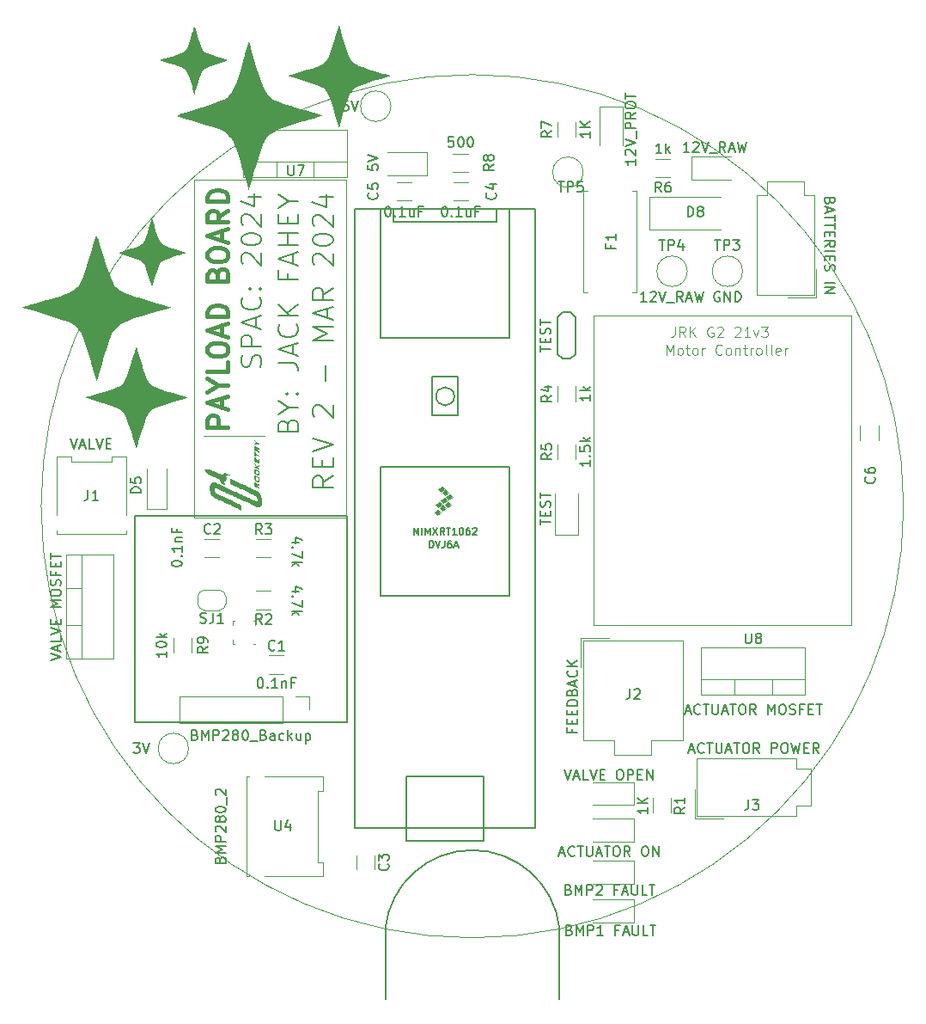
<source format=gbr>
%TF.GenerationSoftware,KiCad,Pcbnew,7.0.6*%
%TF.CreationDate,2024-03-14T18:06:26+11:00*%
%TF.ProjectId,Rocketry_Payload_Main_DDR_Spec_V2,526f636b-6574-4727-995f-5061796c6f61,rev?*%
%TF.SameCoordinates,Original*%
%TF.FileFunction,Legend,Top*%
%TF.FilePolarity,Positive*%
%FSLAX46Y46*%
G04 Gerber Fmt 4.6, Leading zero omitted, Abs format (unit mm)*
G04 Created by KiCad (PCBNEW 7.0.6) date 2024-03-14 18:06:26*
%MOMM*%
%LPD*%
G01*
G04 APERTURE LIST*
%ADD10C,0.150000*%
%ADD11C,0.050000*%
%ADD12C,0.400000*%
%ADD13C,0.100000*%
%ADD14C,0.120000*%
G04 APERTURE END LIST*
D10*
X156795881Y-134552626D02*
X156796000Y-141500000D01*
X139630000Y-134570000D02*
X139630000Y-141500000D01*
X156796931Y-134552512D02*
G75*
G03*
X139630001Y-134570000I-8582522J-934385D01*
G01*
X114935000Y-93980000D02*
X135890000Y-93980000D01*
X135890000Y-114300000D01*
X114935000Y-114300000D01*
X114935000Y-93980000D01*
D11*
X190714409Y-92986897D02*
G75*
G03*
X190714409Y-92986897I-42500000J0D01*
G01*
D10*
X125730000Y-114300000D02*
X135890000Y-114300000D01*
X183456990Y-62929047D02*
X183409371Y-63071904D01*
X183409371Y-63071904D02*
X183361752Y-63119523D01*
X183361752Y-63119523D02*
X183266514Y-63167142D01*
X183266514Y-63167142D02*
X183123657Y-63167142D01*
X183123657Y-63167142D02*
X183028419Y-63119523D01*
X183028419Y-63119523D02*
X182980800Y-63071904D01*
X182980800Y-63071904D02*
X182933180Y-62976666D01*
X182933180Y-62976666D02*
X182933180Y-62595714D01*
X182933180Y-62595714D02*
X183933180Y-62595714D01*
X183933180Y-62595714D02*
X183933180Y-62929047D01*
X183933180Y-62929047D02*
X183885561Y-63024285D01*
X183885561Y-63024285D02*
X183837942Y-63071904D01*
X183837942Y-63071904D02*
X183742704Y-63119523D01*
X183742704Y-63119523D02*
X183647466Y-63119523D01*
X183647466Y-63119523D02*
X183552228Y-63071904D01*
X183552228Y-63071904D02*
X183504609Y-63024285D01*
X183504609Y-63024285D02*
X183456990Y-62929047D01*
X183456990Y-62929047D02*
X183456990Y-62595714D01*
X183218895Y-63548095D02*
X183218895Y-64024285D01*
X182933180Y-63452857D02*
X183933180Y-63786190D01*
X183933180Y-63786190D02*
X182933180Y-64119523D01*
X183933180Y-64310000D02*
X183933180Y-64881428D01*
X182933180Y-64595714D02*
X183933180Y-64595714D01*
X183933180Y-65071905D02*
X183933180Y-65643333D01*
X182933180Y-65357619D02*
X183933180Y-65357619D01*
X183456990Y-65976667D02*
X183456990Y-66310000D01*
X182933180Y-66452857D02*
X182933180Y-65976667D01*
X182933180Y-65976667D02*
X183933180Y-65976667D01*
X183933180Y-65976667D02*
X183933180Y-66452857D01*
X182933180Y-67452857D02*
X183409371Y-67119524D01*
X182933180Y-66881429D02*
X183933180Y-66881429D01*
X183933180Y-66881429D02*
X183933180Y-67262381D01*
X183933180Y-67262381D02*
X183885561Y-67357619D01*
X183885561Y-67357619D02*
X183837942Y-67405238D01*
X183837942Y-67405238D02*
X183742704Y-67452857D01*
X183742704Y-67452857D02*
X183599847Y-67452857D01*
X183599847Y-67452857D02*
X183504609Y-67405238D01*
X183504609Y-67405238D02*
X183456990Y-67357619D01*
X183456990Y-67357619D02*
X183409371Y-67262381D01*
X183409371Y-67262381D02*
X183409371Y-66881429D01*
X182933180Y-67881429D02*
X183933180Y-67881429D01*
X183456990Y-68357619D02*
X183456990Y-68690952D01*
X182933180Y-68833809D02*
X182933180Y-68357619D01*
X182933180Y-68357619D02*
X183933180Y-68357619D01*
X183933180Y-68357619D02*
X183933180Y-68833809D01*
X182980800Y-69214762D02*
X182933180Y-69357619D01*
X182933180Y-69357619D02*
X182933180Y-69595714D01*
X182933180Y-69595714D02*
X182980800Y-69690952D01*
X182980800Y-69690952D02*
X183028419Y-69738571D01*
X183028419Y-69738571D02*
X183123657Y-69786190D01*
X183123657Y-69786190D02*
X183218895Y-69786190D01*
X183218895Y-69786190D02*
X183314133Y-69738571D01*
X183314133Y-69738571D02*
X183361752Y-69690952D01*
X183361752Y-69690952D02*
X183409371Y-69595714D01*
X183409371Y-69595714D02*
X183456990Y-69405238D01*
X183456990Y-69405238D02*
X183504609Y-69310000D01*
X183504609Y-69310000D02*
X183552228Y-69262381D01*
X183552228Y-69262381D02*
X183647466Y-69214762D01*
X183647466Y-69214762D02*
X183742704Y-69214762D01*
X183742704Y-69214762D02*
X183837942Y-69262381D01*
X183837942Y-69262381D02*
X183885561Y-69310000D01*
X183885561Y-69310000D02*
X183933180Y-69405238D01*
X183933180Y-69405238D02*
X183933180Y-69643333D01*
X183933180Y-69643333D02*
X183885561Y-69786190D01*
X182933180Y-70976667D02*
X183933180Y-70976667D01*
X182933180Y-71452857D02*
X183933180Y-71452857D01*
X183933180Y-71452857D02*
X182933180Y-72024285D01*
X182933180Y-72024285D02*
X183933180Y-72024285D01*
X166885952Y-58239819D02*
X166314524Y-58239819D01*
X166600238Y-58239819D02*
X166600238Y-57239819D01*
X166600238Y-57239819D02*
X166505000Y-57382676D01*
X166505000Y-57382676D02*
X166409762Y-57477914D01*
X166409762Y-57477914D02*
X166314524Y-57525533D01*
X167314524Y-58239819D02*
X167314524Y-57239819D01*
X167409762Y-57858866D02*
X167695476Y-58239819D01*
X167695476Y-57573152D02*
X167314524Y-57954104D01*
X131098847Y-96523350D02*
X130432180Y-96523350D01*
X131479800Y-96285255D02*
X130765514Y-96047160D01*
X130765514Y-96047160D02*
X130765514Y-96666207D01*
X130527419Y-97047160D02*
X130479800Y-97094779D01*
X130479800Y-97094779D02*
X130432180Y-97047160D01*
X130432180Y-97047160D02*
X130479800Y-96999541D01*
X130479800Y-96999541D02*
X130527419Y-97047160D01*
X130527419Y-97047160D02*
X130432180Y-97047160D01*
X131432180Y-97428112D02*
X131432180Y-98094778D01*
X131432180Y-98094778D02*
X130432180Y-97666207D01*
X130432180Y-98475731D02*
X131432180Y-98475731D01*
X130813133Y-98570969D02*
X130432180Y-98856683D01*
X131098847Y-98856683D02*
X130717895Y-98475731D01*
X131098847Y-101349350D02*
X130432180Y-101349350D01*
X131479800Y-101111255D02*
X130765514Y-100873160D01*
X130765514Y-100873160D02*
X130765514Y-101492207D01*
X130527419Y-101873160D02*
X130479800Y-101920779D01*
X130479800Y-101920779D02*
X130432180Y-101873160D01*
X130432180Y-101873160D02*
X130479800Y-101825541D01*
X130479800Y-101825541D02*
X130527419Y-101873160D01*
X130527419Y-101873160D02*
X130432180Y-101873160D01*
X131432180Y-102254112D02*
X131432180Y-102920778D01*
X131432180Y-102920778D02*
X130432180Y-102492207D01*
X130432180Y-103301731D02*
X131432180Y-103301731D01*
X130813133Y-103396969D02*
X130432180Y-103682683D01*
X131098847Y-103682683D02*
X130717895Y-103301731D01*
X159839819Y-88463333D02*
X159839819Y-89034761D01*
X159839819Y-88749047D02*
X158839819Y-88749047D01*
X158839819Y-88749047D02*
X158982676Y-88844285D01*
X158982676Y-88844285D02*
X159077914Y-88939523D01*
X159077914Y-88939523D02*
X159125533Y-89034761D01*
X159744580Y-88034761D02*
X159792200Y-87987142D01*
X159792200Y-87987142D02*
X159839819Y-88034761D01*
X159839819Y-88034761D02*
X159792200Y-88082380D01*
X159792200Y-88082380D02*
X159744580Y-88034761D01*
X159744580Y-88034761D02*
X159839819Y-88034761D01*
X158839819Y-87082381D02*
X158839819Y-87558571D01*
X158839819Y-87558571D02*
X159316009Y-87606190D01*
X159316009Y-87606190D02*
X159268390Y-87558571D01*
X159268390Y-87558571D02*
X159220771Y-87463333D01*
X159220771Y-87463333D02*
X159220771Y-87225238D01*
X159220771Y-87225238D02*
X159268390Y-87130000D01*
X159268390Y-87130000D02*
X159316009Y-87082381D01*
X159316009Y-87082381D02*
X159411247Y-87034762D01*
X159411247Y-87034762D02*
X159649342Y-87034762D01*
X159649342Y-87034762D02*
X159744580Y-87082381D01*
X159744580Y-87082381D02*
X159792200Y-87130000D01*
X159792200Y-87130000D02*
X159839819Y-87225238D01*
X159839819Y-87225238D02*
X159839819Y-87463333D01*
X159839819Y-87463333D02*
X159792200Y-87558571D01*
X159792200Y-87558571D02*
X159744580Y-87606190D01*
X159839819Y-86606190D02*
X158839819Y-86606190D01*
X159458866Y-86510952D02*
X159839819Y-86225238D01*
X159173152Y-86225238D02*
X159554104Y-86606190D01*
X159839819Y-82034047D02*
X159839819Y-82605475D01*
X159839819Y-82319761D02*
X158839819Y-82319761D01*
X158839819Y-82319761D02*
X158982676Y-82414999D01*
X158982676Y-82414999D02*
X159077914Y-82510237D01*
X159077914Y-82510237D02*
X159125533Y-82605475D01*
X159839819Y-81605475D02*
X158839819Y-81605475D01*
X159458866Y-81510237D02*
X159839819Y-81224523D01*
X159173152Y-81224523D02*
X159554104Y-81605475D01*
X115548819Y-91670094D02*
X114548819Y-91670094D01*
X114548819Y-91670094D02*
X114548819Y-91431999D01*
X114548819Y-91431999D02*
X114596438Y-91289142D01*
X114596438Y-91289142D02*
X114691676Y-91193904D01*
X114691676Y-91193904D02*
X114786914Y-91146285D01*
X114786914Y-91146285D02*
X114977390Y-91098666D01*
X114977390Y-91098666D02*
X115120247Y-91098666D01*
X115120247Y-91098666D02*
X115310723Y-91146285D01*
X115310723Y-91146285D02*
X115405961Y-91193904D01*
X115405961Y-91193904D02*
X115501200Y-91289142D01*
X115501200Y-91289142D02*
X115548819Y-91431999D01*
X115548819Y-91431999D02*
X115548819Y-91670094D01*
X114548819Y-90193904D02*
X114548819Y-90670094D01*
X114548819Y-90670094D02*
X115025009Y-90717713D01*
X115025009Y-90717713D02*
X114977390Y-90670094D01*
X114977390Y-90670094D02*
X114929771Y-90574856D01*
X114929771Y-90574856D02*
X114929771Y-90336761D01*
X114929771Y-90336761D02*
X114977390Y-90241523D01*
X114977390Y-90241523D02*
X115025009Y-90193904D01*
X115025009Y-90193904D02*
X115120247Y-90146285D01*
X115120247Y-90146285D02*
X115358342Y-90146285D01*
X115358342Y-90146285D02*
X115453580Y-90193904D01*
X115453580Y-90193904D02*
X115501200Y-90241523D01*
X115501200Y-90241523D02*
X115548819Y-90336761D01*
X115548819Y-90336761D02*
X115548819Y-90574856D01*
X115548819Y-90574856D02*
X115501200Y-90670094D01*
X115501200Y-90670094D02*
X115453580Y-90717713D01*
X143978666Y-97090033D02*
X143978666Y-96390033D01*
X143978666Y-96390033D02*
X144145333Y-96390033D01*
X144145333Y-96390033D02*
X144245333Y-96423366D01*
X144245333Y-96423366D02*
X144312000Y-96490033D01*
X144312000Y-96490033D02*
X144345333Y-96556700D01*
X144345333Y-96556700D02*
X144378666Y-96690033D01*
X144378666Y-96690033D02*
X144378666Y-96790033D01*
X144378666Y-96790033D02*
X144345333Y-96923366D01*
X144345333Y-96923366D02*
X144312000Y-96990033D01*
X144312000Y-96990033D02*
X144245333Y-97056700D01*
X144245333Y-97056700D02*
X144145333Y-97090033D01*
X144145333Y-97090033D02*
X143978666Y-97090033D01*
X144578666Y-96390033D02*
X144812000Y-97090033D01*
X144812000Y-97090033D02*
X145045333Y-96390033D01*
X145478666Y-96390033D02*
X145478666Y-96890033D01*
X145478666Y-96890033D02*
X145445333Y-96990033D01*
X145445333Y-96990033D02*
X145378666Y-97056700D01*
X145378666Y-97056700D02*
X145278666Y-97090033D01*
X145278666Y-97090033D02*
X145212000Y-97090033D01*
X146111999Y-96390033D02*
X145978666Y-96390033D01*
X145978666Y-96390033D02*
X145911999Y-96423366D01*
X145911999Y-96423366D02*
X145878666Y-96456700D01*
X145878666Y-96456700D02*
X145811999Y-96556700D01*
X145811999Y-96556700D02*
X145778666Y-96690033D01*
X145778666Y-96690033D02*
X145778666Y-96956700D01*
X145778666Y-96956700D02*
X145811999Y-97023366D01*
X145811999Y-97023366D02*
X145845333Y-97056700D01*
X145845333Y-97056700D02*
X145911999Y-97090033D01*
X145911999Y-97090033D02*
X146045333Y-97090033D01*
X146045333Y-97090033D02*
X146111999Y-97056700D01*
X146111999Y-97056700D02*
X146145333Y-97023366D01*
X146145333Y-97023366D02*
X146178666Y-96956700D01*
X146178666Y-96956700D02*
X146178666Y-96790033D01*
X146178666Y-96790033D02*
X146145333Y-96723366D01*
X146145333Y-96723366D02*
X146111999Y-96690033D01*
X146111999Y-96690033D02*
X146045333Y-96656700D01*
X146045333Y-96656700D02*
X145911999Y-96656700D01*
X145911999Y-96656700D02*
X145845333Y-96690033D01*
X145845333Y-96690033D02*
X145811999Y-96723366D01*
X145811999Y-96723366D02*
X145778666Y-96790033D01*
X146445333Y-96890033D02*
X146778666Y-96890033D01*
X146378666Y-97090033D02*
X146612000Y-96390033D01*
X146612000Y-96390033D02*
X146845333Y-97090033D01*
X142458666Y-95820033D02*
X142458666Y-95120033D01*
X142458666Y-95120033D02*
X142692000Y-95620033D01*
X142692000Y-95620033D02*
X142925333Y-95120033D01*
X142925333Y-95120033D02*
X142925333Y-95820033D01*
X143258666Y-95820033D02*
X143258666Y-95120033D01*
X143591999Y-95820033D02*
X143591999Y-95120033D01*
X143591999Y-95120033D02*
X143825333Y-95620033D01*
X143825333Y-95620033D02*
X144058666Y-95120033D01*
X144058666Y-95120033D02*
X144058666Y-95820033D01*
X144325333Y-95120033D02*
X144791999Y-95820033D01*
X144791999Y-95120033D02*
X144325333Y-95820033D01*
X145458666Y-95820033D02*
X145225333Y-95486700D01*
X145058666Y-95820033D02*
X145058666Y-95120033D01*
X145058666Y-95120033D02*
X145325333Y-95120033D01*
X145325333Y-95120033D02*
X145392000Y-95153366D01*
X145392000Y-95153366D02*
X145425333Y-95186700D01*
X145425333Y-95186700D02*
X145458666Y-95253366D01*
X145458666Y-95253366D02*
X145458666Y-95353366D01*
X145458666Y-95353366D02*
X145425333Y-95420033D01*
X145425333Y-95420033D02*
X145392000Y-95453366D01*
X145392000Y-95453366D02*
X145325333Y-95486700D01*
X145325333Y-95486700D02*
X145058666Y-95486700D01*
X145658666Y-95120033D02*
X146058666Y-95120033D01*
X145858666Y-95820033D02*
X145858666Y-95120033D01*
X146658666Y-95820033D02*
X146258666Y-95820033D01*
X146458666Y-95820033D02*
X146458666Y-95120033D01*
X146458666Y-95120033D02*
X146391999Y-95220033D01*
X146391999Y-95220033D02*
X146325333Y-95286700D01*
X146325333Y-95286700D02*
X146258666Y-95320033D01*
X147092000Y-95120033D02*
X147158666Y-95120033D01*
X147158666Y-95120033D02*
X147225333Y-95153366D01*
X147225333Y-95153366D02*
X147258666Y-95186700D01*
X147258666Y-95186700D02*
X147292000Y-95253366D01*
X147292000Y-95253366D02*
X147325333Y-95386700D01*
X147325333Y-95386700D02*
X147325333Y-95553366D01*
X147325333Y-95553366D02*
X147292000Y-95686700D01*
X147292000Y-95686700D02*
X147258666Y-95753366D01*
X147258666Y-95753366D02*
X147225333Y-95786700D01*
X147225333Y-95786700D02*
X147158666Y-95820033D01*
X147158666Y-95820033D02*
X147092000Y-95820033D01*
X147092000Y-95820033D02*
X147025333Y-95786700D01*
X147025333Y-95786700D02*
X146992000Y-95753366D01*
X146992000Y-95753366D02*
X146958666Y-95686700D01*
X146958666Y-95686700D02*
X146925333Y-95553366D01*
X146925333Y-95553366D02*
X146925333Y-95386700D01*
X146925333Y-95386700D02*
X146958666Y-95253366D01*
X146958666Y-95253366D02*
X146992000Y-95186700D01*
X146992000Y-95186700D02*
X147025333Y-95153366D01*
X147025333Y-95153366D02*
X147092000Y-95120033D01*
X147925333Y-95120033D02*
X147792000Y-95120033D01*
X147792000Y-95120033D02*
X147725333Y-95153366D01*
X147725333Y-95153366D02*
X147692000Y-95186700D01*
X147692000Y-95186700D02*
X147625333Y-95286700D01*
X147625333Y-95286700D02*
X147592000Y-95420033D01*
X147592000Y-95420033D02*
X147592000Y-95686700D01*
X147592000Y-95686700D02*
X147625333Y-95753366D01*
X147625333Y-95753366D02*
X147658667Y-95786700D01*
X147658667Y-95786700D02*
X147725333Y-95820033D01*
X147725333Y-95820033D02*
X147858667Y-95820033D01*
X147858667Y-95820033D02*
X147925333Y-95786700D01*
X147925333Y-95786700D02*
X147958667Y-95753366D01*
X147958667Y-95753366D02*
X147992000Y-95686700D01*
X147992000Y-95686700D02*
X147992000Y-95520033D01*
X147992000Y-95520033D02*
X147958667Y-95453366D01*
X147958667Y-95453366D02*
X147925333Y-95420033D01*
X147925333Y-95420033D02*
X147858667Y-95386700D01*
X147858667Y-95386700D02*
X147725333Y-95386700D01*
X147725333Y-95386700D02*
X147658667Y-95420033D01*
X147658667Y-95420033D02*
X147625333Y-95453366D01*
X147625333Y-95453366D02*
X147592000Y-95520033D01*
X148258667Y-95186700D02*
X148292000Y-95153366D01*
X148292000Y-95153366D02*
X148358667Y-95120033D01*
X148358667Y-95120033D02*
X148525334Y-95120033D01*
X148525334Y-95120033D02*
X148592000Y-95153366D01*
X148592000Y-95153366D02*
X148625334Y-95186700D01*
X148625334Y-95186700D02*
X148658667Y-95253366D01*
X148658667Y-95253366D02*
X148658667Y-95320033D01*
X148658667Y-95320033D02*
X148625334Y-95420033D01*
X148625334Y-95420033D02*
X148225334Y-95820033D01*
X148225334Y-95820033D02*
X148658667Y-95820033D01*
X157774190Y-134717009D02*
X157917047Y-134764628D01*
X157917047Y-134764628D02*
X157964666Y-134812247D01*
X157964666Y-134812247D02*
X158012285Y-134907485D01*
X158012285Y-134907485D02*
X158012285Y-135050342D01*
X158012285Y-135050342D02*
X157964666Y-135145580D01*
X157964666Y-135145580D02*
X157917047Y-135193200D01*
X157917047Y-135193200D02*
X157821809Y-135240819D01*
X157821809Y-135240819D02*
X157440857Y-135240819D01*
X157440857Y-135240819D02*
X157440857Y-134240819D01*
X157440857Y-134240819D02*
X157774190Y-134240819D01*
X157774190Y-134240819D02*
X157869428Y-134288438D01*
X157869428Y-134288438D02*
X157917047Y-134336057D01*
X157917047Y-134336057D02*
X157964666Y-134431295D01*
X157964666Y-134431295D02*
X157964666Y-134526533D01*
X157964666Y-134526533D02*
X157917047Y-134621771D01*
X157917047Y-134621771D02*
X157869428Y-134669390D01*
X157869428Y-134669390D02*
X157774190Y-134717009D01*
X157774190Y-134717009D02*
X157440857Y-134717009D01*
X158440857Y-135240819D02*
X158440857Y-134240819D01*
X158440857Y-134240819D02*
X158774190Y-134955104D01*
X158774190Y-134955104D02*
X159107523Y-134240819D01*
X159107523Y-134240819D02*
X159107523Y-135240819D01*
X159583714Y-135240819D02*
X159583714Y-134240819D01*
X159583714Y-134240819D02*
X159964666Y-134240819D01*
X159964666Y-134240819D02*
X160059904Y-134288438D01*
X160059904Y-134288438D02*
X160107523Y-134336057D01*
X160107523Y-134336057D02*
X160155142Y-134431295D01*
X160155142Y-134431295D02*
X160155142Y-134574152D01*
X160155142Y-134574152D02*
X160107523Y-134669390D01*
X160107523Y-134669390D02*
X160059904Y-134717009D01*
X160059904Y-134717009D02*
X159964666Y-134764628D01*
X159964666Y-134764628D02*
X159583714Y-134764628D01*
X161107523Y-135240819D02*
X160536095Y-135240819D01*
X160821809Y-135240819D02*
X160821809Y-134240819D01*
X160821809Y-134240819D02*
X160726571Y-134383676D01*
X160726571Y-134383676D02*
X160631333Y-134478914D01*
X160631333Y-134478914D02*
X160536095Y-134526533D01*
X162631333Y-134717009D02*
X162298000Y-134717009D01*
X162298000Y-135240819D02*
X162298000Y-134240819D01*
X162298000Y-134240819D02*
X162774190Y-134240819D01*
X163107524Y-134955104D02*
X163583714Y-134955104D01*
X163012286Y-135240819D02*
X163345619Y-134240819D01*
X163345619Y-134240819D02*
X163678952Y-135240819D01*
X164012286Y-134240819D02*
X164012286Y-135050342D01*
X164012286Y-135050342D02*
X164059905Y-135145580D01*
X164059905Y-135145580D02*
X164107524Y-135193200D01*
X164107524Y-135193200D02*
X164202762Y-135240819D01*
X164202762Y-135240819D02*
X164393238Y-135240819D01*
X164393238Y-135240819D02*
X164488476Y-135193200D01*
X164488476Y-135193200D02*
X164536095Y-135145580D01*
X164536095Y-135145580D02*
X164583714Y-135050342D01*
X164583714Y-135050342D02*
X164583714Y-134240819D01*
X165536095Y-135240819D02*
X165059905Y-135240819D01*
X165059905Y-135240819D02*
X165059905Y-134240819D01*
X165726572Y-134240819D02*
X166298000Y-134240819D01*
X166012286Y-135240819D02*
X166012286Y-134240819D01*
X166632095Y-66764819D02*
X167203523Y-66764819D01*
X166917809Y-67764819D02*
X166917809Y-66764819D01*
X167536857Y-67764819D02*
X167536857Y-66764819D01*
X167536857Y-66764819D02*
X167917809Y-66764819D01*
X167917809Y-66764819D02*
X168013047Y-66812438D01*
X168013047Y-66812438D02*
X168060666Y-66860057D01*
X168060666Y-66860057D02*
X168108285Y-66955295D01*
X168108285Y-66955295D02*
X168108285Y-67098152D01*
X168108285Y-67098152D02*
X168060666Y-67193390D01*
X168060666Y-67193390D02*
X168013047Y-67241009D01*
X168013047Y-67241009D02*
X167917809Y-67288628D01*
X167917809Y-67288628D02*
X167536857Y-67288628D01*
X168965428Y-67098152D02*
X168965428Y-67764819D01*
X168727333Y-66717200D02*
X168489238Y-67431485D01*
X168489238Y-67431485D02*
X169108285Y-67431485D01*
X165393999Y-72844819D02*
X164822571Y-72844819D01*
X165108285Y-72844819D02*
X165108285Y-71844819D01*
X165108285Y-71844819D02*
X165013047Y-71987676D01*
X165013047Y-71987676D02*
X164917809Y-72082914D01*
X164917809Y-72082914D02*
X164822571Y-72130533D01*
X165774952Y-71940057D02*
X165822571Y-71892438D01*
X165822571Y-71892438D02*
X165917809Y-71844819D01*
X165917809Y-71844819D02*
X166155904Y-71844819D01*
X166155904Y-71844819D02*
X166251142Y-71892438D01*
X166251142Y-71892438D02*
X166298761Y-71940057D01*
X166298761Y-71940057D02*
X166346380Y-72035295D01*
X166346380Y-72035295D02*
X166346380Y-72130533D01*
X166346380Y-72130533D02*
X166298761Y-72273390D01*
X166298761Y-72273390D02*
X165727333Y-72844819D01*
X165727333Y-72844819D02*
X166346380Y-72844819D01*
X166632095Y-71844819D02*
X166965428Y-72844819D01*
X166965428Y-72844819D02*
X167298761Y-71844819D01*
X167394000Y-72940057D02*
X168155904Y-72940057D01*
X168965428Y-72844819D02*
X168632095Y-72368628D01*
X168394000Y-72844819D02*
X168394000Y-71844819D01*
X168394000Y-71844819D02*
X168774952Y-71844819D01*
X168774952Y-71844819D02*
X168870190Y-71892438D01*
X168870190Y-71892438D02*
X168917809Y-71940057D01*
X168917809Y-71940057D02*
X168965428Y-72035295D01*
X168965428Y-72035295D02*
X168965428Y-72178152D01*
X168965428Y-72178152D02*
X168917809Y-72273390D01*
X168917809Y-72273390D02*
X168870190Y-72321009D01*
X168870190Y-72321009D02*
X168774952Y-72368628D01*
X168774952Y-72368628D02*
X168394000Y-72368628D01*
X169346381Y-72559104D02*
X169822571Y-72559104D01*
X169251143Y-72844819D02*
X169584476Y-71844819D01*
X169584476Y-71844819D02*
X169917809Y-72844819D01*
X170155905Y-71844819D02*
X170394000Y-72844819D01*
X170394000Y-72844819D02*
X170584476Y-72130533D01*
X170584476Y-72130533D02*
X170774952Y-72844819D01*
X170774952Y-72844819D02*
X171013048Y-71844819D01*
X172093095Y-66754819D02*
X172664523Y-66754819D01*
X172378809Y-67754819D02*
X172378809Y-66754819D01*
X172997857Y-67754819D02*
X172997857Y-66754819D01*
X172997857Y-66754819D02*
X173378809Y-66754819D01*
X173378809Y-66754819D02*
X173474047Y-66802438D01*
X173474047Y-66802438D02*
X173521666Y-66850057D01*
X173521666Y-66850057D02*
X173569285Y-66945295D01*
X173569285Y-66945295D02*
X173569285Y-67088152D01*
X173569285Y-67088152D02*
X173521666Y-67183390D01*
X173521666Y-67183390D02*
X173474047Y-67231009D01*
X173474047Y-67231009D02*
X173378809Y-67278628D01*
X173378809Y-67278628D02*
X172997857Y-67278628D01*
X173902619Y-66754819D02*
X174521666Y-66754819D01*
X174521666Y-66754819D02*
X174188333Y-67135771D01*
X174188333Y-67135771D02*
X174331190Y-67135771D01*
X174331190Y-67135771D02*
X174426428Y-67183390D01*
X174426428Y-67183390D02*
X174474047Y-67231009D01*
X174474047Y-67231009D02*
X174521666Y-67326247D01*
X174521666Y-67326247D02*
X174521666Y-67564342D01*
X174521666Y-67564342D02*
X174474047Y-67659580D01*
X174474047Y-67659580D02*
X174426428Y-67707200D01*
X174426428Y-67707200D02*
X174331190Y-67754819D01*
X174331190Y-67754819D02*
X174045476Y-67754819D01*
X174045476Y-67754819D02*
X173950238Y-67707200D01*
X173950238Y-67707200D02*
X173902619Y-67659580D01*
X172593095Y-71892438D02*
X172497857Y-71844819D01*
X172497857Y-71844819D02*
X172355000Y-71844819D01*
X172355000Y-71844819D02*
X172212143Y-71892438D01*
X172212143Y-71892438D02*
X172116905Y-71987676D01*
X172116905Y-71987676D02*
X172069286Y-72082914D01*
X172069286Y-72082914D02*
X172021667Y-72273390D01*
X172021667Y-72273390D02*
X172021667Y-72416247D01*
X172021667Y-72416247D02*
X172069286Y-72606723D01*
X172069286Y-72606723D02*
X172116905Y-72701961D01*
X172116905Y-72701961D02*
X172212143Y-72797200D01*
X172212143Y-72797200D02*
X172355000Y-72844819D01*
X172355000Y-72844819D02*
X172450238Y-72844819D01*
X172450238Y-72844819D02*
X172593095Y-72797200D01*
X172593095Y-72797200D02*
X172640714Y-72749580D01*
X172640714Y-72749580D02*
X172640714Y-72416247D01*
X172640714Y-72416247D02*
X172450238Y-72416247D01*
X173069286Y-72844819D02*
X173069286Y-71844819D01*
X173069286Y-71844819D02*
X173640714Y-72844819D01*
X173640714Y-72844819D02*
X173640714Y-71844819D01*
X174116905Y-72844819D02*
X174116905Y-71844819D01*
X174116905Y-71844819D02*
X174355000Y-71844819D01*
X174355000Y-71844819D02*
X174497857Y-71892438D01*
X174497857Y-71892438D02*
X174593095Y-71987676D01*
X174593095Y-71987676D02*
X174640714Y-72082914D01*
X174640714Y-72082914D02*
X174688333Y-72273390D01*
X174688333Y-72273390D02*
X174688333Y-72416247D01*
X174688333Y-72416247D02*
X174640714Y-72606723D01*
X174640714Y-72606723D02*
X174593095Y-72701961D01*
X174593095Y-72701961D02*
X174497857Y-72797200D01*
X174497857Y-72797200D02*
X174355000Y-72844819D01*
X174355000Y-72844819D02*
X174116905Y-72844819D01*
X138814980Y-62142666D02*
X138862600Y-62190285D01*
X138862600Y-62190285D02*
X138910219Y-62333142D01*
X138910219Y-62333142D02*
X138910219Y-62428380D01*
X138910219Y-62428380D02*
X138862600Y-62571237D01*
X138862600Y-62571237D02*
X138767361Y-62666475D01*
X138767361Y-62666475D02*
X138672123Y-62714094D01*
X138672123Y-62714094D02*
X138481647Y-62761713D01*
X138481647Y-62761713D02*
X138338790Y-62761713D01*
X138338790Y-62761713D02*
X138148314Y-62714094D01*
X138148314Y-62714094D02*
X138053076Y-62666475D01*
X138053076Y-62666475D02*
X137957838Y-62571237D01*
X137957838Y-62571237D02*
X137910219Y-62428380D01*
X137910219Y-62428380D02*
X137910219Y-62333142D01*
X137910219Y-62333142D02*
X137957838Y-62190285D01*
X137957838Y-62190285D02*
X138005457Y-62142666D01*
X137910219Y-61237904D02*
X137910219Y-61714094D01*
X137910219Y-61714094D02*
X138386409Y-61761713D01*
X138386409Y-61761713D02*
X138338790Y-61714094D01*
X138338790Y-61714094D02*
X138291171Y-61618856D01*
X138291171Y-61618856D02*
X138291171Y-61380761D01*
X138291171Y-61380761D02*
X138338790Y-61285523D01*
X138338790Y-61285523D02*
X138386409Y-61237904D01*
X138386409Y-61237904D02*
X138481647Y-61190285D01*
X138481647Y-61190285D02*
X138719742Y-61190285D01*
X138719742Y-61190285D02*
X138814980Y-61237904D01*
X138814980Y-61237904D02*
X138862600Y-61285523D01*
X138862600Y-61285523D02*
X138910219Y-61380761D01*
X138910219Y-61380761D02*
X138910219Y-61618856D01*
X138910219Y-61618856D02*
X138862600Y-61714094D01*
X138862600Y-61714094D02*
X138814980Y-61761713D01*
X139835143Y-63462819D02*
X139930381Y-63462819D01*
X139930381Y-63462819D02*
X140025619Y-63510438D01*
X140025619Y-63510438D02*
X140073238Y-63558057D01*
X140073238Y-63558057D02*
X140120857Y-63653295D01*
X140120857Y-63653295D02*
X140168476Y-63843771D01*
X140168476Y-63843771D02*
X140168476Y-64081866D01*
X140168476Y-64081866D02*
X140120857Y-64272342D01*
X140120857Y-64272342D02*
X140073238Y-64367580D01*
X140073238Y-64367580D02*
X140025619Y-64415200D01*
X140025619Y-64415200D02*
X139930381Y-64462819D01*
X139930381Y-64462819D02*
X139835143Y-64462819D01*
X139835143Y-64462819D02*
X139739905Y-64415200D01*
X139739905Y-64415200D02*
X139692286Y-64367580D01*
X139692286Y-64367580D02*
X139644667Y-64272342D01*
X139644667Y-64272342D02*
X139597048Y-64081866D01*
X139597048Y-64081866D02*
X139597048Y-63843771D01*
X139597048Y-63843771D02*
X139644667Y-63653295D01*
X139644667Y-63653295D02*
X139692286Y-63558057D01*
X139692286Y-63558057D02*
X139739905Y-63510438D01*
X139739905Y-63510438D02*
X139835143Y-63462819D01*
X140597048Y-64367580D02*
X140644667Y-64415200D01*
X140644667Y-64415200D02*
X140597048Y-64462819D01*
X140597048Y-64462819D02*
X140549429Y-64415200D01*
X140549429Y-64415200D02*
X140597048Y-64367580D01*
X140597048Y-64367580D02*
X140597048Y-64462819D01*
X141597047Y-64462819D02*
X141025619Y-64462819D01*
X141311333Y-64462819D02*
X141311333Y-63462819D01*
X141311333Y-63462819D02*
X141216095Y-63605676D01*
X141216095Y-63605676D02*
X141120857Y-63700914D01*
X141120857Y-63700914D02*
X141025619Y-63748533D01*
X142454190Y-63796152D02*
X142454190Y-64462819D01*
X142025619Y-63796152D02*
X142025619Y-64319961D01*
X142025619Y-64319961D02*
X142073238Y-64415200D01*
X142073238Y-64415200D02*
X142168476Y-64462819D01*
X142168476Y-64462819D02*
X142311333Y-64462819D01*
X142311333Y-64462819D02*
X142406571Y-64415200D01*
X142406571Y-64415200D02*
X142454190Y-64367580D01*
X143263714Y-63939009D02*
X142930381Y-63939009D01*
X142930381Y-64462819D02*
X142930381Y-63462819D01*
X142930381Y-63462819D02*
X143406571Y-63462819D01*
X135953523Y-53048819D02*
X135477333Y-53048819D01*
X135477333Y-53048819D02*
X135429714Y-53525009D01*
X135429714Y-53525009D02*
X135477333Y-53477390D01*
X135477333Y-53477390D02*
X135572571Y-53429771D01*
X135572571Y-53429771D02*
X135810666Y-53429771D01*
X135810666Y-53429771D02*
X135905904Y-53477390D01*
X135905904Y-53477390D02*
X135953523Y-53525009D01*
X135953523Y-53525009D02*
X136001142Y-53620247D01*
X136001142Y-53620247D02*
X136001142Y-53858342D01*
X136001142Y-53858342D02*
X135953523Y-53953580D01*
X135953523Y-53953580D02*
X135905904Y-54001200D01*
X135905904Y-54001200D02*
X135810666Y-54048819D01*
X135810666Y-54048819D02*
X135572571Y-54048819D01*
X135572571Y-54048819D02*
X135477333Y-54001200D01*
X135477333Y-54001200D02*
X135429714Y-53953580D01*
X136286857Y-53048819D02*
X136620190Y-54048819D01*
X136620190Y-54048819D02*
X136953523Y-53048819D01*
X110331666Y-91402819D02*
X110331666Y-92117104D01*
X110331666Y-92117104D02*
X110284047Y-92259961D01*
X110284047Y-92259961D02*
X110188809Y-92355200D01*
X110188809Y-92355200D02*
X110045952Y-92402819D01*
X110045952Y-92402819D02*
X109950714Y-92402819D01*
X111331666Y-92402819D02*
X110760238Y-92402819D01*
X111045952Y-92402819D02*
X111045952Y-91402819D01*
X111045952Y-91402819D02*
X110950714Y-91545676D01*
X110950714Y-91545676D02*
X110855476Y-91640914D01*
X110855476Y-91640914D02*
X110760238Y-91688533D01*
X108617381Y-86322819D02*
X108950714Y-87322819D01*
X108950714Y-87322819D02*
X109284047Y-86322819D01*
X109569762Y-87037104D02*
X110045952Y-87037104D01*
X109474524Y-87322819D02*
X109807857Y-86322819D01*
X109807857Y-86322819D02*
X110141190Y-87322819D01*
X110950714Y-87322819D02*
X110474524Y-87322819D01*
X110474524Y-87322819D02*
X110474524Y-86322819D01*
X111141191Y-86322819D02*
X111474524Y-87322819D01*
X111474524Y-87322819D02*
X111807857Y-86322819D01*
X112141191Y-86799009D02*
X112474524Y-86799009D01*
X112617381Y-87322819D02*
X112141191Y-87322819D01*
X112141191Y-87322819D02*
X112141191Y-86322819D01*
X112141191Y-86322819D02*
X112617381Y-86322819D01*
X166838333Y-62049819D02*
X166505000Y-61573628D01*
X166266905Y-62049819D02*
X166266905Y-61049819D01*
X166266905Y-61049819D02*
X166647857Y-61049819D01*
X166647857Y-61049819D02*
X166743095Y-61097438D01*
X166743095Y-61097438D02*
X166790714Y-61145057D01*
X166790714Y-61145057D02*
X166838333Y-61240295D01*
X166838333Y-61240295D02*
X166838333Y-61383152D01*
X166838333Y-61383152D02*
X166790714Y-61478390D01*
X166790714Y-61478390D02*
X166743095Y-61526009D01*
X166743095Y-61526009D02*
X166647857Y-61573628D01*
X166647857Y-61573628D02*
X166266905Y-61573628D01*
X167695476Y-61049819D02*
X167505000Y-61049819D01*
X167505000Y-61049819D02*
X167409762Y-61097438D01*
X167409762Y-61097438D02*
X167362143Y-61145057D01*
X167362143Y-61145057D02*
X167266905Y-61287914D01*
X167266905Y-61287914D02*
X167219286Y-61478390D01*
X167219286Y-61478390D02*
X167219286Y-61859342D01*
X167219286Y-61859342D02*
X167266905Y-61954580D01*
X167266905Y-61954580D02*
X167314524Y-62002200D01*
X167314524Y-62002200D02*
X167409762Y-62049819D01*
X167409762Y-62049819D02*
X167600238Y-62049819D01*
X167600238Y-62049819D02*
X167695476Y-62002200D01*
X167695476Y-62002200D02*
X167743095Y-61954580D01*
X167743095Y-61954580D02*
X167790714Y-61859342D01*
X167790714Y-61859342D02*
X167790714Y-61621247D01*
X167790714Y-61621247D02*
X167743095Y-61526009D01*
X167743095Y-61526009D02*
X167695476Y-61478390D01*
X167695476Y-61478390D02*
X167600238Y-61430771D01*
X167600238Y-61430771D02*
X167409762Y-61430771D01*
X167409762Y-61430771D02*
X167314524Y-61478390D01*
X167314524Y-61478390D02*
X167266905Y-61526009D01*
X167266905Y-61526009D02*
X167219286Y-61621247D01*
X157683690Y-130741009D02*
X157826547Y-130788628D01*
X157826547Y-130788628D02*
X157874166Y-130836247D01*
X157874166Y-130836247D02*
X157921785Y-130931485D01*
X157921785Y-130931485D02*
X157921785Y-131074342D01*
X157921785Y-131074342D02*
X157874166Y-131169580D01*
X157874166Y-131169580D02*
X157826547Y-131217200D01*
X157826547Y-131217200D02*
X157731309Y-131264819D01*
X157731309Y-131264819D02*
X157350357Y-131264819D01*
X157350357Y-131264819D02*
X157350357Y-130264819D01*
X157350357Y-130264819D02*
X157683690Y-130264819D01*
X157683690Y-130264819D02*
X157778928Y-130312438D01*
X157778928Y-130312438D02*
X157826547Y-130360057D01*
X157826547Y-130360057D02*
X157874166Y-130455295D01*
X157874166Y-130455295D02*
X157874166Y-130550533D01*
X157874166Y-130550533D02*
X157826547Y-130645771D01*
X157826547Y-130645771D02*
X157778928Y-130693390D01*
X157778928Y-130693390D02*
X157683690Y-130741009D01*
X157683690Y-130741009D02*
X157350357Y-130741009D01*
X158350357Y-131264819D02*
X158350357Y-130264819D01*
X158350357Y-130264819D02*
X158683690Y-130979104D01*
X158683690Y-130979104D02*
X159017023Y-130264819D01*
X159017023Y-130264819D02*
X159017023Y-131264819D01*
X159493214Y-131264819D02*
X159493214Y-130264819D01*
X159493214Y-130264819D02*
X159874166Y-130264819D01*
X159874166Y-130264819D02*
X159969404Y-130312438D01*
X159969404Y-130312438D02*
X160017023Y-130360057D01*
X160017023Y-130360057D02*
X160064642Y-130455295D01*
X160064642Y-130455295D02*
X160064642Y-130598152D01*
X160064642Y-130598152D02*
X160017023Y-130693390D01*
X160017023Y-130693390D02*
X159969404Y-130741009D01*
X159969404Y-130741009D02*
X159874166Y-130788628D01*
X159874166Y-130788628D02*
X159493214Y-130788628D01*
X160445595Y-130360057D02*
X160493214Y-130312438D01*
X160493214Y-130312438D02*
X160588452Y-130264819D01*
X160588452Y-130264819D02*
X160826547Y-130264819D01*
X160826547Y-130264819D02*
X160921785Y-130312438D01*
X160921785Y-130312438D02*
X160969404Y-130360057D01*
X160969404Y-130360057D02*
X161017023Y-130455295D01*
X161017023Y-130455295D02*
X161017023Y-130550533D01*
X161017023Y-130550533D02*
X160969404Y-130693390D01*
X160969404Y-130693390D02*
X160397976Y-131264819D01*
X160397976Y-131264819D02*
X161017023Y-131264819D01*
X162540833Y-130741009D02*
X162207500Y-130741009D01*
X162207500Y-131264819D02*
X162207500Y-130264819D01*
X162207500Y-130264819D02*
X162683690Y-130264819D01*
X163017024Y-130979104D02*
X163493214Y-130979104D01*
X162921786Y-131264819D02*
X163255119Y-130264819D01*
X163255119Y-130264819D02*
X163588452Y-131264819D01*
X163921786Y-130264819D02*
X163921786Y-131074342D01*
X163921786Y-131074342D02*
X163969405Y-131169580D01*
X163969405Y-131169580D02*
X164017024Y-131217200D01*
X164017024Y-131217200D02*
X164112262Y-131264819D01*
X164112262Y-131264819D02*
X164302738Y-131264819D01*
X164302738Y-131264819D02*
X164397976Y-131217200D01*
X164397976Y-131217200D02*
X164445595Y-131169580D01*
X164445595Y-131169580D02*
X164493214Y-131074342D01*
X164493214Y-131074342D02*
X164493214Y-130264819D01*
X165445595Y-131264819D02*
X164969405Y-131264819D01*
X164969405Y-131264819D02*
X164969405Y-130264819D01*
X165636072Y-130264819D02*
X166207500Y-130264819D01*
X165921786Y-131264819D02*
X165921786Y-130264819D01*
X122388333Y-95614080D02*
X122340714Y-95661700D01*
X122340714Y-95661700D02*
X122197857Y-95709319D01*
X122197857Y-95709319D02*
X122102619Y-95709319D01*
X122102619Y-95709319D02*
X121959762Y-95661700D01*
X121959762Y-95661700D02*
X121864524Y-95566461D01*
X121864524Y-95566461D02*
X121816905Y-95471223D01*
X121816905Y-95471223D02*
X121769286Y-95280747D01*
X121769286Y-95280747D02*
X121769286Y-95137890D01*
X121769286Y-95137890D02*
X121816905Y-94947414D01*
X121816905Y-94947414D02*
X121864524Y-94852176D01*
X121864524Y-94852176D02*
X121959762Y-94756938D01*
X121959762Y-94756938D02*
X122102619Y-94709319D01*
X122102619Y-94709319D02*
X122197857Y-94709319D01*
X122197857Y-94709319D02*
X122340714Y-94756938D01*
X122340714Y-94756938D02*
X122388333Y-94804557D01*
X122769286Y-94804557D02*
X122816905Y-94756938D01*
X122816905Y-94756938D02*
X122912143Y-94709319D01*
X122912143Y-94709319D02*
X123150238Y-94709319D01*
X123150238Y-94709319D02*
X123245476Y-94756938D01*
X123245476Y-94756938D02*
X123293095Y-94804557D01*
X123293095Y-94804557D02*
X123340714Y-94899795D01*
X123340714Y-94899795D02*
X123340714Y-94995033D01*
X123340714Y-94995033D02*
X123293095Y-95137890D01*
X123293095Y-95137890D02*
X122721667Y-95709319D01*
X122721667Y-95709319D02*
X123340714Y-95709319D01*
X118580819Y-98670856D02*
X118580819Y-98575618D01*
X118580819Y-98575618D02*
X118628438Y-98480380D01*
X118628438Y-98480380D02*
X118676057Y-98432761D01*
X118676057Y-98432761D02*
X118771295Y-98385142D01*
X118771295Y-98385142D02*
X118961771Y-98337523D01*
X118961771Y-98337523D02*
X119199866Y-98337523D01*
X119199866Y-98337523D02*
X119390342Y-98385142D01*
X119390342Y-98385142D02*
X119485580Y-98432761D01*
X119485580Y-98432761D02*
X119533200Y-98480380D01*
X119533200Y-98480380D02*
X119580819Y-98575618D01*
X119580819Y-98575618D02*
X119580819Y-98670856D01*
X119580819Y-98670856D02*
X119533200Y-98766094D01*
X119533200Y-98766094D02*
X119485580Y-98813713D01*
X119485580Y-98813713D02*
X119390342Y-98861332D01*
X119390342Y-98861332D02*
X119199866Y-98908951D01*
X119199866Y-98908951D02*
X118961771Y-98908951D01*
X118961771Y-98908951D02*
X118771295Y-98861332D01*
X118771295Y-98861332D02*
X118676057Y-98813713D01*
X118676057Y-98813713D02*
X118628438Y-98766094D01*
X118628438Y-98766094D02*
X118580819Y-98670856D01*
X119485580Y-97908951D02*
X119533200Y-97861332D01*
X119533200Y-97861332D02*
X119580819Y-97908951D01*
X119580819Y-97908951D02*
X119533200Y-97956570D01*
X119533200Y-97956570D02*
X119485580Y-97908951D01*
X119485580Y-97908951D02*
X119580819Y-97908951D01*
X119580819Y-96908952D02*
X119580819Y-97480380D01*
X119580819Y-97194666D02*
X118580819Y-97194666D01*
X118580819Y-97194666D02*
X118723676Y-97289904D01*
X118723676Y-97289904D02*
X118818914Y-97385142D01*
X118818914Y-97385142D02*
X118866533Y-97480380D01*
X118914152Y-96480380D02*
X119580819Y-96480380D01*
X119009390Y-96480380D02*
X118961771Y-96432761D01*
X118961771Y-96432761D02*
X118914152Y-96337523D01*
X118914152Y-96337523D02*
X118914152Y-96194666D01*
X118914152Y-96194666D02*
X118961771Y-96099428D01*
X118961771Y-96099428D02*
X119057009Y-96051809D01*
X119057009Y-96051809D02*
X119580819Y-96051809D01*
X119057009Y-95242285D02*
X119057009Y-95575618D01*
X119580819Y-95575618D02*
X118580819Y-95575618D01*
X118580819Y-95575618D02*
X118580819Y-95099428D01*
X121397143Y-104442200D02*
X121540000Y-104489819D01*
X121540000Y-104489819D02*
X121778095Y-104489819D01*
X121778095Y-104489819D02*
X121873333Y-104442200D01*
X121873333Y-104442200D02*
X121920952Y-104394580D01*
X121920952Y-104394580D02*
X121968571Y-104299342D01*
X121968571Y-104299342D02*
X121968571Y-104204104D01*
X121968571Y-104204104D02*
X121920952Y-104108866D01*
X121920952Y-104108866D02*
X121873333Y-104061247D01*
X121873333Y-104061247D02*
X121778095Y-104013628D01*
X121778095Y-104013628D02*
X121587619Y-103966009D01*
X121587619Y-103966009D02*
X121492381Y-103918390D01*
X121492381Y-103918390D02*
X121444762Y-103870771D01*
X121444762Y-103870771D02*
X121397143Y-103775533D01*
X121397143Y-103775533D02*
X121397143Y-103680295D01*
X121397143Y-103680295D02*
X121444762Y-103585057D01*
X121444762Y-103585057D02*
X121492381Y-103537438D01*
X121492381Y-103537438D02*
X121587619Y-103489819D01*
X121587619Y-103489819D02*
X121825714Y-103489819D01*
X121825714Y-103489819D02*
X121968571Y-103537438D01*
X122682857Y-103489819D02*
X122682857Y-104204104D01*
X122682857Y-104204104D02*
X122635238Y-104346961D01*
X122635238Y-104346961D02*
X122540000Y-104442200D01*
X122540000Y-104442200D02*
X122397143Y-104489819D01*
X122397143Y-104489819D02*
X122301905Y-104489819D01*
X123682857Y-104489819D02*
X123111429Y-104489819D01*
X123397143Y-104489819D02*
X123397143Y-103489819D01*
X123397143Y-103489819D02*
X123301905Y-103632676D01*
X123301905Y-103632676D02*
X123206667Y-103727914D01*
X123206667Y-103727914D02*
X123111429Y-103775533D01*
X154902819Y-77775237D02*
X154902819Y-77203809D01*
X155902819Y-77489523D02*
X154902819Y-77489523D01*
X155379009Y-76870475D02*
X155379009Y-76537142D01*
X155902819Y-76394285D02*
X155902819Y-76870475D01*
X155902819Y-76870475D02*
X154902819Y-76870475D01*
X154902819Y-76870475D02*
X154902819Y-76394285D01*
X155855200Y-76013332D02*
X155902819Y-75870475D01*
X155902819Y-75870475D02*
X155902819Y-75632380D01*
X155902819Y-75632380D02*
X155855200Y-75537142D01*
X155855200Y-75537142D02*
X155807580Y-75489523D01*
X155807580Y-75489523D02*
X155712342Y-75441904D01*
X155712342Y-75441904D02*
X155617104Y-75441904D01*
X155617104Y-75441904D02*
X155521866Y-75489523D01*
X155521866Y-75489523D02*
X155474247Y-75537142D01*
X155474247Y-75537142D02*
X155426628Y-75632380D01*
X155426628Y-75632380D02*
X155379009Y-75822856D01*
X155379009Y-75822856D02*
X155331390Y-75918094D01*
X155331390Y-75918094D02*
X155283771Y-75965713D01*
X155283771Y-75965713D02*
X155188533Y-76013332D01*
X155188533Y-76013332D02*
X155093295Y-76013332D01*
X155093295Y-76013332D02*
X154998057Y-75965713D01*
X154998057Y-75965713D02*
X154950438Y-75918094D01*
X154950438Y-75918094D02*
X154902819Y-75822856D01*
X154902819Y-75822856D02*
X154902819Y-75584761D01*
X154902819Y-75584761D02*
X154950438Y-75441904D01*
X154902819Y-75156189D02*
X154902819Y-74584761D01*
X155902819Y-74870475D02*
X154902819Y-74870475D01*
X163750666Y-110960819D02*
X163750666Y-111675104D01*
X163750666Y-111675104D02*
X163703047Y-111817961D01*
X163703047Y-111817961D02*
X163607809Y-111913200D01*
X163607809Y-111913200D02*
X163464952Y-111960819D01*
X163464952Y-111960819D02*
X163369714Y-111960819D01*
X164179238Y-111056057D02*
X164226857Y-111008438D01*
X164226857Y-111008438D02*
X164322095Y-110960819D01*
X164322095Y-110960819D02*
X164560190Y-110960819D01*
X164560190Y-110960819D02*
X164655428Y-111008438D01*
X164655428Y-111008438D02*
X164703047Y-111056057D01*
X164703047Y-111056057D02*
X164750666Y-111151295D01*
X164750666Y-111151295D02*
X164750666Y-111246533D01*
X164750666Y-111246533D02*
X164703047Y-111389390D01*
X164703047Y-111389390D02*
X164131619Y-111960819D01*
X164131619Y-111960819D02*
X164750666Y-111960819D01*
X158046009Y-114950476D02*
X158046009Y-115283809D01*
X158569819Y-115283809D02*
X157569819Y-115283809D01*
X157569819Y-115283809D02*
X157569819Y-114807619D01*
X158046009Y-114426666D02*
X158046009Y-114093333D01*
X158569819Y-113950476D02*
X158569819Y-114426666D01*
X158569819Y-114426666D02*
X157569819Y-114426666D01*
X157569819Y-114426666D02*
X157569819Y-113950476D01*
X158046009Y-113521904D02*
X158046009Y-113188571D01*
X158569819Y-113045714D02*
X158569819Y-113521904D01*
X158569819Y-113521904D02*
X157569819Y-113521904D01*
X157569819Y-113521904D02*
X157569819Y-113045714D01*
X158569819Y-112617142D02*
X157569819Y-112617142D01*
X157569819Y-112617142D02*
X157569819Y-112379047D01*
X157569819Y-112379047D02*
X157617438Y-112236190D01*
X157617438Y-112236190D02*
X157712676Y-112140952D01*
X157712676Y-112140952D02*
X157807914Y-112093333D01*
X157807914Y-112093333D02*
X157998390Y-112045714D01*
X157998390Y-112045714D02*
X158141247Y-112045714D01*
X158141247Y-112045714D02*
X158331723Y-112093333D01*
X158331723Y-112093333D02*
X158426961Y-112140952D01*
X158426961Y-112140952D02*
X158522200Y-112236190D01*
X158522200Y-112236190D02*
X158569819Y-112379047D01*
X158569819Y-112379047D02*
X158569819Y-112617142D01*
X158046009Y-111283809D02*
X158093628Y-111140952D01*
X158093628Y-111140952D02*
X158141247Y-111093333D01*
X158141247Y-111093333D02*
X158236485Y-111045714D01*
X158236485Y-111045714D02*
X158379342Y-111045714D01*
X158379342Y-111045714D02*
X158474580Y-111093333D01*
X158474580Y-111093333D02*
X158522200Y-111140952D01*
X158522200Y-111140952D02*
X158569819Y-111236190D01*
X158569819Y-111236190D02*
X158569819Y-111617142D01*
X158569819Y-111617142D02*
X157569819Y-111617142D01*
X157569819Y-111617142D02*
X157569819Y-111283809D01*
X157569819Y-111283809D02*
X157617438Y-111188571D01*
X157617438Y-111188571D02*
X157665057Y-111140952D01*
X157665057Y-111140952D02*
X157760295Y-111093333D01*
X157760295Y-111093333D02*
X157855533Y-111093333D01*
X157855533Y-111093333D02*
X157950771Y-111140952D01*
X157950771Y-111140952D02*
X157998390Y-111188571D01*
X157998390Y-111188571D02*
X158046009Y-111283809D01*
X158046009Y-111283809D02*
X158046009Y-111617142D01*
X158284104Y-110664761D02*
X158284104Y-110188571D01*
X158569819Y-110759999D02*
X157569819Y-110426666D01*
X157569819Y-110426666D02*
X158569819Y-110093333D01*
X158474580Y-109188571D02*
X158522200Y-109236190D01*
X158522200Y-109236190D02*
X158569819Y-109379047D01*
X158569819Y-109379047D02*
X158569819Y-109474285D01*
X158569819Y-109474285D02*
X158522200Y-109617142D01*
X158522200Y-109617142D02*
X158426961Y-109712380D01*
X158426961Y-109712380D02*
X158331723Y-109759999D01*
X158331723Y-109759999D02*
X158141247Y-109807618D01*
X158141247Y-109807618D02*
X157998390Y-109807618D01*
X157998390Y-109807618D02*
X157807914Y-109759999D01*
X157807914Y-109759999D02*
X157712676Y-109712380D01*
X157712676Y-109712380D02*
X157617438Y-109617142D01*
X157617438Y-109617142D02*
X157569819Y-109474285D01*
X157569819Y-109474285D02*
X157569819Y-109379047D01*
X157569819Y-109379047D02*
X157617438Y-109236190D01*
X157617438Y-109236190D02*
X157665057Y-109188571D01*
X158569819Y-108759999D02*
X157569819Y-108759999D01*
X158569819Y-108188571D02*
X157998390Y-108617142D01*
X157569819Y-108188571D02*
X158141247Y-108759999D01*
X130048095Y-59398819D02*
X130048095Y-60208342D01*
X130048095Y-60208342D02*
X130095714Y-60303580D01*
X130095714Y-60303580D02*
X130143333Y-60351200D01*
X130143333Y-60351200D02*
X130238571Y-60398819D01*
X130238571Y-60398819D02*
X130429047Y-60398819D01*
X130429047Y-60398819D02*
X130524285Y-60351200D01*
X130524285Y-60351200D02*
X130571904Y-60303580D01*
X130571904Y-60303580D02*
X130619523Y-60208342D01*
X130619523Y-60208342D02*
X130619523Y-59398819D01*
X131000476Y-59398819D02*
X131667142Y-59398819D01*
X131667142Y-59398819D02*
X131238571Y-60398819D01*
X128738333Y-107094580D02*
X128690714Y-107142200D01*
X128690714Y-107142200D02*
X128547857Y-107189819D01*
X128547857Y-107189819D02*
X128452619Y-107189819D01*
X128452619Y-107189819D02*
X128309762Y-107142200D01*
X128309762Y-107142200D02*
X128214524Y-107046961D01*
X128214524Y-107046961D02*
X128166905Y-106951723D01*
X128166905Y-106951723D02*
X128119286Y-106761247D01*
X128119286Y-106761247D02*
X128119286Y-106618390D01*
X128119286Y-106618390D02*
X128166905Y-106427914D01*
X128166905Y-106427914D02*
X128214524Y-106332676D01*
X128214524Y-106332676D02*
X128309762Y-106237438D01*
X128309762Y-106237438D02*
X128452619Y-106189819D01*
X128452619Y-106189819D02*
X128547857Y-106189819D01*
X128547857Y-106189819D02*
X128690714Y-106237438D01*
X128690714Y-106237438D02*
X128738333Y-106285057D01*
X129690714Y-107189819D02*
X129119286Y-107189819D01*
X129405000Y-107189819D02*
X129405000Y-106189819D01*
X129405000Y-106189819D02*
X129309762Y-106332676D01*
X129309762Y-106332676D02*
X129214524Y-106427914D01*
X129214524Y-106427914D02*
X129119286Y-106475533D01*
X127262143Y-109889819D02*
X127357381Y-109889819D01*
X127357381Y-109889819D02*
X127452619Y-109937438D01*
X127452619Y-109937438D02*
X127500238Y-109985057D01*
X127500238Y-109985057D02*
X127547857Y-110080295D01*
X127547857Y-110080295D02*
X127595476Y-110270771D01*
X127595476Y-110270771D02*
X127595476Y-110508866D01*
X127595476Y-110508866D02*
X127547857Y-110699342D01*
X127547857Y-110699342D02*
X127500238Y-110794580D01*
X127500238Y-110794580D02*
X127452619Y-110842200D01*
X127452619Y-110842200D02*
X127357381Y-110889819D01*
X127357381Y-110889819D02*
X127262143Y-110889819D01*
X127262143Y-110889819D02*
X127166905Y-110842200D01*
X127166905Y-110842200D02*
X127119286Y-110794580D01*
X127119286Y-110794580D02*
X127071667Y-110699342D01*
X127071667Y-110699342D02*
X127024048Y-110508866D01*
X127024048Y-110508866D02*
X127024048Y-110270771D01*
X127024048Y-110270771D02*
X127071667Y-110080295D01*
X127071667Y-110080295D02*
X127119286Y-109985057D01*
X127119286Y-109985057D02*
X127166905Y-109937438D01*
X127166905Y-109937438D02*
X127262143Y-109889819D01*
X128024048Y-110794580D02*
X128071667Y-110842200D01*
X128071667Y-110842200D02*
X128024048Y-110889819D01*
X128024048Y-110889819D02*
X127976429Y-110842200D01*
X127976429Y-110842200D02*
X128024048Y-110794580D01*
X128024048Y-110794580D02*
X128024048Y-110889819D01*
X129024047Y-110889819D02*
X128452619Y-110889819D01*
X128738333Y-110889819D02*
X128738333Y-109889819D01*
X128738333Y-109889819D02*
X128643095Y-110032676D01*
X128643095Y-110032676D02*
X128547857Y-110127914D01*
X128547857Y-110127914D02*
X128452619Y-110175533D01*
X129452619Y-110223152D02*
X129452619Y-110889819D01*
X129452619Y-110318390D02*
X129500238Y-110270771D01*
X129500238Y-110270771D02*
X129595476Y-110223152D01*
X129595476Y-110223152D02*
X129738333Y-110223152D01*
X129738333Y-110223152D02*
X129833571Y-110270771D01*
X129833571Y-110270771D02*
X129881190Y-110366009D01*
X129881190Y-110366009D02*
X129881190Y-110889819D01*
X130690714Y-110366009D02*
X130357381Y-110366009D01*
X130357381Y-110889819D02*
X130357381Y-109889819D01*
X130357381Y-109889819D02*
X130833571Y-109889819D01*
X127468333Y-104594819D02*
X127135000Y-104118628D01*
X126896905Y-104594819D02*
X126896905Y-103594819D01*
X126896905Y-103594819D02*
X127277857Y-103594819D01*
X127277857Y-103594819D02*
X127373095Y-103642438D01*
X127373095Y-103642438D02*
X127420714Y-103690057D01*
X127420714Y-103690057D02*
X127468333Y-103785295D01*
X127468333Y-103785295D02*
X127468333Y-103928152D01*
X127468333Y-103928152D02*
X127420714Y-104023390D01*
X127420714Y-104023390D02*
X127373095Y-104071009D01*
X127373095Y-104071009D02*
X127277857Y-104118628D01*
X127277857Y-104118628D02*
X126896905Y-104118628D01*
X127849286Y-103690057D02*
X127896905Y-103642438D01*
X127896905Y-103642438D02*
X127992143Y-103594819D01*
X127992143Y-103594819D02*
X128230238Y-103594819D01*
X128230238Y-103594819D02*
X128325476Y-103642438D01*
X128325476Y-103642438D02*
X128373095Y-103690057D01*
X128373095Y-103690057D02*
X128420714Y-103785295D01*
X128420714Y-103785295D02*
X128420714Y-103880533D01*
X128420714Y-103880533D02*
X128373095Y-104023390D01*
X128373095Y-104023390D02*
X127801667Y-104594819D01*
X127801667Y-104594819D02*
X128420714Y-104594819D01*
X150314819Y-59348666D02*
X149838628Y-59681999D01*
X150314819Y-59920094D02*
X149314819Y-59920094D01*
X149314819Y-59920094D02*
X149314819Y-59539142D01*
X149314819Y-59539142D02*
X149362438Y-59443904D01*
X149362438Y-59443904D02*
X149410057Y-59396285D01*
X149410057Y-59396285D02*
X149505295Y-59348666D01*
X149505295Y-59348666D02*
X149648152Y-59348666D01*
X149648152Y-59348666D02*
X149743390Y-59396285D01*
X149743390Y-59396285D02*
X149791009Y-59443904D01*
X149791009Y-59443904D02*
X149838628Y-59539142D01*
X149838628Y-59539142D02*
X149838628Y-59920094D01*
X149743390Y-58777237D02*
X149695771Y-58872475D01*
X149695771Y-58872475D02*
X149648152Y-58920094D01*
X149648152Y-58920094D02*
X149552914Y-58967713D01*
X149552914Y-58967713D02*
X149505295Y-58967713D01*
X149505295Y-58967713D02*
X149410057Y-58920094D01*
X149410057Y-58920094D02*
X149362438Y-58872475D01*
X149362438Y-58872475D02*
X149314819Y-58777237D01*
X149314819Y-58777237D02*
X149314819Y-58586761D01*
X149314819Y-58586761D02*
X149362438Y-58491523D01*
X149362438Y-58491523D02*
X149410057Y-58443904D01*
X149410057Y-58443904D02*
X149505295Y-58396285D01*
X149505295Y-58396285D02*
X149552914Y-58396285D01*
X149552914Y-58396285D02*
X149648152Y-58443904D01*
X149648152Y-58443904D02*
X149695771Y-58491523D01*
X149695771Y-58491523D02*
X149743390Y-58586761D01*
X149743390Y-58586761D02*
X149743390Y-58777237D01*
X149743390Y-58777237D02*
X149791009Y-58872475D01*
X149791009Y-58872475D02*
X149838628Y-58920094D01*
X149838628Y-58920094D02*
X149933866Y-58967713D01*
X149933866Y-58967713D02*
X150124342Y-58967713D01*
X150124342Y-58967713D02*
X150219580Y-58920094D01*
X150219580Y-58920094D02*
X150267200Y-58872475D01*
X150267200Y-58872475D02*
X150314819Y-58777237D01*
X150314819Y-58777237D02*
X150314819Y-58586761D01*
X150314819Y-58586761D02*
X150267200Y-58491523D01*
X150267200Y-58491523D02*
X150219580Y-58443904D01*
X150219580Y-58443904D02*
X150124342Y-58396285D01*
X150124342Y-58396285D02*
X149933866Y-58396285D01*
X149933866Y-58396285D02*
X149838628Y-58443904D01*
X149838628Y-58443904D02*
X149791009Y-58491523D01*
X149791009Y-58491523D02*
X149743390Y-58586761D01*
X146351714Y-56604819D02*
X145875524Y-56604819D01*
X145875524Y-56604819D02*
X145827905Y-57081009D01*
X145827905Y-57081009D02*
X145875524Y-57033390D01*
X145875524Y-57033390D02*
X145970762Y-56985771D01*
X145970762Y-56985771D02*
X146208857Y-56985771D01*
X146208857Y-56985771D02*
X146304095Y-57033390D01*
X146304095Y-57033390D02*
X146351714Y-57081009D01*
X146351714Y-57081009D02*
X146399333Y-57176247D01*
X146399333Y-57176247D02*
X146399333Y-57414342D01*
X146399333Y-57414342D02*
X146351714Y-57509580D01*
X146351714Y-57509580D02*
X146304095Y-57557200D01*
X146304095Y-57557200D02*
X146208857Y-57604819D01*
X146208857Y-57604819D02*
X145970762Y-57604819D01*
X145970762Y-57604819D02*
X145875524Y-57557200D01*
X145875524Y-57557200D02*
X145827905Y-57509580D01*
X147018381Y-56604819D02*
X147113619Y-56604819D01*
X147113619Y-56604819D02*
X147208857Y-56652438D01*
X147208857Y-56652438D02*
X147256476Y-56700057D01*
X147256476Y-56700057D02*
X147304095Y-56795295D01*
X147304095Y-56795295D02*
X147351714Y-56985771D01*
X147351714Y-56985771D02*
X147351714Y-57223866D01*
X147351714Y-57223866D02*
X147304095Y-57414342D01*
X147304095Y-57414342D02*
X147256476Y-57509580D01*
X147256476Y-57509580D02*
X147208857Y-57557200D01*
X147208857Y-57557200D02*
X147113619Y-57604819D01*
X147113619Y-57604819D02*
X147018381Y-57604819D01*
X147018381Y-57604819D02*
X146923143Y-57557200D01*
X146923143Y-57557200D02*
X146875524Y-57509580D01*
X146875524Y-57509580D02*
X146827905Y-57414342D01*
X146827905Y-57414342D02*
X146780286Y-57223866D01*
X146780286Y-57223866D02*
X146780286Y-56985771D01*
X146780286Y-56985771D02*
X146827905Y-56795295D01*
X146827905Y-56795295D02*
X146875524Y-56700057D01*
X146875524Y-56700057D02*
X146923143Y-56652438D01*
X146923143Y-56652438D02*
X147018381Y-56604819D01*
X147970762Y-56604819D02*
X148066000Y-56604819D01*
X148066000Y-56604819D02*
X148161238Y-56652438D01*
X148161238Y-56652438D02*
X148208857Y-56700057D01*
X148208857Y-56700057D02*
X148256476Y-56795295D01*
X148256476Y-56795295D02*
X148304095Y-56985771D01*
X148304095Y-56985771D02*
X148304095Y-57223866D01*
X148304095Y-57223866D02*
X148256476Y-57414342D01*
X148256476Y-57414342D02*
X148208857Y-57509580D01*
X148208857Y-57509580D02*
X148161238Y-57557200D01*
X148161238Y-57557200D02*
X148066000Y-57604819D01*
X148066000Y-57604819D02*
X147970762Y-57604819D01*
X147970762Y-57604819D02*
X147875524Y-57557200D01*
X147875524Y-57557200D02*
X147827905Y-57509580D01*
X147827905Y-57509580D02*
X147780286Y-57414342D01*
X147780286Y-57414342D02*
X147732667Y-57223866D01*
X147732667Y-57223866D02*
X147732667Y-56985771D01*
X147732667Y-56985771D02*
X147780286Y-56795295D01*
X147780286Y-56795295D02*
X147827905Y-56700057D01*
X147827905Y-56700057D02*
X147875524Y-56652438D01*
X147875524Y-56652438D02*
X147970762Y-56604819D01*
X128778095Y-123914819D02*
X128778095Y-124724342D01*
X128778095Y-124724342D02*
X128825714Y-124819580D01*
X128825714Y-124819580D02*
X128873333Y-124867200D01*
X128873333Y-124867200D02*
X128968571Y-124914819D01*
X128968571Y-124914819D02*
X129159047Y-124914819D01*
X129159047Y-124914819D02*
X129254285Y-124867200D01*
X129254285Y-124867200D02*
X129301904Y-124819580D01*
X129301904Y-124819580D02*
X129349523Y-124724342D01*
X129349523Y-124724342D02*
X129349523Y-123914819D01*
X130254285Y-124248152D02*
X130254285Y-124914819D01*
X130016190Y-123867200D02*
X129778095Y-124581485D01*
X129778095Y-124581485D02*
X130397142Y-124581485D01*
X123371009Y-127800714D02*
X123418628Y-127657857D01*
X123418628Y-127657857D02*
X123466247Y-127610238D01*
X123466247Y-127610238D02*
X123561485Y-127562619D01*
X123561485Y-127562619D02*
X123704342Y-127562619D01*
X123704342Y-127562619D02*
X123799580Y-127610238D01*
X123799580Y-127610238D02*
X123847200Y-127657857D01*
X123847200Y-127657857D02*
X123894819Y-127753095D01*
X123894819Y-127753095D02*
X123894819Y-128134047D01*
X123894819Y-128134047D02*
X122894819Y-128134047D01*
X122894819Y-128134047D02*
X122894819Y-127800714D01*
X122894819Y-127800714D02*
X122942438Y-127705476D01*
X122942438Y-127705476D02*
X122990057Y-127657857D01*
X122990057Y-127657857D02*
X123085295Y-127610238D01*
X123085295Y-127610238D02*
X123180533Y-127610238D01*
X123180533Y-127610238D02*
X123275771Y-127657857D01*
X123275771Y-127657857D02*
X123323390Y-127705476D01*
X123323390Y-127705476D02*
X123371009Y-127800714D01*
X123371009Y-127800714D02*
X123371009Y-128134047D01*
X123894819Y-127134047D02*
X122894819Y-127134047D01*
X122894819Y-127134047D02*
X123609104Y-126800714D01*
X123609104Y-126800714D02*
X122894819Y-126467381D01*
X122894819Y-126467381D02*
X123894819Y-126467381D01*
X123894819Y-125991190D02*
X122894819Y-125991190D01*
X122894819Y-125991190D02*
X122894819Y-125610238D01*
X122894819Y-125610238D02*
X122942438Y-125515000D01*
X122942438Y-125515000D02*
X122990057Y-125467381D01*
X122990057Y-125467381D02*
X123085295Y-125419762D01*
X123085295Y-125419762D02*
X123228152Y-125419762D01*
X123228152Y-125419762D02*
X123323390Y-125467381D01*
X123323390Y-125467381D02*
X123371009Y-125515000D01*
X123371009Y-125515000D02*
X123418628Y-125610238D01*
X123418628Y-125610238D02*
X123418628Y-125991190D01*
X122990057Y-125038809D02*
X122942438Y-124991190D01*
X122942438Y-124991190D02*
X122894819Y-124895952D01*
X122894819Y-124895952D02*
X122894819Y-124657857D01*
X122894819Y-124657857D02*
X122942438Y-124562619D01*
X122942438Y-124562619D02*
X122990057Y-124515000D01*
X122990057Y-124515000D02*
X123085295Y-124467381D01*
X123085295Y-124467381D02*
X123180533Y-124467381D01*
X123180533Y-124467381D02*
X123323390Y-124515000D01*
X123323390Y-124515000D02*
X123894819Y-125086428D01*
X123894819Y-125086428D02*
X123894819Y-124467381D01*
X123323390Y-123895952D02*
X123275771Y-123991190D01*
X123275771Y-123991190D02*
X123228152Y-124038809D01*
X123228152Y-124038809D02*
X123132914Y-124086428D01*
X123132914Y-124086428D02*
X123085295Y-124086428D01*
X123085295Y-124086428D02*
X122990057Y-124038809D01*
X122990057Y-124038809D02*
X122942438Y-123991190D01*
X122942438Y-123991190D02*
X122894819Y-123895952D01*
X122894819Y-123895952D02*
X122894819Y-123705476D01*
X122894819Y-123705476D02*
X122942438Y-123610238D01*
X122942438Y-123610238D02*
X122990057Y-123562619D01*
X122990057Y-123562619D02*
X123085295Y-123515000D01*
X123085295Y-123515000D02*
X123132914Y-123515000D01*
X123132914Y-123515000D02*
X123228152Y-123562619D01*
X123228152Y-123562619D02*
X123275771Y-123610238D01*
X123275771Y-123610238D02*
X123323390Y-123705476D01*
X123323390Y-123705476D02*
X123323390Y-123895952D01*
X123323390Y-123895952D02*
X123371009Y-123991190D01*
X123371009Y-123991190D02*
X123418628Y-124038809D01*
X123418628Y-124038809D02*
X123513866Y-124086428D01*
X123513866Y-124086428D02*
X123704342Y-124086428D01*
X123704342Y-124086428D02*
X123799580Y-124038809D01*
X123799580Y-124038809D02*
X123847200Y-123991190D01*
X123847200Y-123991190D02*
X123894819Y-123895952D01*
X123894819Y-123895952D02*
X123894819Y-123705476D01*
X123894819Y-123705476D02*
X123847200Y-123610238D01*
X123847200Y-123610238D02*
X123799580Y-123562619D01*
X123799580Y-123562619D02*
X123704342Y-123515000D01*
X123704342Y-123515000D02*
X123513866Y-123515000D01*
X123513866Y-123515000D02*
X123418628Y-123562619D01*
X123418628Y-123562619D02*
X123371009Y-123610238D01*
X123371009Y-123610238D02*
X123323390Y-123705476D01*
X122894819Y-122895952D02*
X122894819Y-122800714D01*
X122894819Y-122800714D02*
X122942438Y-122705476D01*
X122942438Y-122705476D02*
X122990057Y-122657857D01*
X122990057Y-122657857D02*
X123085295Y-122610238D01*
X123085295Y-122610238D02*
X123275771Y-122562619D01*
X123275771Y-122562619D02*
X123513866Y-122562619D01*
X123513866Y-122562619D02*
X123704342Y-122610238D01*
X123704342Y-122610238D02*
X123799580Y-122657857D01*
X123799580Y-122657857D02*
X123847200Y-122705476D01*
X123847200Y-122705476D02*
X123894819Y-122800714D01*
X123894819Y-122800714D02*
X123894819Y-122895952D01*
X123894819Y-122895952D02*
X123847200Y-122991190D01*
X123847200Y-122991190D02*
X123799580Y-123038809D01*
X123799580Y-123038809D02*
X123704342Y-123086428D01*
X123704342Y-123086428D02*
X123513866Y-123134047D01*
X123513866Y-123134047D02*
X123275771Y-123134047D01*
X123275771Y-123134047D02*
X123085295Y-123086428D01*
X123085295Y-123086428D02*
X122990057Y-123038809D01*
X122990057Y-123038809D02*
X122942438Y-122991190D01*
X122942438Y-122991190D02*
X122894819Y-122895952D01*
X123990057Y-122372143D02*
X123990057Y-121610238D01*
X122990057Y-121419761D02*
X122942438Y-121372142D01*
X122942438Y-121372142D02*
X122894819Y-121276904D01*
X122894819Y-121276904D02*
X122894819Y-121038809D01*
X122894819Y-121038809D02*
X122942438Y-120943571D01*
X122942438Y-120943571D02*
X122990057Y-120895952D01*
X122990057Y-120895952D02*
X123085295Y-120848333D01*
X123085295Y-120848333D02*
X123180533Y-120848333D01*
X123180533Y-120848333D02*
X123323390Y-120895952D01*
X123323390Y-120895952D02*
X123894819Y-121467380D01*
X123894819Y-121467380D02*
X123894819Y-120848333D01*
X156029819Y-87796666D02*
X155553628Y-88129999D01*
X156029819Y-88368094D02*
X155029819Y-88368094D01*
X155029819Y-88368094D02*
X155029819Y-87987142D01*
X155029819Y-87987142D02*
X155077438Y-87891904D01*
X155077438Y-87891904D02*
X155125057Y-87844285D01*
X155125057Y-87844285D02*
X155220295Y-87796666D01*
X155220295Y-87796666D02*
X155363152Y-87796666D01*
X155363152Y-87796666D02*
X155458390Y-87844285D01*
X155458390Y-87844285D02*
X155506009Y-87891904D01*
X155506009Y-87891904D02*
X155553628Y-87987142D01*
X155553628Y-87987142D02*
X155553628Y-88368094D01*
X155029819Y-86891904D02*
X155029819Y-87368094D01*
X155029819Y-87368094D02*
X155506009Y-87415713D01*
X155506009Y-87415713D02*
X155458390Y-87368094D01*
X155458390Y-87368094D02*
X155410771Y-87272856D01*
X155410771Y-87272856D02*
X155410771Y-87034761D01*
X155410771Y-87034761D02*
X155458390Y-86939523D01*
X155458390Y-86939523D02*
X155506009Y-86891904D01*
X155506009Y-86891904D02*
X155601247Y-86844285D01*
X155601247Y-86844285D02*
X155839342Y-86844285D01*
X155839342Y-86844285D02*
X155934580Y-86891904D01*
X155934580Y-86891904D02*
X155982200Y-86939523D01*
X155982200Y-86939523D02*
X156029819Y-87034761D01*
X156029819Y-87034761D02*
X156029819Y-87272856D01*
X156029819Y-87272856D02*
X155982200Y-87368094D01*
X155982200Y-87368094D02*
X155934580Y-87415713D01*
X137910219Y-59372476D02*
X137910219Y-59848666D01*
X137910219Y-59848666D02*
X138386409Y-59896285D01*
X138386409Y-59896285D02*
X138338790Y-59848666D01*
X138338790Y-59848666D02*
X138291171Y-59753428D01*
X138291171Y-59753428D02*
X138291171Y-59515333D01*
X138291171Y-59515333D02*
X138338790Y-59420095D01*
X138338790Y-59420095D02*
X138386409Y-59372476D01*
X138386409Y-59372476D02*
X138481647Y-59324857D01*
X138481647Y-59324857D02*
X138719742Y-59324857D01*
X138719742Y-59324857D02*
X138814980Y-59372476D01*
X138814980Y-59372476D02*
X138862600Y-59420095D01*
X138862600Y-59420095D02*
X138910219Y-59515333D01*
X138910219Y-59515333D02*
X138910219Y-59753428D01*
X138910219Y-59753428D02*
X138862600Y-59848666D01*
X138862600Y-59848666D02*
X138814980Y-59896285D01*
X137910219Y-59039142D02*
X138910219Y-58705809D01*
X138910219Y-58705809D02*
X137910219Y-58372476D01*
X156029819Y-56046666D02*
X155553628Y-56379999D01*
X156029819Y-56618094D02*
X155029819Y-56618094D01*
X155029819Y-56618094D02*
X155029819Y-56237142D01*
X155029819Y-56237142D02*
X155077438Y-56141904D01*
X155077438Y-56141904D02*
X155125057Y-56094285D01*
X155125057Y-56094285D02*
X155220295Y-56046666D01*
X155220295Y-56046666D02*
X155363152Y-56046666D01*
X155363152Y-56046666D02*
X155458390Y-56094285D01*
X155458390Y-56094285D02*
X155506009Y-56141904D01*
X155506009Y-56141904D02*
X155553628Y-56237142D01*
X155553628Y-56237142D02*
X155553628Y-56618094D01*
X155029819Y-55713332D02*
X155029819Y-55046666D01*
X155029819Y-55046666D02*
X156029819Y-55475237D01*
X159839819Y-56094285D02*
X159839819Y-56665713D01*
X159839819Y-56379999D02*
X158839819Y-56379999D01*
X158839819Y-56379999D02*
X158982676Y-56475237D01*
X158982676Y-56475237D02*
X159077914Y-56570475D01*
X159077914Y-56570475D02*
X159125533Y-56665713D01*
X159839819Y-55665713D02*
X158839819Y-55665713D01*
X159839819Y-55094285D02*
X159268390Y-55522856D01*
X158839819Y-55094285D02*
X159411247Y-55665713D01*
X139877580Y-128221166D02*
X139925200Y-128268785D01*
X139925200Y-128268785D02*
X139972819Y-128411642D01*
X139972819Y-128411642D02*
X139972819Y-128506880D01*
X139972819Y-128506880D02*
X139925200Y-128649737D01*
X139925200Y-128649737D02*
X139829961Y-128744975D01*
X139829961Y-128744975D02*
X139734723Y-128792594D01*
X139734723Y-128792594D02*
X139544247Y-128840213D01*
X139544247Y-128840213D02*
X139401390Y-128840213D01*
X139401390Y-128840213D02*
X139210914Y-128792594D01*
X139210914Y-128792594D02*
X139115676Y-128744975D01*
X139115676Y-128744975D02*
X139020438Y-128649737D01*
X139020438Y-128649737D02*
X138972819Y-128506880D01*
X138972819Y-128506880D02*
X138972819Y-128411642D01*
X138972819Y-128411642D02*
X139020438Y-128268785D01*
X139020438Y-128268785D02*
X139068057Y-128221166D01*
X138972819Y-127887832D02*
X138972819Y-127268785D01*
X138972819Y-127268785D02*
X139353771Y-127602118D01*
X139353771Y-127602118D02*
X139353771Y-127459261D01*
X139353771Y-127459261D02*
X139401390Y-127364023D01*
X139401390Y-127364023D02*
X139449009Y-127316404D01*
X139449009Y-127316404D02*
X139544247Y-127268785D01*
X139544247Y-127268785D02*
X139782342Y-127268785D01*
X139782342Y-127268785D02*
X139877580Y-127316404D01*
X139877580Y-127316404D02*
X139925200Y-127364023D01*
X139925200Y-127364023D02*
X139972819Y-127459261D01*
X139972819Y-127459261D02*
X139972819Y-127744975D01*
X139972819Y-127744975D02*
X139925200Y-127840213D01*
X139925200Y-127840213D02*
X139877580Y-127887832D01*
X127468333Y-95739319D02*
X127135000Y-95263128D01*
X126896905Y-95739319D02*
X126896905Y-94739319D01*
X126896905Y-94739319D02*
X127277857Y-94739319D01*
X127277857Y-94739319D02*
X127373095Y-94786938D01*
X127373095Y-94786938D02*
X127420714Y-94834557D01*
X127420714Y-94834557D02*
X127468333Y-94929795D01*
X127468333Y-94929795D02*
X127468333Y-95072652D01*
X127468333Y-95072652D02*
X127420714Y-95167890D01*
X127420714Y-95167890D02*
X127373095Y-95215509D01*
X127373095Y-95215509D02*
X127277857Y-95263128D01*
X127277857Y-95263128D02*
X126896905Y-95263128D01*
X127801667Y-94739319D02*
X128420714Y-94739319D01*
X128420714Y-94739319D02*
X128087381Y-95120271D01*
X128087381Y-95120271D02*
X128230238Y-95120271D01*
X128230238Y-95120271D02*
X128325476Y-95167890D01*
X128325476Y-95167890D02*
X128373095Y-95215509D01*
X128373095Y-95215509D02*
X128420714Y-95310747D01*
X128420714Y-95310747D02*
X128420714Y-95548842D01*
X128420714Y-95548842D02*
X128373095Y-95644080D01*
X128373095Y-95644080D02*
X128325476Y-95691700D01*
X128325476Y-95691700D02*
X128230238Y-95739319D01*
X128230238Y-95739319D02*
X127944524Y-95739319D01*
X127944524Y-95739319D02*
X127849286Y-95691700D01*
X127849286Y-95691700D02*
X127801667Y-95644080D01*
X156029819Y-82081666D02*
X155553628Y-82414999D01*
X156029819Y-82653094D02*
X155029819Y-82653094D01*
X155029819Y-82653094D02*
X155029819Y-82272142D01*
X155029819Y-82272142D02*
X155077438Y-82176904D01*
X155077438Y-82176904D02*
X155125057Y-82129285D01*
X155125057Y-82129285D02*
X155220295Y-82081666D01*
X155220295Y-82081666D02*
X155363152Y-82081666D01*
X155363152Y-82081666D02*
X155458390Y-82129285D01*
X155458390Y-82129285D02*
X155506009Y-82176904D01*
X155506009Y-82176904D02*
X155553628Y-82272142D01*
X155553628Y-82272142D02*
X155553628Y-82653094D01*
X155363152Y-81224523D02*
X156029819Y-81224523D01*
X154982200Y-81462618D02*
X155696485Y-81700713D01*
X155696485Y-81700713D02*
X155696485Y-81081666D01*
X175133095Y-105499819D02*
X175133095Y-106309342D01*
X175133095Y-106309342D02*
X175180714Y-106404580D01*
X175180714Y-106404580D02*
X175228333Y-106452200D01*
X175228333Y-106452200D02*
X175323571Y-106499819D01*
X175323571Y-106499819D02*
X175514047Y-106499819D01*
X175514047Y-106499819D02*
X175609285Y-106452200D01*
X175609285Y-106452200D02*
X175656904Y-106404580D01*
X175656904Y-106404580D02*
X175704523Y-106309342D01*
X175704523Y-106309342D02*
X175704523Y-105499819D01*
X176323571Y-105928390D02*
X176228333Y-105880771D01*
X176228333Y-105880771D02*
X176180714Y-105833152D01*
X176180714Y-105833152D02*
X176133095Y-105737914D01*
X176133095Y-105737914D02*
X176133095Y-105690295D01*
X176133095Y-105690295D02*
X176180714Y-105595057D01*
X176180714Y-105595057D02*
X176228333Y-105547438D01*
X176228333Y-105547438D02*
X176323571Y-105499819D01*
X176323571Y-105499819D02*
X176514047Y-105499819D01*
X176514047Y-105499819D02*
X176609285Y-105547438D01*
X176609285Y-105547438D02*
X176656904Y-105595057D01*
X176656904Y-105595057D02*
X176704523Y-105690295D01*
X176704523Y-105690295D02*
X176704523Y-105737914D01*
X176704523Y-105737914D02*
X176656904Y-105833152D01*
X176656904Y-105833152D02*
X176609285Y-105880771D01*
X176609285Y-105880771D02*
X176514047Y-105928390D01*
X176514047Y-105928390D02*
X176323571Y-105928390D01*
X176323571Y-105928390D02*
X176228333Y-105976009D01*
X176228333Y-105976009D02*
X176180714Y-106023628D01*
X176180714Y-106023628D02*
X176133095Y-106118866D01*
X176133095Y-106118866D02*
X176133095Y-106309342D01*
X176133095Y-106309342D02*
X176180714Y-106404580D01*
X176180714Y-106404580D02*
X176228333Y-106452200D01*
X176228333Y-106452200D02*
X176323571Y-106499819D01*
X176323571Y-106499819D02*
X176514047Y-106499819D01*
X176514047Y-106499819D02*
X176609285Y-106452200D01*
X176609285Y-106452200D02*
X176656904Y-106404580D01*
X176656904Y-106404580D02*
X176704523Y-106309342D01*
X176704523Y-106309342D02*
X176704523Y-106118866D01*
X176704523Y-106118866D02*
X176656904Y-106023628D01*
X176656904Y-106023628D02*
X176609285Y-105976009D01*
X176609285Y-105976009D02*
X176514047Y-105928390D01*
X169204523Y-113199104D02*
X169680713Y-113199104D01*
X169109285Y-113484819D02*
X169442618Y-112484819D01*
X169442618Y-112484819D02*
X169775951Y-113484819D01*
X170680713Y-113389580D02*
X170633094Y-113437200D01*
X170633094Y-113437200D02*
X170490237Y-113484819D01*
X170490237Y-113484819D02*
X170394999Y-113484819D01*
X170394999Y-113484819D02*
X170252142Y-113437200D01*
X170252142Y-113437200D02*
X170156904Y-113341961D01*
X170156904Y-113341961D02*
X170109285Y-113246723D01*
X170109285Y-113246723D02*
X170061666Y-113056247D01*
X170061666Y-113056247D02*
X170061666Y-112913390D01*
X170061666Y-112913390D02*
X170109285Y-112722914D01*
X170109285Y-112722914D02*
X170156904Y-112627676D01*
X170156904Y-112627676D02*
X170252142Y-112532438D01*
X170252142Y-112532438D02*
X170394999Y-112484819D01*
X170394999Y-112484819D02*
X170490237Y-112484819D01*
X170490237Y-112484819D02*
X170633094Y-112532438D01*
X170633094Y-112532438D02*
X170680713Y-112580057D01*
X170966428Y-112484819D02*
X171537856Y-112484819D01*
X171252142Y-113484819D02*
X171252142Y-112484819D01*
X171871190Y-112484819D02*
X171871190Y-113294342D01*
X171871190Y-113294342D02*
X171918809Y-113389580D01*
X171918809Y-113389580D02*
X171966428Y-113437200D01*
X171966428Y-113437200D02*
X172061666Y-113484819D01*
X172061666Y-113484819D02*
X172252142Y-113484819D01*
X172252142Y-113484819D02*
X172347380Y-113437200D01*
X172347380Y-113437200D02*
X172394999Y-113389580D01*
X172394999Y-113389580D02*
X172442618Y-113294342D01*
X172442618Y-113294342D02*
X172442618Y-112484819D01*
X172871190Y-113199104D02*
X173347380Y-113199104D01*
X172775952Y-113484819D02*
X173109285Y-112484819D01*
X173109285Y-112484819D02*
X173442618Y-113484819D01*
X173633095Y-112484819D02*
X174204523Y-112484819D01*
X173918809Y-113484819D02*
X173918809Y-112484819D01*
X174728333Y-112484819D02*
X174918809Y-112484819D01*
X174918809Y-112484819D02*
X175014047Y-112532438D01*
X175014047Y-112532438D02*
X175109285Y-112627676D01*
X175109285Y-112627676D02*
X175156904Y-112818152D01*
X175156904Y-112818152D02*
X175156904Y-113151485D01*
X175156904Y-113151485D02*
X175109285Y-113341961D01*
X175109285Y-113341961D02*
X175014047Y-113437200D01*
X175014047Y-113437200D02*
X174918809Y-113484819D01*
X174918809Y-113484819D02*
X174728333Y-113484819D01*
X174728333Y-113484819D02*
X174633095Y-113437200D01*
X174633095Y-113437200D02*
X174537857Y-113341961D01*
X174537857Y-113341961D02*
X174490238Y-113151485D01*
X174490238Y-113151485D02*
X174490238Y-112818152D01*
X174490238Y-112818152D02*
X174537857Y-112627676D01*
X174537857Y-112627676D02*
X174633095Y-112532438D01*
X174633095Y-112532438D02*
X174728333Y-112484819D01*
X176156904Y-113484819D02*
X175823571Y-113008628D01*
X175585476Y-113484819D02*
X175585476Y-112484819D01*
X175585476Y-112484819D02*
X175966428Y-112484819D01*
X175966428Y-112484819D02*
X176061666Y-112532438D01*
X176061666Y-112532438D02*
X176109285Y-112580057D01*
X176109285Y-112580057D02*
X176156904Y-112675295D01*
X176156904Y-112675295D02*
X176156904Y-112818152D01*
X176156904Y-112818152D02*
X176109285Y-112913390D01*
X176109285Y-112913390D02*
X176061666Y-112961009D01*
X176061666Y-112961009D02*
X175966428Y-113008628D01*
X175966428Y-113008628D02*
X175585476Y-113008628D01*
X177347381Y-113484819D02*
X177347381Y-112484819D01*
X177347381Y-112484819D02*
X177680714Y-113199104D01*
X177680714Y-113199104D02*
X178014047Y-112484819D01*
X178014047Y-112484819D02*
X178014047Y-113484819D01*
X178680714Y-112484819D02*
X178871190Y-112484819D01*
X178871190Y-112484819D02*
X178966428Y-112532438D01*
X178966428Y-112532438D02*
X179061666Y-112627676D01*
X179061666Y-112627676D02*
X179109285Y-112818152D01*
X179109285Y-112818152D02*
X179109285Y-113151485D01*
X179109285Y-113151485D02*
X179061666Y-113341961D01*
X179061666Y-113341961D02*
X178966428Y-113437200D01*
X178966428Y-113437200D02*
X178871190Y-113484819D01*
X178871190Y-113484819D02*
X178680714Y-113484819D01*
X178680714Y-113484819D02*
X178585476Y-113437200D01*
X178585476Y-113437200D02*
X178490238Y-113341961D01*
X178490238Y-113341961D02*
X178442619Y-113151485D01*
X178442619Y-113151485D02*
X178442619Y-112818152D01*
X178442619Y-112818152D02*
X178490238Y-112627676D01*
X178490238Y-112627676D02*
X178585476Y-112532438D01*
X178585476Y-112532438D02*
X178680714Y-112484819D01*
X179490238Y-113437200D02*
X179633095Y-113484819D01*
X179633095Y-113484819D02*
X179871190Y-113484819D01*
X179871190Y-113484819D02*
X179966428Y-113437200D01*
X179966428Y-113437200D02*
X180014047Y-113389580D01*
X180014047Y-113389580D02*
X180061666Y-113294342D01*
X180061666Y-113294342D02*
X180061666Y-113199104D01*
X180061666Y-113199104D02*
X180014047Y-113103866D01*
X180014047Y-113103866D02*
X179966428Y-113056247D01*
X179966428Y-113056247D02*
X179871190Y-113008628D01*
X179871190Y-113008628D02*
X179680714Y-112961009D01*
X179680714Y-112961009D02*
X179585476Y-112913390D01*
X179585476Y-112913390D02*
X179537857Y-112865771D01*
X179537857Y-112865771D02*
X179490238Y-112770533D01*
X179490238Y-112770533D02*
X179490238Y-112675295D01*
X179490238Y-112675295D02*
X179537857Y-112580057D01*
X179537857Y-112580057D02*
X179585476Y-112532438D01*
X179585476Y-112532438D02*
X179680714Y-112484819D01*
X179680714Y-112484819D02*
X179918809Y-112484819D01*
X179918809Y-112484819D02*
X180061666Y-112532438D01*
X180823571Y-112961009D02*
X180490238Y-112961009D01*
X180490238Y-113484819D02*
X180490238Y-112484819D01*
X180490238Y-112484819D02*
X180966428Y-112484819D01*
X181347381Y-112961009D02*
X181680714Y-112961009D01*
X181823571Y-113484819D02*
X181347381Y-113484819D01*
X181347381Y-113484819D02*
X181347381Y-112484819D01*
X181347381Y-112484819D02*
X181823571Y-112484819D01*
X182109286Y-112484819D02*
X182680714Y-112484819D01*
X182395000Y-113484819D02*
X182395000Y-112484819D01*
X122120819Y-106846666D02*
X121644628Y-107179999D01*
X122120819Y-107418094D02*
X121120819Y-107418094D01*
X121120819Y-107418094D02*
X121120819Y-107037142D01*
X121120819Y-107037142D02*
X121168438Y-106941904D01*
X121168438Y-106941904D02*
X121216057Y-106894285D01*
X121216057Y-106894285D02*
X121311295Y-106846666D01*
X121311295Y-106846666D02*
X121454152Y-106846666D01*
X121454152Y-106846666D02*
X121549390Y-106894285D01*
X121549390Y-106894285D02*
X121597009Y-106941904D01*
X121597009Y-106941904D02*
X121644628Y-107037142D01*
X121644628Y-107037142D02*
X121644628Y-107418094D01*
X122120819Y-106370475D02*
X122120819Y-106179999D01*
X122120819Y-106179999D02*
X122073200Y-106084761D01*
X122073200Y-106084761D02*
X122025580Y-106037142D01*
X122025580Y-106037142D02*
X121882723Y-105941904D01*
X121882723Y-105941904D02*
X121692247Y-105894285D01*
X121692247Y-105894285D02*
X121311295Y-105894285D01*
X121311295Y-105894285D02*
X121216057Y-105941904D01*
X121216057Y-105941904D02*
X121168438Y-105989523D01*
X121168438Y-105989523D02*
X121120819Y-106084761D01*
X121120819Y-106084761D02*
X121120819Y-106275237D01*
X121120819Y-106275237D02*
X121168438Y-106370475D01*
X121168438Y-106370475D02*
X121216057Y-106418094D01*
X121216057Y-106418094D02*
X121311295Y-106465713D01*
X121311295Y-106465713D02*
X121549390Y-106465713D01*
X121549390Y-106465713D02*
X121644628Y-106418094D01*
X121644628Y-106418094D02*
X121692247Y-106370475D01*
X121692247Y-106370475D02*
X121739866Y-106275237D01*
X121739866Y-106275237D02*
X121739866Y-106084761D01*
X121739866Y-106084761D02*
X121692247Y-105989523D01*
X121692247Y-105989523D02*
X121644628Y-105941904D01*
X121644628Y-105941904D02*
X121549390Y-105894285D01*
X118056819Y-107275238D02*
X118056819Y-107846666D01*
X118056819Y-107560952D02*
X117056819Y-107560952D01*
X117056819Y-107560952D02*
X117199676Y-107656190D01*
X117199676Y-107656190D02*
X117294914Y-107751428D01*
X117294914Y-107751428D02*
X117342533Y-107846666D01*
X117056819Y-106656190D02*
X117056819Y-106560952D01*
X117056819Y-106560952D02*
X117104438Y-106465714D01*
X117104438Y-106465714D02*
X117152057Y-106418095D01*
X117152057Y-106418095D02*
X117247295Y-106370476D01*
X117247295Y-106370476D02*
X117437771Y-106322857D01*
X117437771Y-106322857D02*
X117675866Y-106322857D01*
X117675866Y-106322857D02*
X117866342Y-106370476D01*
X117866342Y-106370476D02*
X117961580Y-106418095D01*
X117961580Y-106418095D02*
X118009200Y-106465714D01*
X118009200Y-106465714D02*
X118056819Y-106560952D01*
X118056819Y-106560952D02*
X118056819Y-106656190D01*
X118056819Y-106656190D02*
X118009200Y-106751428D01*
X118009200Y-106751428D02*
X117961580Y-106799047D01*
X117961580Y-106799047D02*
X117866342Y-106846666D01*
X117866342Y-106846666D02*
X117675866Y-106894285D01*
X117675866Y-106894285D02*
X117437771Y-106894285D01*
X117437771Y-106894285D02*
X117247295Y-106846666D01*
X117247295Y-106846666D02*
X117152057Y-106799047D01*
X117152057Y-106799047D02*
X117104438Y-106751428D01*
X117104438Y-106751428D02*
X117056819Y-106656190D01*
X118056819Y-105894285D02*
X117056819Y-105894285D01*
X117675866Y-105799047D02*
X118056819Y-105513333D01*
X117390152Y-105513333D02*
X117771104Y-105894285D01*
X154902819Y-94813237D02*
X154902819Y-94241809D01*
X155902819Y-94527523D02*
X154902819Y-94527523D01*
X155379009Y-93908475D02*
X155379009Y-93575142D01*
X155902819Y-93432285D02*
X155902819Y-93908475D01*
X155902819Y-93908475D02*
X154902819Y-93908475D01*
X154902819Y-93908475D02*
X154902819Y-93432285D01*
X155855200Y-93051332D02*
X155902819Y-92908475D01*
X155902819Y-92908475D02*
X155902819Y-92670380D01*
X155902819Y-92670380D02*
X155855200Y-92575142D01*
X155855200Y-92575142D02*
X155807580Y-92527523D01*
X155807580Y-92527523D02*
X155712342Y-92479904D01*
X155712342Y-92479904D02*
X155617104Y-92479904D01*
X155617104Y-92479904D02*
X155521866Y-92527523D01*
X155521866Y-92527523D02*
X155474247Y-92575142D01*
X155474247Y-92575142D02*
X155426628Y-92670380D01*
X155426628Y-92670380D02*
X155379009Y-92860856D01*
X155379009Y-92860856D02*
X155331390Y-92956094D01*
X155331390Y-92956094D02*
X155283771Y-93003713D01*
X155283771Y-93003713D02*
X155188533Y-93051332D01*
X155188533Y-93051332D02*
X155093295Y-93051332D01*
X155093295Y-93051332D02*
X154998057Y-93003713D01*
X154998057Y-93003713D02*
X154950438Y-92956094D01*
X154950438Y-92956094D02*
X154902819Y-92860856D01*
X154902819Y-92860856D02*
X154902819Y-92622761D01*
X154902819Y-92622761D02*
X154950438Y-92479904D01*
X154902819Y-92194189D02*
X154902819Y-91622761D01*
X155902819Y-91908475D02*
X154902819Y-91908475D01*
X150473580Y-62142666D02*
X150521200Y-62190285D01*
X150521200Y-62190285D02*
X150568819Y-62333142D01*
X150568819Y-62333142D02*
X150568819Y-62428380D01*
X150568819Y-62428380D02*
X150521200Y-62571237D01*
X150521200Y-62571237D02*
X150425961Y-62666475D01*
X150425961Y-62666475D02*
X150330723Y-62714094D01*
X150330723Y-62714094D02*
X150140247Y-62761713D01*
X150140247Y-62761713D02*
X149997390Y-62761713D01*
X149997390Y-62761713D02*
X149806914Y-62714094D01*
X149806914Y-62714094D02*
X149711676Y-62666475D01*
X149711676Y-62666475D02*
X149616438Y-62571237D01*
X149616438Y-62571237D02*
X149568819Y-62428380D01*
X149568819Y-62428380D02*
X149568819Y-62333142D01*
X149568819Y-62333142D02*
X149616438Y-62190285D01*
X149616438Y-62190285D02*
X149664057Y-62142666D01*
X149902152Y-61285523D02*
X150568819Y-61285523D01*
X149521200Y-61523618D02*
X150235485Y-61761713D01*
X150235485Y-61761713D02*
X150235485Y-61142666D01*
X145423143Y-63462819D02*
X145518381Y-63462819D01*
X145518381Y-63462819D02*
X145613619Y-63510438D01*
X145613619Y-63510438D02*
X145661238Y-63558057D01*
X145661238Y-63558057D02*
X145708857Y-63653295D01*
X145708857Y-63653295D02*
X145756476Y-63843771D01*
X145756476Y-63843771D02*
X145756476Y-64081866D01*
X145756476Y-64081866D02*
X145708857Y-64272342D01*
X145708857Y-64272342D02*
X145661238Y-64367580D01*
X145661238Y-64367580D02*
X145613619Y-64415200D01*
X145613619Y-64415200D02*
X145518381Y-64462819D01*
X145518381Y-64462819D02*
X145423143Y-64462819D01*
X145423143Y-64462819D02*
X145327905Y-64415200D01*
X145327905Y-64415200D02*
X145280286Y-64367580D01*
X145280286Y-64367580D02*
X145232667Y-64272342D01*
X145232667Y-64272342D02*
X145185048Y-64081866D01*
X145185048Y-64081866D02*
X145185048Y-63843771D01*
X145185048Y-63843771D02*
X145232667Y-63653295D01*
X145232667Y-63653295D02*
X145280286Y-63558057D01*
X145280286Y-63558057D02*
X145327905Y-63510438D01*
X145327905Y-63510438D02*
X145423143Y-63462819D01*
X146185048Y-64367580D02*
X146232667Y-64415200D01*
X146232667Y-64415200D02*
X146185048Y-64462819D01*
X146185048Y-64462819D02*
X146137429Y-64415200D01*
X146137429Y-64415200D02*
X146185048Y-64367580D01*
X146185048Y-64367580D02*
X146185048Y-64462819D01*
X147185047Y-64462819D02*
X146613619Y-64462819D01*
X146899333Y-64462819D02*
X146899333Y-63462819D01*
X146899333Y-63462819D02*
X146804095Y-63605676D01*
X146804095Y-63605676D02*
X146708857Y-63700914D01*
X146708857Y-63700914D02*
X146613619Y-63748533D01*
X148042190Y-63796152D02*
X148042190Y-64462819D01*
X147613619Y-63796152D02*
X147613619Y-64319961D01*
X147613619Y-64319961D02*
X147661238Y-64415200D01*
X147661238Y-64415200D02*
X147756476Y-64462819D01*
X147756476Y-64462819D02*
X147899333Y-64462819D01*
X147899333Y-64462819D02*
X147994571Y-64415200D01*
X147994571Y-64415200D02*
X148042190Y-64367580D01*
X148851714Y-63939009D02*
X148518381Y-63939009D01*
X148518381Y-64462819D02*
X148518381Y-63462819D01*
X148518381Y-63462819D02*
X148994571Y-63462819D01*
X156802738Y-127169104D02*
X157278928Y-127169104D01*
X156707500Y-127454819D02*
X157040833Y-126454819D01*
X157040833Y-126454819D02*
X157374166Y-127454819D01*
X158278928Y-127359580D02*
X158231309Y-127407200D01*
X158231309Y-127407200D02*
X158088452Y-127454819D01*
X158088452Y-127454819D02*
X157993214Y-127454819D01*
X157993214Y-127454819D02*
X157850357Y-127407200D01*
X157850357Y-127407200D02*
X157755119Y-127311961D01*
X157755119Y-127311961D02*
X157707500Y-127216723D01*
X157707500Y-127216723D02*
X157659881Y-127026247D01*
X157659881Y-127026247D02*
X157659881Y-126883390D01*
X157659881Y-126883390D02*
X157707500Y-126692914D01*
X157707500Y-126692914D02*
X157755119Y-126597676D01*
X157755119Y-126597676D02*
X157850357Y-126502438D01*
X157850357Y-126502438D02*
X157993214Y-126454819D01*
X157993214Y-126454819D02*
X158088452Y-126454819D01*
X158088452Y-126454819D02*
X158231309Y-126502438D01*
X158231309Y-126502438D02*
X158278928Y-126550057D01*
X158564643Y-126454819D02*
X159136071Y-126454819D01*
X158850357Y-127454819D02*
X158850357Y-126454819D01*
X159469405Y-126454819D02*
X159469405Y-127264342D01*
X159469405Y-127264342D02*
X159517024Y-127359580D01*
X159517024Y-127359580D02*
X159564643Y-127407200D01*
X159564643Y-127407200D02*
X159659881Y-127454819D01*
X159659881Y-127454819D02*
X159850357Y-127454819D01*
X159850357Y-127454819D02*
X159945595Y-127407200D01*
X159945595Y-127407200D02*
X159993214Y-127359580D01*
X159993214Y-127359580D02*
X160040833Y-127264342D01*
X160040833Y-127264342D02*
X160040833Y-126454819D01*
X160469405Y-127169104D02*
X160945595Y-127169104D01*
X160374167Y-127454819D02*
X160707500Y-126454819D01*
X160707500Y-126454819D02*
X161040833Y-127454819D01*
X161231310Y-126454819D02*
X161802738Y-126454819D01*
X161517024Y-127454819D02*
X161517024Y-126454819D01*
X162326548Y-126454819D02*
X162517024Y-126454819D01*
X162517024Y-126454819D02*
X162612262Y-126502438D01*
X162612262Y-126502438D02*
X162707500Y-126597676D01*
X162707500Y-126597676D02*
X162755119Y-126788152D01*
X162755119Y-126788152D02*
X162755119Y-127121485D01*
X162755119Y-127121485D02*
X162707500Y-127311961D01*
X162707500Y-127311961D02*
X162612262Y-127407200D01*
X162612262Y-127407200D02*
X162517024Y-127454819D01*
X162517024Y-127454819D02*
X162326548Y-127454819D01*
X162326548Y-127454819D02*
X162231310Y-127407200D01*
X162231310Y-127407200D02*
X162136072Y-127311961D01*
X162136072Y-127311961D02*
X162088453Y-127121485D01*
X162088453Y-127121485D02*
X162088453Y-126788152D01*
X162088453Y-126788152D02*
X162136072Y-126597676D01*
X162136072Y-126597676D02*
X162231310Y-126502438D01*
X162231310Y-126502438D02*
X162326548Y-126454819D01*
X163755119Y-127454819D02*
X163421786Y-126978628D01*
X163183691Y-127454819D02*
X163183691Y-126454819D01*
X163183691Y-126454819D02*
X163564643Y-126454819D01*
X163564643Y-126454819D02*
X163659881Y-126502438D01*
X163659881Y-126502438D02*
X163707500Y-126550057D01*
X163707500Y-126550057D02*
X163755119Y-126645295D01*
X163755119Y-126645295D02*
X163755119Y-126788152D01*
X163755119Y-126788152D02*
X163707500Y-126883390D01*
X163707500Y-126883390D02*
X163659881Y-126931009D01*
X163659881Y-126931009D02*
X163564643Y-126978628D01*
X163564643Y-126978628D02*
X163183691Y-126978628D01*
X165136072Y-126454819D02*
X165326548Y-126454819D01*
X165326548Y-126454819D02*
X165421786Y-126502438D01*
X165421786Y-126502438D02*
X165517024Y-126597676D01*
X165517024Y-126597676D02*
X165564643Y-126788152D01*
X165564643Y-126788152D02*
X165564643Y-127121485D01*
X165564643Y-127121485D02*
X165517024Y-127311961D01*
X165517024Y-127311961D02*
X165421786Y-127407200D01*
X165421786Y-127407200D02*
X165326548Y-127454819D01*
X165326548Y-127454819D02*
X165136072Y-127454819D01*
X165136072Y-127454819D02*
X165040834Y-127407200D01*
X165040834Y-127407200D02*
X164945596Y-127311961D01*
X164945596Y-127311961D02*
X164897977Y-127121485D01*
X164897977Y-127121485D02*
X164897977Y-126788152D01*
X164897977Y-126788152D02*
X164945596Y-126597676D01*
X164945596Y-126597676D02*
X165040834Y-126502438D01*
X165040834Y-126502438D02*
X165136072Y-126454819D01*
X165993215Y-127454819D02*
X165993215Y-126454819D01*
X165993215Y-126454819D02*
X166564643Y-127454819D01*
X166564643Y-127454819D02*
X166564643Y-126454819D01*
X175434666Y-121882819D02*
X175434666Y-122597104D01*
X175434666Y-122597104D02*
X175387047Y-122739961D01*
X175387047Y-122739961D02*
X175291809Y-122835200D01*
X175291809Y-122835200D02*
X175148952Y-122882819D01*
X175148952Y-122882819D02*
X175053714Y-122882819D01*
X175815619Y-121882819D02*
X176434666Y-121882819D01*
X176434666Y-121882819D02*
X176101333Y-122263771D01*
X176101333Y-122263771D02*
X176244190Y-122263771D01*
X176244190Y-122263771D02*
X176339428Y-122311390D01*
X176339428Y-122311390D02*
X176387047Y-122359009D01*
X176387047Y-122359009D02*
X176434666Y-122454247D01*
X176434666Y-122454247D02*
X176434666Y-122692342D01*
X176434666Y-122692342D02*
X176387047Y-122787580D01*
X176387047Y-122787580D02*
X176339428Y-122835200D01*
X176339428Y-122835200D02*
X176244190Y-122882819D01*
X176244190Y-122882819D02*
X175958476Y-122882819D01*
X175958476Y-122882819D02*
X175863238Y-122835200D01*
X175863238Y-122835200D02*
X175815619Y-122787580D01*
X169565238Y-117009104D02*
X170041428Y-117009104D01*
X169470000Y-117294819D02*
X169803333Y-116294819D01*
X169803333Y-116294819D02*
X170136666Y-117294819D01*
X171041428Y-117199580D02*
X170993809Y-117247200D01*
X170993809Y-117247200D02*
X170850952Y-117294819D01*
X170850952Y-117294819D02*
X170755714Y-117294819D01*
X170755714Y-117294819D02*
X170612857Y-117247200D01*
X170612857Y-117247200D02*
X170517619Y-117151961D01*
X170517619Y-117151961D02*
X170470000Y-117056723D01*
X170470000Y-117056723D02*
X170422381Y-116866247D01*
X170422381Y-116866247D02*
X170422381Y-116723390D01*
X170422381Y-116723390D02*
X170470000Y-116532914D01*
X170470000Y-116532914D02*
X170517619Y-116437676D01*
X170517619Y-116437676D02*
X170612857Y-116342438D01*
X170612857Y-116342438D02*
X170755714Y-116294819D01*
X170755714Y-116294819D02*
X170850952Y-116294819D01*
X170850952Y-116294819D02*
X170993809Y-116342438D01*
X170993809Y-116342438D02*
X171041428Y-116390057D01*
X171327143Y-116294819D02*
X171898571Y-116294819D01*
X171612857Y-117294819D02*
X171612857Y-116294819D01*
X172231905Y-116294819D02*
X172231905Y-117104342D01*
X172231905Y-117104342D02*
X172279524Y-117199580D01*
X172279524Y-117199580D02*
X172327143Y-117247200D01*
X172327143Y-117247200D02*
X172422381Y-117294819D01*
X172422381Y-117294819D02*
X172612857Y-117294819D01*
X172612857Y-117294819D02*
X172708095Y-117247200D01*
X172708095Y-117247200D02*
X172755714Y-117199580D01*
X172755714Y-117199580D02*
X172803333Y-117104342D01*
X172803333Y-117104342D02*
X172803333Y-116294819D01*
X173231905Y-117009104D02*
X173708095Y-117009104D01*
X173136667Y-117294819D02*
X173470000Y-116294819D01*
X173470000Y-116294819D02*
X173803333Y-117294819D01*
X173993810Y-116294819D02*
X174565238Y-116294819D01*
X174279524Y-117294819D02*
X174279524Y-116294819D01*
X175089048Y-116294819D02*
X175279524Y-116294819D01*
X175279524Y-116294819D02*
X175374762Y-116342438D01*
X175374762Y-116342438D02*
X175470000Y-116437676D01*
X175470000Y-116437676D02*
X175517619Y-116628152D01*
X175517619Y-116628152D02*
X175517619Y-116961485D01*
X175517619Y-116961485D02*
X175470000Y-117151961D01*
X175470000Y-117151961D02*
X175374762Y-117247200D01*
X175374762Y-117247200D02*
X175279524Y-117294819D01*
X175279524Y-117294819D02*
X175089048Y-117294819D01*
X175089048Y-117294819D02*
X174993810Y-117247200D01*
X174993810Y-117247200D02*
X174898572Y-117151961D01*
X174898572Y-117151961D02*
X174850953Y-116961485D01*
X174850953Y-116961485D02*
X174850953Y-116628152D01*
X174850953Y-116628152D02*
X174898572Y-116437676D01*
X174898572Y-116437676D02*
X174993810Y-116342438D01*
X174993810Y-116342438D02*
X175089048Y-116294819D01*
X176517619Y-117294819D02*
X176184286Y-116818628D01*
X175946191Y-117294819D02*
X175946191Y-116294819D01*
X175946191Y-116294819D02*
X176327143Y-116294819D01*
X176327143Y-116294819D02*
X176422381Y-116342438D01*
X176422381Y-116342438D02*
X176470000Y-116390057D01*
X176470000Y-116390057D02*
X176517619Y-116485295D01*
X176517619Y-116485295D02*
X176517619Y-116628152D01*
X176517619Y-116628152D02*
X176470000Y-116723390D01*
X176470000Y-116723390D02*
X176422381Y-116771009D01*
X176422381Y-116771009D02*
X176327143Y-116818628D01*
X176327143Y-116818628D02*
X175946191Y-116818628D01*
X177708096Y-117294819D02*
X177708096Y-116294819D01*
X177708096Y-116294819D02*
X178089048Y-116294819D01*
X178089048Y-116294819D02*
X178184286Y-116342438D01*
X178184286Y-116342438D02*
X178231905Y-116390057D01*
X178231905Y-116390057D02*
X178279524Y-116485295D01*
X178279524Y-116485295D02*
X178279524Y-116628152D01*
X178279524Y-116628152D02*
X178231905Y-116723390D01*
X178231905Y-116723390D02*
X178184286Y-116771009D01*
X178184286Y-116771009D02*
X178089048Y-116818628D01*
X178089048Y-116818628D02*
X177708096Y-116818628D01*
X178898572Y-116294819D02*
X179089048Y-116294819D01*
X179089048Y-116294819D02*
X179184286Y-116342438D01*
X179184286Y-116342438D02*
X179279524Y-116437676D01*
X179279524Y-116437676D02*
X179327143Y-116628152D01*
X179327143Y-116628152D02*
X179327143Y-116961485D01*
X179327143Y-116961485D02*
X179279524Y-117151961D01*
X179279524Y-117151961D02*
X179184286Y-117247200D01*
X179184286Y-117247200D02*
X179089048Y-117294819D01*
X179089048Y-117294819D02*
X178898572Y-117294819D01*
X178898572Y-117294819D02*
X178803334Y-117247200D01*
X178803334Y-117247200D02*
X178708096Y-117151961D01*
X178708096Y-117151961D02*
X178660477Y-116961485D01*
X178660477Y-116961485D02*
X178660477Y-116628152D01*
X178660477Y-116628152D02*
X178708096Y-116437676D01*
X178708096Y-116437676D02*
X178803334Y-116342438D01*
X178803334Y-116342438D02*
X178898572Y-116294819D01*
X179660477Y-116294819D02*
X179898572Y-117294819D01*
X179898572Y-117294819D02*
X180089048Y-116580533D01*
X180089048Y-116580533D02*
X180279524Y-117294819D01*
X180279524Y-117294819D02*
X180517620Y-116294819D01*
X180898572Y-116771009D02*
X181231905Y-116771009D01*
X181374762Y-117294819D02*
X180898572Y-117294819D01*
X180898572Y-117294819D02*
X180898572Y-116294819D01*
X180898572Y-116294819D02*
X181374762Y-116294819D01*
X182374762Y-117294819D02*
X182041429Y-116818628D01*
X181803334Y-117294819D02*
X181803334Y-116294819D01*
X181803334Y-116294819D02*
X182184286Y-116294819D01*
X182184286Y-116294819D02*
X182279524Y-116342438D01*
X182279524Y-116342438D02*
X182327143Y-116390057D01*
X182327143Y-116390057D02*
X182374762Y-116485295D01*
X182374762Y-116485295D02*
X182374762Y-116628152D01*
X182374762Y-116628152D02*
X182327143Y-116723390D01*
X182327143Y-116723390D02*
X182279524Y-116771009D01*
X182279524Y-116771009D02*
X182184286Y-116818628D01*
X182184286Y-116818628D02*
X181803334Y-116818628D01*
X169441905Y-64462819D02*
X169441905Y-63462819D01*
X169441905Y-63462819D02*
X169680000Y-63462819D01*
X169680000Y-63462819D02*
X169822857Y-63510438D01*
X169822857Y-63510438D02*
X169918095Y-63605676D01*
X169918095Y-63605676D02*
X169965714Y-63700914D01*
X169965714Y-63700914D02*
X170013333Y-63891390D01*
X170013333Y-63891390D02*
X170013333Y-64034247D01*
X170013333Y-64034247D02*
X169965714Y-64224723D01*
X169965714Y-64224723D02*
X169918095Y-64319961D01*
X169918095Y-64319961D02*
X169822857Y-64415200D01*
X169822857Y-64415200D02*
X169680000Y-64462819D01*
X169680000Y-64462819D02*
X169441905Y-64462819D01*
X170584762Y-63891390D02*
X170489524Y-63843771D01*
X170489524Y-63843771D02*
X170441905Y-63796152D01*
X170441905Y-63796152D02*
X170394286Y-63700914D01*
X170394286Y-63700914D02*
X170394286Y-63653295D01*
X170394286Y-63653295D02*
X170441905Y-63558057D01*
X170441905Y-63558057D02*
X170489524Y-63510438D01*
X170489524Y-63510438D02*
X170584762Y-63462819D01*
X170584762Y-63462819D02*
X170775238Y-63462819D01*
X170775238Y-63462819D02*
X170870476Y-63510438D01*
X170870476Y-63510438D02*
X170918095Y-63558057D01*
X170918095Y-63558057D02*
X170965714Y-63653295D01*
X170965714Y-63653295D02*
X170965714Y-63700914D01*
X170965714Y-63700914D02*
X170918095Y-63796152D01*
X170918095Y-63796152D02*
X170870476Y-63843771D01*
X170870476Y-63843771D02*
X170775238Y-63891390D01*
X170775238Y-63891390D02*
X170584762Y-63891390D01*
X170584762Y-63891390D02*
X170489524Y-63939009D01*
X170489524Y-63939009D02*
X170441905Y-63986628D01*
X170441905Y-63986628D02*
X170394286Y-64081866D01*
X170394286Y-64081866D02*
X170394286Y-64272342D01*
X170394286Y-64272342D02*
X170441905Y-64367580D01*
X170441905Y-64367580D02*
X170489524Y-64415200D01*
X170489524Y-64415200D02*
X170584762Y-64462819D01*
X170584762Y-64462819D02*
X170775238Y-64462819D01*
X170775238Y-64462819D02*
X170870476Y-64415200D01*
X170870476Y-64415200D02*
X170918095Y-64367580D01*
X170918095Y-64367580D02*
X170965714Y-64272342D01*
X170965714Y-64272342D02*
X170965714Y-64081866D01*
X170965714Y-64081866D02*
X170918095Y-63986628D01*
X170918095Y-63986628D02*
X170870476Y-63939009D01*
X170870476Y-63939009D02*
X170775238Y-63891390D01*
X169152819Y-122620666D02*
X168676628Y-122953999D01*
X169152819Y-123192094D02*
X168152819Y-123192094D01*
X168152819Y-123192094D02*
X168152819Y-122811142D01*
X168152819Y-122811142D02*
X168200438Y-122715904D01*
X168200438Y-122715904D02*
X168248057Y-122668285D01*
X168248057Y-122668285D02*
X168343295Y-122620666D01*
X168343295Y-122620666D02*
X168486152Y-122620666D01*
X168486152Y-122620666D02*
X168581390Y-122668285D01*
X168581390Y-122668285D02*
X168629009Y-122715904D01*
X168629009Y-122715904D02*
X168676628Y-122811142D01*
X168676628Y-122811142D02*
X168676628Y-123192094D01*
X169152819Y-121668285D02*
X169152819Y-122239713D01*
X169152819Y-121953999D02*
X168152819Y-121953999D01*
X168152819Y-121953999D02*
X168295676Y-122049237D01*
X168295676Y-122049237D02*
X168390914Y-122144475D01*
X168390914Y-122144475D02*
X168438533Y-122239713D01*
X165512819Y-122668285D02*
X165512819Y-123239713D01*
X165512819Y-122953999D02*
X164512819Y-122953999D01*
X164512819Y-122953999D02*
X164655676Y-123049237D01*
X164655676Y-123049237D02*
X164750914Y-123144475D01*
X164750914Y-123144475D02*
X164798533Y-123239713D01*
X165512819Y-122239713D02*
X164512819Y-122239713D01*
X165512819Y-121668285D02*
X164941390Y-122096856D01*
X164512819Y-121668285D02*
X165084247Y-122239713D01*
X156675295Y-61024419D02*
X157246723Y-61024419D01*
X156961009Y-62024419D02*
X156961009Y-61024419D01*
X157580057Y-62024419D02*
X157580057Y-61024419D01*
X157580057Y-61024419D02*
X157961009Y-61024419D01*
X157961009Y-61024419D02*
X158056247Y-61072038D01*
X158056247Y-61072038D02*
X158103866Y-61119657D01*
X158103866Y-61119657D02*
X158151485Y-61214895D01*
X158151485Y-61214895D02*
X158151485Y-61357752D01*
X158151485Y-61357752D02*
X158103866Y-61452990D01*
X158103866Y-61452990D02*
X158056247Y-61500609D01*
X158056247Y-61500609D02*
X157961009Y-61548228D01*
X157961009Y-61548228D02*
X157580057Y-61548228D01*
X159056247Y-61024419D02*
X158580057Y-61024419D01*
X158580057Y-61024419D02*
X158532438Y-61500609D01*
X158532438Y-61500609D02*
X158580057Y-61452990D01*
X158580057Y-61452990D02*
X158675295Y-61405371D01*
X158675295Y-61405371D02*
X158913390Y-61405371D01*
X158913390Y-61405371D02*
X159008628Y-61452990D01*
X159008628Y-61452990D02*
X159056247Y-61500609D01*
X159056247Y-61500609D02*
X159103866Y-61595847D01*
X159103866Y-61595847D02*
X159103866Y-61833942D01*
X159103866Y-61833942D02*
X159056247Y-61929180D01*
X159056247Y-61929180D02*
X159008628Y-61976800D01*
X159008628Y-61976800D02*
X158913390Y-62024419D01*
X158913390Y-62024419D02*
X158675295Y-62024419D01*
X158675295Y-62024419D02*
X158580057Y-61976800D01*
X158580057Y-61976800D02*
X158532438Y-61929180D01*
X157278928Y-118919819D02*
X157612261Y-119919819D01*
X157612261Y-119919819D02*
X157945594Y-118919819D01*
X158231309Y-119634104D02*
X158707499Y-119634104D01*
X158136071Y-119919819D02*
X158469404Y-118919819D01*
X158469404Y-118919819D02*
X158802737Y-119919819D01*
X159612261Y-119919819D02*
X159136071Y-119919819D01*
X159136071Y-119919819D02*
X159136071Y-118919819D01*
X159802738Y-118919819D02*
X160136071Y-119919819D01*
X160136071Y-119919819D02*
X160469404Y-118919819D01*
X160802738Y-119396009D02*
X161136071Y-119396009D01*
X161278928Y-119919819D02*
X160802738Y-119919819D01*
X160802738Y-119919819D02*
X160802738Y-118919819D01*
X160802738Y-118919819D02*
X161278928Y-118919819D01*
X162659881Y-118919819D02*
X162850357Y-118919819D01*
X162850357Y-118919819D02*
X162945595Y-118967438D01*
X162945595Y-118967438D02*
X163040833Y-119062676D01*
X163040833Y-119062676D02*
X163088452Y-119253152D01*
X163088452Y-119253152D02*
X163088452Y-119586485D01*
X163088452Y-119586485D02*
X163040833Y-119776961D01*
X163040833Y-119776961D02*
X162945595Y-119872200D01*
X162945595Y-119872200D02*
X162850357Y-119919819D01*
X162850357Y-119919819D02*
X162659881Y-119919819D01*
X162659881Y-119919819D02*
X162564643Y-119872200D01*
X162564643Y-119872200D02*
X162469405Y-119776961D01*
X162469405Y-119776961D02*
X162421786Y-119586485D01*
X162421786Y-119586485D02*
X162421786Y-119253152D01*
X162421786Y-119253152D02*
X162469405Y-119062676D01*
X162469405Y-119062676D02*
X162564643Y-118967438D01*
X162564643Y-118967438D02*
X162659881Y-118919819D01*
X163517024Y-119919819D02*
X163517024Y-118919819D01*
X163517024Y-118919819D02*
X163897976Y-118919819D01*
X163897976Y-118919819D02*
X163993214Y-118967438D01*
X163993214Y-118967438D02*
X164040833Y-119015057D01*
X164040833Y-119015057D02*
X164088452Y-119110295D01*
X164088452Y-119110295D02*
X164088452Y-119253152D01*
X164088452Y-119253152D02*
X164040833Y-119348390D01*
X164040833Y-119348390D02*
X163993214Y-119396009D01*
X163993214Y-119396009D02*
X163897976Y-119443628D01*
X163897976Y-119443628D02*
X163517024Y-119443628D01*
X164517024Y-119396009D02*
X164850357Y-119396009D01*
X164993214Y-119919819D02*
X164517024Y-119919819D01*
X164517024Y-119919819D02*
X164517024Y-118919819D01*
X164517024Y-118919819D02*
X164993214Y-118919819D01*
X165421786Y-119919819D02*
X165421786Y-118919819D01*
X165421786Y-118919819D02*
X165993214Y-119919819D01*
X165993214Y-119919819D02*
X165993214Y-118919819D01*
X134479438Y-89997268D02*
X133527057Y-90663935D01*
X134479438Y-91140125D02*
X132479438Y-91140125D01*
X132479438Y-91140125D02*
X132479438Y-90378220D01*
X132479438Y-90378220D02*
X132574676Y-90187744D01*
X132574676Y-90187744D02*
X132669914Y-90092506D01*
X132669914Y-90092506D02*
X132860390Y-89997268D01*
X132860390Y-89997268D02*
X133146104Y-89997268D01*
X133146104Y-89997268D02*
X133336580Y-90092506D01*
X133336580Y-90092506D02*
X133431819Y-90187744D01*
X133431819Y-90187744D02*
X133527057Y-90378220D01*
X133527057Y-90378220D02*
X133527057Y-91140125D01*
X133431819Y-89140125D02*
X133431819Y-88473458D01*
X134479438Y-88187744D02*
X134479438Y-89140125D01*
X134479438Y-89140125D02*
X132479438Y-89140125D01*
X132479438Y-89140125D02*
X132479438Y-88187744D01*
X132479438Y-87616315D02*
X134479438Y-86949649D01*
X134479438Y-86949649D02*
X132479438Y-86282982D01*
X132669914Y-84187743D02*
X132574676Y-84092505D01*
X132574676Y-84092505D02*
X132479438Y-83902029D01*
X132479438Y-83902029D02*
X132479438Y-83425838D01*
X132479438Y-83425838D02*
X132574676Y-83235362D01*
X132574676Y-83235362D02*
X132669914Y-83140124D01*
X132669914Y-83140124D02*
X132860390Y-83044886D01*
X132860390Y-83044886D02*
X133050866Y-83044886D01*
X133050866Y-83044886D02*
X133336580Y-83140124D01*
X133336580Y-83140124D02*
X134479438Y-84282981D01*
X134479438Y-84282981D02*
X134479438Y-83044886D01*
X133717533Y-80663933D02*
X133717533Y-79140124D01*
X134479438Y-76663933D02*
X132479438Y-76663933D01*
X132479438Y-76663933D02*
X133908009Y-75997266D01*
X133908009Y-75997266D02*
X132479438Y-75330600D01*
X132479438Y-75330600D02*
X134479438Y-75330600D01*
X133908009Y-74473457D02*
X133908009Y-73521076D01*
X134479438Y-74663933D02*
X132479438Y-73997267D01*
X132479438Y-73997267D02*
X134479438Y-73330600D01*
X134479438Y-71521076D02*
X133527057Y-72187743D01*
X134479438Y-72663933D02*
X132479438Y-72663933D01*
X132479438Y-72663933D02*
X132479438Y-71902028D01*
X132479438Y-71902028D02*
X132574676Y-71711552D01*
X132574676Y-71711552D02*
X132669914Y-71616314D01*
X132669914Y-71616314D02*
X132860390Y-71521076D01*
X132860390Y-71521076D02*
X133146104Y-71521076D01*
X133146104Y-71521076D02*
X133336580Y-71616314D01*
X133336580Y-71616314D02*
X133431819Y-71711552D01*
X133431819Y-71711552D02*
X133527057Y-71902028D01*
X133527057Y-71902028D02*
X133527057Y-72663933D01*
X132669914Y-69235361D02*
X132574676Y-69140123D01*
X132574676Y-69140123D02*
X132479438Y-68949647D01*
X132479438Y-68949647D02*
X132479438Y-68473456D01*
X132479438Y-68473456D02*
X132574676Y-68282980D01*
X132574676Y-68282980D02*
X132669914Y-68187742D01*
X132669914Y-68187742D02*
X132860390Y-68092504D01*
X132860390Y-68092504D02*
X133050866Y-68092504D01*
X133050866Y-68092504D02*
X133336580Y-68187742D01*
X133336580Y-68187742D02*
X134479438Y-69330599D01*
X134479438Y-69330599D02*
X134479438Y-68092504D01*
X132479438Y-66854409D02*
X132479438Y-66663932D01*
X132479438Y-66663932D02*
X132574676Y-66473456D01*
X132574676Y-66473456D02*
X132669914Y-66378218D01*
X132669914Y-66378218D02*
X132860390Y-66282980D01*
X132860390Y-66282980D02*
X133241342Y-66187742D01*
X133241342Y-66187742D02*
X133717533Y-66187742D01*
X133717533Y-66187742D02*
X134098485Y-66282980D01*
X134098485Y-66282980D02*
X134288961Y-66378218D01*
X134288961Y-66378218D02*
X134384200Y-66473456D01*
X134384200Y-66473456D02*
X134479438Y-66663932D01*
X134479438Y-66663932D02*
X134479438Y-66854409D01*
X134479438Y-66854409D02*
X134384200Y-67044885D01*
X134384200Y-67044885D02*
X134288961Y-67140123D01*
X134288961Y-67140123D02*
X134098485Y-67235361D01*
X134098485Y-67235361D02*
X133717533Y-67330599D01*
X133717533Y-67330599D02*
X133241342Y-67330599D01*
X133241342Y-67330599D02*
X132860390Y-67235361D01*
X132860390Y-67235361D02*
X132669914Y-67140123D01*
X132669914Y-67140123D02*
X132574676Y-67044885D01*
X132574676Y-67044885D02*
X132479438Y-66854409D01*
X132669914Y-65425837D02*
X132574676Y-65330599D01*
X132574676Y-65330599D02*
X132479438Y-65140123D01*
X132479438Y-65140123D02*
X132479438Y-64663932D01*
X132479438Y-64663932D02*
X132574676Y-64473456D01*
X132574676Y-64473456D02*
X132669914Y-64378218D01*
X132669914Y-64378218D02*
X132860390Y-64282980D01*
X132860390Y-64282980D02*
X133050866Y-64282980D01*
X133050866Y-64282980D02*
X133336580Y-64378218D01*
X133336580Y-64378218D02*
X134479438Y-65521075D01*
X134479438Y-65521075D02*
X134479438Y-64282980D01*
X133146104Y-62568694D02*
X134479438Y-62568694D01*
X132384200Y-63044885D02*
X133812771Y-63521075D01*
X133812771Y-63521075D02*
X133812771Y-62282980D01*
X130010485Y-84980791D02*
X130105723Y-84695077D01*
X130105723Y-84695077D02*
X130200961Y-84599839D01*
X130200961Y-84599839D02*
X130391437Y-84504601D01*
X130391437Y-84504601D02*
X130677151Y-84504601D01*
X130677151Y-84504601D02*
X130867627Y-84599839D01*
X130867627Y-84599839D02*
X130962866Y-84695077D01*
X130962866Y-84695077D02*
X131058104Y-84885553D01*
X131058104Y-84885553D02*
X131058104Y-85647458D01*
X131058104Y-85647458D02*
X129058104Y-85647458D01*
X129058104Y-85647458D02*
X129058104Y-84980791D01*
X129058104Y-84980791D02*
X129153342Y-84790315D01*
X129153342Y-84790315D02*
X129248580Y-84695077D01*
X129248580Y-84695077D02*
X129439056Y-84599839D01*
X129439056Y-84599839D02*
X129629532Y-84599839D01*
X129629532Y-84599839D02*
X129820008Y-84695077D01*
X129820008Y-84695077D02*
X129915246Y-84790315D01*
X129915246Y-84790315D02*
X130010485Y-84980791D01*
X130010485Y-84980791D02*
X130010485Y-85647458D01*
X130105723Y-83266506D02*
X131058104Y-83266506D01*
X129058104Y-83933172D02*
X130105723Y-83266506D01*
X130105723Y-83266506D02*
X129058104Y-82599839D01*
X130867627Y-81933172D02*
X130962866Y-81837934D01*
X130962866Y-81837934D02*
X131058104Y-81933172D01*
X131058104Y-81933172D02*
X130962866Y-82028410D01*
X130962866Y-82028410D02*
X130867627Y-81933172D01*
X130867627Y-81933172D02*
X131058104Y-81933172D01*
X129820008Y-81933172D02*
X129915246Y-81837934D01*
X129915246Y-81837934D02*
X130010485Y-81933172D01*
X130010485Y-81933172D02*
X129915246Y-82028410D01*
X129915246Y-82028410D02*
X129820008Y-81933172D01*
X129820008Y-81933172D02*
X130010485Y-81933172D01*
X129058104Y-78885552D02*
X130486675Y-78885552D01*
X130486675Y-78885552D02*
X130772389Y-78980791D01*
X130772389Y-78980791D02*
X130962866Y-79171267D01*
X130962866Y-79171267D02*
X131058104Y-79456981D01*
X131058104Y-79456981D02*
X131058104Y-79647457D01*
X130486675Y-78028409D02*
X130486675Y-77076028D01*
X131058104Y-78218885D02*
X129058104Y-77552219D01*
X129058104Y-77552219D02*
X131058104Y-76885552D01*
X130867627Y-75076028D02*
X130962866Y-75171266D01*
X130962866Y-75171266D02*
X131058104Y-75456980D01*
X131058104Y-75456980D02*
X131058104Y-75647456D01*
X131058104Y-75647456D02*
X130962866Y-75933171D01*
X130962866Y-75933171D02*
X130772389Y-76123647D01*
X130772389Y-76123647D02*
X130581913Y-76218885D01*
X130581913Y-76218885D02*
X130200961Y-76314123D01*
X130200961Y-76314123D02*
X129915246Y-76314123D01*
X129915246Y-76314123D02*
X129534294Y-76218885D01*
X129534294Y-76218885D02*
X129343818Y-76123647D01*
X129343818Y-76123647D02*
X129153342Y-75933171D01*
X129153342Y-75933171D02*
X129058104Y-75647456D01*
X129058104Y-75647456D02*
X129058104Y-75456980D01*
X129058104Y-75456980D02*
X129153342Y-75171266D01*
X129153342Y-75171266D02*
X129248580Y-75076028D01*
X131058104Y-74218885D02*
X129058104Y-74218885D01*
X131058104Y-73076028D02*
X129915246Y-73933171D01*
X129058104Y-73076028D02*
X130200961Y-74218885D01*
X130010485Y-70028408D02*
X130010485Y-70695075D01*
X131058104Y-70695075D02*
X129058104Y-70695075D01*
X129058104Y-70695075D02*
X129058104Y-69742694D01*
X130486675Y-69076027D02*
X130486675Y-68123646D01*
X131058104Y-69266503D02*
X129058104Y-68599837D01*
X129058104Y-68599837D02*
X131058104Y-67933170D01*
X131058104Y-67266503D02*
X129058104Y-67266503D01*
X130010485Y-67266503D02*
X130010485Y-66123646D01*
X131058104Y-66123646D02*
X129058104Y-66123646D01*
X130010485Y-65171265D02*
X130010485Y-64504598D01*
X131058104Y-64218884D02*
X131058104Y-65171265D01*
X131058104Y-65171265D02*
X129058104Y-65171265D01*
X129058104Y-65171265D02*
X129058104Y-64218884D01*
X130105723Y-62980789D02*
X131058104Y-62980789D01*
X129058104Y-63647455D02*
X130105723Y-62980789D01*
X130105723Y-62980789D02*
X129058104Y-62314122D01*
D12*
X124102438Y-85180444D02*
X122102438Y-85180444D01*
X122102438Y-85180444D02*
X122102438Y-84418539D01*
X122102438Y-84418539D02*
X122197676Y-84228063D01*
X122197676Y-84228063D02*
X122292914Y-84132825D01*
X122292914Y-84132825D02*
X122483390Y-84037587D01*
X122483390Y-84037587D02*
X122769104Y-84037587D01*
X122769104Y-84037587D02*
X122959580Y-84132825D01*
X122959580Y-84132825D02*
X123054819Y-84228063D01*
X123054819Y-84228063D02*
X123150057Y-84418539D01*
X123150057Y-84418539D02*
X123150057Y-85180444D01*
X123531009Y-83275682D02*
X123531009Y-82323301D01*
X124102438Y-83466158D02*
X122102438Y-82799492D01*
X122102438Y-82799492D02*
X124102438Y-82132825D01*
X123150057Y-81085206D02*
X124102438Y-81085206D01*
X122102438Y-81751872D02*
X123150057Y-81085206D01*
X123150057Y-81085206D02*
X122102438Y-80418539D01*
X124102438Y-78799491D02*
X124102438Y-79751872D01*
X124102438Y-79751872D02*
X122102438Y-79751872D01*
X122102438Y-77751872D02*
X122102438Y-77370919D01*
X122102438Y-77370919D02*
X122197676Y-77180443D01*
X122197676Y-77180443D02*
X122388152Y-76989967D01*
X122388152Y-76989967D02*
X122769104Y-76894729D01*
X122769104Y-76894729D02*
X123435771Y-76894729D01*
X123435771Y-76894729D02*
X123816723Y-76989967D01*
X123816723Y-76989967D02*
X124007200Y-77180443D01*
X124007200Y-77180443D02*
X124102438Y-77370919D01*
X124102438Y-77370919D02*
X124102438Y-77751872D01*
X124102438Y-77751872D02*
X124007200Y-77942348D01*
X124007200Y-77942348D02*
X123816723Y-78132824D01*
X123816723Y-78132824D02*
X123435771Y-78228062D01*
X123435771Y-78228062D02*
X122769104Y-78228062D01*
X122769104Y-78228062D02*
X122388152Y-78132824D01*
X122388152Y-78132824D02*
X122197676Y-77942348D01*
X122197676Y-77942348D02*
X122102438Y-77751872D01*
X123531009Y-76132824D02*
X123531009Y-75180443D01*
X124102438Y-76323300D02*
X122102438Y-75656634D01*
X122102438Y-75656634D02*
X124102438Y-74989967D01*
X124102438Y-74323300D02*
X122102438Y-74323300D01*
X122102438Y-74323300D02*
X122102438Y-73847110D01*
X122102438Y-73847110D02*
X122197676Y-73561395D01*
X122197676Y-73561395D02*
X122388152Y-73370919D01*
X122388152Y-73370919D02*
X122578628Y-73275681D01*
X122578628Y-73275681D02*
X122959580Y-73180443D01*
X122959580Y-73180443D02*
X123245295Y-73180443D01*
X123245295Y-73180443D02*
X123626247Y-73275681D01*
X123626247Y-73275681D02*
X123816723Y-73370919D01*
X123816723Y-73370919D02*
X124007200Y-73561395D01*
X124007200Y-73561395D02*
X124102438Y-73847110D01*
X124102438Y-73847110D02*
X124102438Y-74323300D01*
X123054819Y-70132823D02*
X123150057Y-69847109D01*
X123150057Y-69847109D02*
X123245295Y-69751871D01*
X123245295Y-69751871D02*
X123435771Y-69656633D01*
X123435771Y-69656633D02*
X123721485Y-69656633D01*
X123721485Y-69656633D02*
X123911961Y-69751871D01*
X123911961Y-69751871D02*
X124007200Y-69847109D01*
X124007200Y-69847109D02*
X124102438Y-70037585D01*
X124102438Y-70037585D02*
X124102438Y-70799490D01*
X124102438Y-70799490D02*
X122102438Y-70799490D01*
X122102438Y-70799490D02*
X122102438Y-70132823D01*
X122102438Y-70132823D02*
X122197676Y-69942347D01*
X122197676Y-69942347D02*
X122292914Y-69847109D01*
X122292914Y-69847109D02*
X122483390Y-69751871D01*
X122483390Y-69751871D02*
X122673866Y-69751871D01*
X122673866Y-69751871D02*
X122864342Y-69847109D01*
X122864342Y-69847109D02*
X122959580Y-69942347D01*
X122959580Y-69942347D02*
X123054819Y-70132823D01*
X123054819Y-70132823D02*
X123054819Y-70799490D01*
X122102438Y-68418538D02*
X122102438Y-68037585D01*
X122102438Y-68037585D02*
X122197676Y-67847109D01*
X122197676Y-67847109D02*
X122388152Y-67656633D01*
X122388152Y-67656633D02*
X122769104Y-67561395D01*
X122769104Y-67561395D02*
X123435771Y-67561395D01*
X123435771Y-67561395D02*
X123816723Y-67656633D01*
X123816723Y-67656633D02*
X124007200Y-67847109D01*
X124007200Y-67847109D02*
X124102438Y-68037585D01*
X124102438Y-68037585D02*
X124102438Y-68418538D01*
X124102438Y-68418538D02*
X124007200Y-68609014D01*
X124007200Y-68609014D02*
X123816723Y-68799490D01*
X123816723Y-68799490D02*
X123435771Y-68894728D01*
X123435771Y-68894728D02*
X122769104Y-68894728D01*
X122769104Y-68894728D02*
X122388152Y-68799490D01*
X122388152Y-68799490D02*
X122197676Y-68609014D01*
X122197676Y-68609014D02*
X122102438Y-68418538D01*
X123531009Y-66799490D02*
X123531009Y-65847109D01*
X124102438Y-66989966D02*
X122102438Y-66323300D01*
X122102438Y-66323300D02*
X124102438Y-65656633D01*
X124102438Y-63847109D02*
X123150057Y-64513776D01*
X124102438Y-64989966D02*
X122102438Y-64989966D01*
X122102438Y-64989966D02*
X122102438Y-64228061D01*
X122102438Y-64228061D02*
X122197676Y-64037585D01*
X122197676Y-64037585D02*
X122292914Y-63942347D01*
X122292914Y-63942347D02*
X122483390Y-63847109D01*
X122483390Y-63847109D02*
X122769104Y-63847109D01*
X122769104Y-63847109D02*
X122959580Y-63942347D01*
X122959580Y-63942347D02*
X123054819Y-64037585D01*
X123054819Y-64037585D02*
X123150057Y-64228061D01*
X123150057Y-64228061D02*
X123150057Y-64989966D01*
X124102438Y-62989966D02*
X122102438Y-62989966D01*
X122102438Y-62989966D02*
X122102438Y-62513776D01*
X122102438Y-62513776D02*
X122197676Y-62228061D01*
X122197676Y-62228061D02*
X122388152Y-62037585D01*
X122388152Y-62037585D02*
X122578628Y-61942347D01*
X122578628Y-61942347D02*
X122959580Y-61847109D01*
X122959580Y-61847109D02*
X123245295Y-61847109D01*
X123245295Y-61847109D02*
X123626247Y-61942347D01*
X123626247Y-61942347D02*
X123816723Y-62037585D01*
X123816723Y-62037585D02*
X124007200Y-62228061D01*
X124007200Y-62228061D02*
X124102438Y-62513776D01*
X124102438Y-62513776D02*
X124102438Y-62989966D01*
D10*
X127322200Y-79265363D02*
X127417438Y-78979649D01*
X127417438Y-78979649D02*
X127417438Y-78503458D01*
X127417438Y-78503458D02*
X127322200Y-78312982D01*
X127322200Y-78312982D02*
X127226961Y-78217744D01*
X127226961Y-78217744D02*
X127036485Y-78122506D01*
X127036485Y-78122506D02*
X126846009Y-78122506D01*
X126846009Y-78122506D02*
X126655533Y-78217744D01*
X126655533Y-78217744D02*
X126560295Y-78312982D01*
X126560295Y-78312982D02*
X126465057Y-78503458D01*
X126465057Y-78503458D02*
X126369819Y-78884411D01*
X126369819Y-78884411D02*
X126274580Y-79074887D01*
X126274580Y-79074887D02*
X126179342Y-79170125D01*
X126179342Y-79170125D02*
X125988866Y-79265363D01*
X125988866Y-79265363D02*
X125798390Y-79265363D01*
X125798390Y-79265363D02*
X125607914Y-79170125D01*
X125607914Y-79170125D02*
X125512676Y-79074887D01*
X125512676Y-79074887D02*
X125417438Y-78884411D01*
X125417438Y-78884411D02*
X125417438Y-78408220D01*
X125417438Y-78408220D02*
X125512676Y-78122506D01*
X127417438Y-77265363D02*
X125417438Y-77265363D01*
X125417438Y-77265363D02*
X125417438Y-76503458D01*
X125417438Y-76503458D02*
X125512676Y-76312982D01*
X125512676Y-76312982D02*
X125607914Y-76217744D01*
X125607914Y-76217744D02*
X125798390Y-76122506D01*
X125798390Y-76122506D02*
X126084104Y-76122506D01*
X126084104Y-76122506D02*
X126274580Y-76217744D01*
X126274580Y-76217744D02*
X126369819Y-76312982D01*
X126369819Y-76312982D02*
X126465057Y-76503458D01*
X126465057Y-76503458D02*
X126465057Y-77265363D01*
X126846009Y-75360601D02*
X126846009Y-74408220D01*
X127417438Y-75551077D02*
X125417438Y-74884411D01*
X125417438Y-74884411D02*
X127417438Y-74217744D01*
X127226961Y-72408220D02*
X127322200Y-72503458D01*
X127322200Y-72503458D02*
X127417438Y-72789172D01*
X127417438Y-72789172D02*
X127417438Y-72979648D01*
X127417438Y-72979648D02*
X127322200Y-73265363D01*
X127322200Y-73265363D02*
X127131723Y-73455839D01*
X127131723Y-73455839D02*
X126941247Y-73551077D01*
X126941247Y-73551077D02*
X126560295Y-73646315D01*
X126560295Y-73646315D02*
X126274580Y-73646315D01*
X126274580Y-73646315D02*
X125893628Y-73551077D01*
X125893628Y-73551077D02*
X125703152Y-73455839D01*
X125703152Y-73455839D02*
X125512676Y-73265363D01*
X125512676Y-73265363D02*
X125417438Y-72979648D01*
X125417438Y-72979648D02*
X125417438Y-72789172D01*
X125417438Y-72789172D02*
X125512676Y-72503458D01*
X125512676Y-72503458D02*
X125607914Y-72408220D01*
X127226961Y-71551077D02*
X127322200Y-71455839D01*
X127322200Y-71455839D02*
X127417438Y-71551077D01*
X127417438Y-71551077D02*
X127322200Y-71646315D01*
X127322200Y-71646315D02*
X127226961Y-71551077D01*
X127226961Y-71551077D02*
X127417438Y-71551077D01*
X126179342Y-71551077D02*
X126274580Y-71455839D01*
X126274580Y-71455839D02*
X126369819Y-71551077D01*
X126369819Y-71551077D02*
X126274580Y-71646315D01*
X126274580Y-71646315D02*
X126179342Y-71551077D01*
X126179342Y-71551077D02*
X126369819Y-71551077D01*
X125607914Y-69170124D02*
X125512676Y-69074886D01*
X125512676Y-69074886D02*
X125417438Y-68884410D01*
X125417438Y-68884410D02*
X125417438Y-68408219D01*
X125417438Y-68408219D02*
X125512676Y-68217743D01*
X125512676Y-68217743D02*
X125607914Y-68122505D01*
X125607914Y-68122505D02*
X125798390Y-68027267D01*
X125798390Y-68027267D02*
X125988866Y-68027267D01*
X125988866Y-68027267D02*
X126274580Y-68122505D01*
X126274580Y-68122505D02*
X127417438Y-69265362D01*
X127417438Y-69265362D02*
X127417438Y-68027267D01*
X125417438Y-66789172D02*
X125417438Y-66598695D01*
X125417438Y-66598695D02*
X125512676Y-66408219D01*
X125512676Y-66408219D02*
X125607914Y-66312981D01*
X125607914Y-66312981D02*
X125798390Y-66217743D01*
X125798390Y-66217743D02*
X126179342Y-66122505D01*
X126179342Y-66122505D02*
X126655533Y-66122505D01*
X126655533Y-66122505D02*
X127036485Y-66217743D01*
X127036485Y-66217743D02*
X127226961Y-66312981D01*
X127226961Y-66312981D02*
X127322200Y-66408219D01*
X127322200Y-66408219D02*
X127417438Y-66598695D01*
X127417438Y-66598695D02*
X127417438Y-66789172D01*
X127417438Y-66789172D02*
X127322200Y-66979648D01*
X127322200Y-66979648D02*
X127226961Y-67074886D01*
X127226961Y-67074886D02*
X127036485Y-67170124D01*
X127036485Y-67170124D02*
X126655533Y-67265362D01*
X126655533Y-67265362D02*
X126179342Y-67265362D01*
X126179342Y-67265362D02*
X125798390Y-67170124D01*
X125798390Y-67170124D02*
X125607914Y-67074886D01*
X125607914Y-67074886D02*
X125512676Y-66979648D01*
X125512676Y-66979648D02*
X125417438Y-66789172D01*
X125607914Y-65360600D02*
X125512676Y-65265362D01*
X125512676Y-65265362D02*
X125417438Y-65074886D01*
X125417438Y-65074886D02*
X125417438Y-64598695D01*
X125417438Y-64598695D02*
X125512676Y-64408219D01*
X125512676Y-64408219D02*
X125607914Y-64312981D01*
X125607914Y-64312981D02*
X125798390Y-64217743D01*
X125798390Y-64217743D02*
X125988866Y-64217743D01*
X125988866Y-64217743D02*
X126274580Y-64312981D01*
X126274580Y-64312981D02*
X127417438Y-65455838D01*
X127417438Y-65455838D02*
X127417438Y-64217743D01*
X126084104Y-62503457D02*
X127417438Y-62503457D01*
X125322200Y-62979648D02*
X126750771Y-63455838D01*
X126750771Y-63455838D02*
X126750771Y-62217743D01*
X187811580Y-90108066D02*
X187859200Y-90155685D01*
X187859200Y-90155685D02*
X187906819Y-90298542D01*
X187906819Y-90298542D02*
X187906819Y-90393780D01*
X187906819Y-90393780D02*
X187859200Y-90536637D01*
X187859200Y-90536637D02*
X187763961Y-90631875D01*
X187763961Y-90631875D02*
X187668723Y-90679494D01*
X187668723Y-90679494D02*
X187478247Y-90727113D01*
X187478247Y-90727113D02*
X187335390Y-90727113D01*
X187335390Y-90727113D02*
X187144914Y-90679494D01*
X187144914Y-90679494D02*
X187049676Y-90631875D01*
X187049676Y-90631875D02*
X186954438Y-90536637D01*
X186954438Y-90536637D02*
X186906819Y-90393780D01*
X186906819Y-90393780D02*
X186906819Y-90298542D01*
X186906819Y-90298542D02*
X186954438Y-90155685D01*
X186954438Y-90155685D02*
X187002057Y-90108066D01*
X186906819Y-89250923D02*
X186906819Y-89441399D01*
X186906819Y-89441399D02*
X186954438Y-89536637D01*
X186954438Y-89536637D02*
X187002057Y-89584256D01*
X187002057Y-89584256D02*
X187144914Y-89679494D01*
X187144914Y-89679494D02*
X187335390Y-89727113D01*
X187335390Y-89727113D02*
X187716342Y-89727113D01*
X187716342Y-89727113D02*
X187811580Y-89679494D01*
X187811580Y-89679494D02*
X187859200Y-89631875D01*
X187859200Y-89631875D02*
X187906819Y-89536637D01*
X187906819Y-89536637D02*
X187906819Y-89346161D01*
X187906819Y-89346161D02*
X187859200Y-89250923D01*
X187859200Y-89250923D02*
X187811580Y-89203304D01*
X187811580Y-89203304D02*
X187716342Y-89155685D01*
X187716342Y-89155685D02*
X187478247Y-89155685D01*
X187478247Y-89155685D02*
X187383009Y-89203304D01*
X187383009Y-89203304D02*
X187335390Y-89250923D01*
X187335390Y-89250923D02*
X187287771Y-89346161D01*
X187287771Y-89346161D02*
X187287771Y-89536637D01*
X187287771Y-89536637D02*
X187335390Y-89631875D01*
X187335390Y-89631875D02*
X187383009Y-89679494D01*
X187383009Y-89679494D02*
X187478247Y-89727113D01*
X120864999Y-115501009D02*
X121007856Y-115548628D01*
X121007856Y-115548628D02*
X121055475Y-115596247D01*
X121055475Y-115596247D02*
X121103094Y-115691485D01*
X121103094Y-115691485D02*
X121103094Y-115834342D01*
X121103094Y-115834342D02*
X121055475Y-115929580D01*
X121055475Y-115929580D02*
X121007856Y-115977200D01*
X121007856Y-115977200D02*
X120912618Y-116024819D01*
X120912618Y-116024819D02*
X120531666Y-116024819D01*
X120531666Y-116024819D02*
X120531666Y-115024819D01*
X120531666Y-115024819D02*
X120864999Y-115024819D01*
X120864999Y-115024819D02*
X120960237Y-115072438D01*
X120960237Y-115072438D02*
X121007856Y-115120057D01*
X121007856Y-115120057D02*
X121055475Y-115215295D01*
X121055475Y-115215295D02*
X121055475Y-115310533D01*
X121055475Y-115310533D02*
X121007856Y-115405771D01*
X121007856Y-115405771D02*
X120960237Y-115453390D01*
X120960237Y-115453390D02*
X120864999Y-115501009D01*
X120864999Y-115501009D02*
X120531666Y-115501009D01*
X121531666Y-116024819D02*
X121531666Y-115024819D01*
X121531666Y-115024819D02*
X121864999Y-115739104D01*
X121864999Y-115739104D02*
X122198332Y-115024819D01*
X122198332Y-115024819D02*
X122198332Y-116024819D01*
X122674523Y-116024819D02*
X122674523Y-115024819D01*
X122674523Y-115024819D02*
X123055475Y-115024819D01*
X123055475Y-115024819D02*
X123150713Y-115072438D01*
X123150713Y-115072438D02*
X123198332Y-115120057D01*
X123198332Y-115120057D02*
X123245951Y-115215295D01*
X123245951Y-115215295D02*
X123245951Y-115358152D01*
X123245951Y-115358152D02*
X123198332Y-115453390D01*
X123198332Y-115453390D02*
X123150713Y-115501009D01*
X123150713Y-115501009D02*
X123055475Y-115548628D01*
X123055475Y-115548628D02*
X122674523Y-115548628D01*
X123626904Y-115120057D02*
X123674523Y-115072438D01*
X123674523Y-115072438D02*
X123769761Y-115024819D01*
X123769761Y-115024819D02*
X124007856Y-115024819D01*
X124007856Y-115024819D02*
X124103094Y-115072438D01*
X124103094Y-115072438D02*
X124150713Y-115120057D01*
X124150713Y-115120057D02*
X124198332Y-115215295D01*
X124198332Y-115215295D02*
X124198332Y-115310533D01*
X124198332Y-115310533D02*
X124150713Y-115453390D01*
X124150713Y-115453390D02*
X123579285Y-116024819D01*
X123579285Y-116024819D02*
X124198332Y-116024819D01*
X124769761Y-115453390D02*
X124674523Y-115405771D01*
X124674523Y-115405771D02*
X124626904Y-115358152D01*
X124626904Y-115358152D02*
X124579285Y-115262914D01*
X124579285Y-115262914D02*
X124579285Y-115215295D01*
X124579285Y-115215295D02*
X124626904Y-115120057D01*
X124626904Y-115120057D02*
X124674523Y-115072438D01*
X124674523Y-115072438D02*
X124769761Y-115024819D01*
X124769761Y-115024819D02*
X124960237Y-115024819D01*
X124960237Y-115024819D02*
X125055475Y-115072438D01*
X125055475Y-115072438D02*
X125103094Y-115120057D01*
X125103094Y-115120057D02*
X125150713Y-115215295D01*
X125150713Y-115215295D02*
X125150713Y-115262914D01*
X125150713Y-115262914D02*
X125103094Y-115358152D01*
X125103094Y-115358152D02*
X125055475Y-115405771D01*
X125055475Y-115405771D02*
X124960237Y-115453390D01*
X124960237Y-115453390D02*
X124769761Y-115453390D01*
X124769761Y-115453390D02*
X124674523Y-115501009D01*
X124674523Y-115501009D02*
X124626904Y-115548628D01*
X124626904Y-115548628D02*
X124579285Y-115643866D01*
X124579285Y-115643866D02*
X124579285Y-115834342D01*
X124579285Y-115834342D02*
X124626904Y-115929580D01*
X124626904Y-115929580D02*
X124674523Y-115977200D01*
X124674523Y-115977200D02*
X124769761Y-116024819D01*
X124769761Y-116024819D02*
X124960237Y-116024819D01*
X124960237Y-116024819D02*
X125055475Y-115977200D01*
X125055475Y-115977200D02*
X125103094Y-115929580D01*
X125103094Y-115929580D02*
X125150713Y-115834342D01*
X125150713Y-115834342D02*
X125150713Y-115643866D01*
X125150713Y-115643866D02*
X125103094Y-115548628D01*
X125103094Y-115548628D02*
X125055475Y-115501009D01*
X125055475Y-115501009D02*
X124960237Y-115453390D01*
X125769761Y-115024819D02*
X125864999Y-115024819D01*
X125864999Y-115024819D02*
X125960237Y-115072438D01*
X125960237Y-115072438D02*
X126007856Y-115120057D01*
X126007856Y-115120057D02*
X126055475Y-115215295D01*
X126055475Y-115215295D02*
X126103094Y-115405771D01*
X126103094Y-115405771D02*
X126103094Y-115643866D01*
X126103094Y-115643866D02*
X126055475Y-115834342D01*
X126055475Y-115834342D02*
X126007856Y-115929580D01*
X126007856Y-115929580D02*
X125960237Y-115977200D01*
X125960237Y-115977200D02*
X125864999Y-116024819D01*
X125864999Y-116024819D02*
X125769761Y-116024819D01*
X125769761Y-116024819D02*
X125674523Y-115977200D01*
X125674523Y-115977200D02*
X125626904Y-115929580D01*
X125626904Y-115929580D02*
X125579285Y-115834342D01*
X125579285Y-115834342D02*
X125531666Y-115643866D01*
X125531666Y-115643866D02*
X125531666Y-115405771D01*
X125531666Y-115405771D02*
X125579285Y-115215295D01*
X125579285Y-115215295D02*
X125626904Y-115120057D01*
X125626904Y-115120057D02*
X125674523Y-115072438D01*
X125674523Y-115072438D02*
X125769761Y-115024819D01*
X126293571Y-116120057D02*
X127055475Y-116120057D01*
X127626904Y-115501009D02*
X127769761Y-115548628D01*
X127769761Y-115548628D02*
X127817380Y-115596247D01*
X127817380Y-115596247D02*
X127864999Y-115691485D01*
X127864999Y-115691485D02*
X127864999Y-115834342D01*
X127864999Y-115834342D02*
X127817380Y-115929580D01*
X127817380Y-115929580D02*
X127769761Y-115977200D01*
X127769761Y-115977200D02*
X127674523Y-116024819D01*
X127674523Y-116024819D02*
X127293571Y-116024819D01*
X127293571Y-116024819D02*
X127293571Y-115024819D01*
X127293571Y-115024819D02*
X127626904Y-115024819D01*
X127626904Y-115024819D02*
X127722142Y-115072438D01*
X127722142Y-115072438D02*
X127769761Y-115120057D01*
X127769761Y-115120057D02*
X127817380Y-115215295D01*
X127817380Y-115215295D02*
X127817380Y-115310533D01*
X127817380Y-115310533D02*
X127769761Y-115405771D01*
X127769761Y-115405771D02*
X127722142Y-115453390D01*
X127722142Y-115453390D02*
X127626904Y-115501009D01*
X127626904Y-115501009D02*
X127293571Y-115501009D01*
X128722142Y-116024819D02*
X128722142Y-115501009D01*
X128722142Y-115501009D02*
X128674523Y-115405771D01*
X128674523Y-115405771D02*
X128579285Y-115358152D01*
X128579285Y-115358152D02*
X128388809Y-115358152D01*
X128388809Y-115358152D02*
X128293571Y-115405771D01*
X128722142Y-115977200D02*
X128626904Y-116024819D01*
X128626904Y-116024819D02*
X128388809Y-116024819D01*
X128388809Y-116024819D02*
X128293571Y-115977200D01*
X128293571Y-115977200D02*
X128245952Y-115881961D01*
X128245952Y-115881961D02*
X128245952Y-115786723D01*
X128245952Y-115786723D02*
X128293571Y-115691485D01*
X128293571Y-115691485D02*
X128388809Y-115643866D01*
X128388809Y-115643866D02*
X128626904Y-115643866D01*
X128626904Y-115643866D02*
X128722142Y-115596247D01*
X129626904Y-115977200D02*
X129531666Y-116024819D01*
X129531666Y-116024819D02*
X129341190Y-116024819D01*
X129341190Y-116024819D02*
X129245952Y-115977200D01*
X129245952Y-115977200D02*
X129198333Y-115929580D01*
X129198333Y-115929580D02*
X129150714Y-115834342D01*
X129150714Y-115834342D02*
X129150714Y-115548628D01*
X129150714Y-115548628D02*
X129198333Y-115453390D01*
X129198333Y-115453390D02*
X129245952Y-115405771D01*
X129245952Y-115405771D02*
X129341190Y-115358152D01*
X129341190Y-115358152D02*
X129531666Y-115358152D01*
X129531666Y-115358152D02*
X129626904Y-115405771D01*
X130055476Y-116024819D02*
X130055476Y-115024819D01*
X130150714Y-115643866D02*
X130436428Y-116024819D01*
X130436428Y-115358152D02*
X130055476Y-115739104D01*
X131293571Y-115358152D02*
X131293571Y-116024819D01*
X130865000Y-115358152D02*
X130865000Y-115881961D01*
X130865000Y-115881961D02*
X130912619Y-115977200D01*
X130912619Y-115977200D02*
X131007857Y-116024819D01*
X131007857Y-116024819D02*
X131150714Y-116024819D01*
X131150714Y-116024819D02*
X131245952Y-115977200D01*
X131245952Y-115977200D02*
X131293571Y-115929580D01*
X131769762Y-115358152D02*
X131769762Y-116358152D01*
X131769762Y-115405771D02*
X131865000Y-115358152D01*
X131865000Y-115358152D02*
X132055476Y-115358152D01*
X132055476Y-115358152D02*
X132150714Y-115405771D01*
X132150714Y-115405771D02*
X132198333Y-115453390D01*
X132198333Y-115453390D02*
X132245952Y-115548628D01*
X132245952Y-115548628D02*
X132245952Y-115834342D01*
X132245952Y-115834342D02*
X132198333Y-115929580D01*
X132198333Y-115929580D02*
X132150714Y-115977200D01*
X132150714Y-115977200D02*
X132055476Y-116024819D01*
X132055476Y-116024819D02*
X131865000Y-116024819D01*
X131865000Y-116024819D02*
X131769762Y-115977200D01*
X114808095Y-116294819D02*
X115427142Y-116294819D01*
X115427142Y-116294819D02*
X115093809Y-116675771D01*
X115093809Y-116675771D02*
X115236666Y-116675771D01*
X115236666Y-116675771D02*
X115331904Y-116723390D01*
X115331904Y-116723390D02*
X115379523Y-116771009D01*
X115379523Y-116771009D02*
X115427142Y-116866247D01*
X115427142Y-116866247D02*
X115427142Y-117104342D01*
X115427142Y-117104342D02*
X115379523Y-117199580D01*
X115379523Y-117199580D02*
X115331904Y-117247200D01*
X115331904Y-117247200D02*
X115236666Y-117294819D01*
X115236666Y-117294819D02*
X114950952Y-117294819D01*
X114950952Y-117294819D02*
X114855714Y-117247200D01*
X114855714Y-117247200D02*
X114808095Y-117199580D01*
X115712857Y-116294819D02*
X116046190Y-117294819D01*
X116046190Y-117294819D02*
X116379523Y-116294819D01*
X164284819Y-58784762D02*
X164284819Y-59356190D01*
X164284819Y-59070476D02*
X163284819Y-59070476D01*
X163284819Y-59070476D02*
X163427676Y-59165714D01*
X163427676Y-59165714D02*
X163522914Y-59260952D01*
X163522914Y-59260952D02*
X163570533Y-59356190D01*
X163380057Y-58403809D02*
X163332438Y-58356190D01*
X163332438Y-58356190D02*
X163284819Y-58260952D01*
X163284819Y-58260952D02*
X163284819Y-58022857D01*
X163284819Y-58022857D02*
X163332438Y-57927619D01*
X163332438Y-57927619D02*
X163380057Y-57880000D01*
X163380057Y-57880000D02*
X163475295Y-57832381D01*
X163475295Y-57832381D02*
X163570533Y-57832381D01*
X163570533Y-57832381D02*
X163713390Y-57880000D01*
X163713390Y-57880000D02*
X164284819Y-58451428D01*
X164284819Y-58451428D02*
X164284819Y-57832381D01*
X163284819Y-57546666D02*
X164284819Y-57213333D01*
X164284819Y-57213333D02*
X163284819Y-56880000D01*
X164380057Y-56784762D02*
X164380057Y-56022857D01*
X164284819Y-55784761D02*
X163284819Y-55784761D01*
X163284819Y-55784761D02*
X163284819Y-55403809D01*
X163284819Y-55403809D02*
X163332438Y-55308571D01*
X163332438Y-55308571D02*
X163380057Y-55260952D01*
X163380057Y-55260952D02*
X163475295Y-55213333D01*
X163475295Y-55213333D02*
X163618152Y-55213333D01*
X163618152Y-55213333D02*
X163713390Y-55260952D01*
X163713390Y-55260952D02*
X163761009Y-55308571D01*
X163761009Y-55308571D02*
X163808628Y-55403809D01*
X163808628Y-55403809D02*
X163808628Y-55784761D01*
X164284819Y-54213333D02*
X163808628Y-54546666D01*
X164284819Y-54784761D02*
X163284819Y-54784761D01*
X163284819Y-54784761D02*
X163284819Y-54403809D01*
X163284819Y-54403809D02*
X163332438Y-54308571D01*
X163332438Y-54308571D02*
X163380057Y-54260952D01*
X163380057Y-54260952D02*
X163475295Y-54213333D01*
X163475295Y-54213333D02*
X163618152Y-54213333D01*
X163618152Y-54213333D02*
X163713390Y-54260952D01*
X163713390Y-54260952D02*
X163761009Y-54308571D01*
X163761009Y-54308571D02*
X163808628Y-54403809D01*
X163808628Y-54403809D02*
X163808628Y-54784761D01*
X163284819Y-53594285D02*
X163284819Y-53403809D01*
X163284819Y-53403809D02*
X163332438Y-53308571D01*
X163332438Y-53308571D02*
X163427676Y-53213333D01*
X163427676Y-53213333D02*
X163618152Y-53165714D01*
X163618152Y-53165714D02*
X163951485Y-53165714D01*
X163951485Y-53165714D02*
X164141961Y-53213333D01*
X164141961Y-53213333D02*
X164237200Y-53308571D01*
X164237200Y-53308571D02*
X164284819Y-53403809D01*
X164284819Y-53403809D02*
X164284819Y-53594285D01*
X164284819Y-53594285D02*
X164237200Y-53689523D01*
X164237200Y-53689523D02*
X164141961Y-53784761D01*
X164141961Y-53784761D02*
X163951485Y-53832380D01*
X163951485Y-53832380D02*
X163618152Y-53832380D01*
X163618152Y-53832380D02*
X163427676Y-53784761D01*
X163427676Y-53784761D02*
X163332438Y-53689523D01*
X163332438Y-53689523D02*
X163284819Y-53594285D01*
X163284819Y-52879999D02*
X163284819Y-52308571D01*
X164284819Y-52594285D02*
X163284819Y-52594285D01*
D13*
X168177198Y-75328019D02*
X168177198Y-76042304D01*
X168177198Y-76042304D02*
X168129579Y-76185161D01*
X168129579Y-76185161D02*
X168034341Y-76280400D01*
X168034341Y-76280400D02*
X167891484Y-76328019D01*
X167891484Y-76328019D02*
X167796246Y-76328019D01*
X169224817Y-76328019D02*
X168891484Y-75851828D01*
X168653389Y-76328019D02*
X168653389Y-75328019D01*
X168653389Y-75328019D02*
X169034341Y-75328019D01*
X169034341Y-75328019D02*
X169129579Y-75375638D01*
X169129579Y-75375638D02*
X169177198Y-75423257D01*
X169177198Y-75423257D02*
X169224817Y-75518495D01*
X169224817Y-75518495D02*
X169224817Y-75661352D01*
X169224817Y-75661352D02*
X169177198Y-75756590D01*
X169177198Y-75756590D02*
X169129579Y-75804209D01*
X169129579Y-75804209D02*
X169034341Y-75851828D01*
X169034341Y-75851828D02*
X168653389Y-75851828D01*
X169653389Y-76328019D02*
X169653389Y-75328019D01*
X170224817Y-76328019D02*
X169796246Y-75756590D01*
X170224817Y-75328019D02*
X169653389Y-75899447D01*
X171939103Y-75375638D02*
X171843865Y-75328019D01*
X171843865Y-75328019D02*
X171701008Y-75328019D01*
X171701008Y-75328019D02*
X171558151Y-75375638D01*
X171558151Y-75375638D02*
X171462913Y-75470876D01*
X171462913Y-75470876D02*
X171415294Y-75566114D01*
X171415294Y-75566114D02*
X171367675Y-75756590D01*
X171367675Y-75756590D02*
X171367675Y-75899447D01*
X171367675Y-75899447D02*
X171415294Y-76089923D01*
X171415294Y-76089923D02*
X171462913Y-76185161D01*
X171462913Y-76185161D02*
X171558151Y-76280400D01*
X171558151Y-76280400D02*
X171701008Y-76328019D01*
X171701008Y-76328019D02*
X171796246Y-76328019D01*
X171796246Y-76328019D02*
X171939103Y-76280400D01*
X171939103Y-76280400D02*
X171986722Y-76232780D01*
X171986722Y-76232780D02*
X171986722Y-75899447D01*
X171986722Y-75899447D02*
X171796246Y-75899447D01*
X172367675Y-75423257D02*
X172415294Y-75375638D01*
X172415294Y-75375638D02*
X172510532Y-75328019D01*
X172510532Y-75328019D02*
X172748627Y-75328019D01*
X172748627Y-75328019D02*
X172843865Y-75375638D01*
X172843865Y-75375638D02*
X172891484Y-75423257D01*
X172891484Y-75423257D02*
X172939103Y-75518495D01*
X172939103Y-75518495D02*
X172939103Y-75613733D01*
X172939103Y-75613733D02*
X172891484Y-75756590D01*
X172891484Y-75756590D02*
X172320056Y-76328019D01*
X172320056Y-76328019D02*
X172939103Y-76328019D01*
X174081961Y-75423257D02*
X174129580Y-75375638D01*
X174129580Y-75375638D02*
X174224818Y-75328019D01*
X174224818Y-75328019D02*
X174462913Y-75328019D01*
X174462913Y-75328019D02*
X174558151Y-75375638D01*
X174558151Y-75375638D02*
X174605770Y-75423257D01*
X174605770Y-75423257D02*
X174653389Y-75518495D01*
X174653389Y-75518495D02*
X174653389Y-75613733D01*
X174653389Y-75613733D02*
X174605770Y-75756590D01*
X174605770Y-75756590D02*
X174034342Y-76328019D01*
X174034342Y-76328019D02*
X174653389Y-76328019D01*
X175605770Y-76328019D02*
X175034342Y-76328019D01*
X175320056Y-76328019D02*
X175320056Y-75328019D01*
X175320056Y-75328019D02*
X175224818Y-75470876D01*
X175224818Y-75470876D02*
X175129580Y-75566114D01*
X175129580Y-75566114D02*
X175034342Y-75613733D01*
X175939104Y-75661352D02*
X176177199Y-76328019D01*
X176177199Y-76328019D02*
X176415294Y-75661352D01*
X176701009Y-75328019D02*
X177320056Y-75328019D01*
X177320056Y-75328019D02*
X176986723Y-75708971D01*
X176986723Y-75708971D02*
X177129580Y-75708971D01*
X177129580Y-75708971D02*
X177224818Y-75756590D01*
X177224818Y-75756590D02*
X177272437Y-75804209D01*
X177272437Y-75804209D02*
X177320056Y-75899447D01*
X177320056Y-75899447D02*
X177320056Y-76137542D01*
X177320056Y-76137542D02*
X177272437Y-76232780D01*
X177272437Y-76232780D02*
X177224818Y-76280400D01*
X177224818Y-76280400D02*
X177129580Y-76328019D01*
X177129580Y-76328019D02*
X176843866Y-76328019D01*
X176843866Y-76328019D02*
X176748628Y-76280400D01*
X176748628Y-76280400D02*
X176701009Y-76232780D01*
X167332684Y-78080619D02*
X167332684Y-77080619D01*
X167332684Y-77080619D02*
X167666017Y-77794904D01*
X167666017Y-77794904D02*
X167999350Y-77080619D01*
X167999350Y-77080619D02*
X167999350Y-78080619D01*
X168618398Y-78080619D02*
X168523160Y-78033000D01*
X168523160Y-78033000D02*
X168475541Y-77985380D01*
X168475541Y-77985380D02*
X168427922Y-77890142D01*
X168427922Y-77890142D02*
X168427922Y-77604428D01*
X168427922Y-77604428D02*
X168475541Y-77509190D01*
X168475541Y-77509190D02*
X168523160Y-77461571D01*
X168523160Y-77461571D02*
X168618398Y-77413952D01*
X168618398Y-77413952D02*
X168761255Y-77413952D01*
X168761255Y-77413952D02*
X168856493Y-77461571D01*
X168856493Y-77461571D02*
X168904112Y-77509190D01*
X168904112Y-77509190D02*
X168951731Y-77604428D01*
X168951731Y-77604428D02*
X168951731Y-77890142D01*
X168951731Y-77890142D02*
X168904112Y-77985380D01*
X168904112Y-77985380D02*
X168856493Y-78033000D01*
X168856493Y-78033000D02*
X168761255Y-78080619D01*
X168761255Y-78080619D02*
X168618398Y-78080619D01*
X169237446Y-77413952D02*
X169618398Y-77413952D01*
X169380303Y-77080619D02*
X169380303Y-77937761D01*
X169380303Y-77937761D02*
X169427922Y-78033000D01*
X169427922Y-78033000D02*
X169523160Y-78080619D01*
X169523160Y-78080619D02*
X169618398Y-78080619D01*
X170094589Y-78080619D02*
X169999351Y-78033000D01*
X169999351Y-78033000D02*
X169951732Y-77985380D01*
X169951732Y-77985380D02*
X169904113Y-77890142D01*
X169904113Y-77890142D02*
X169904113Y-77604428D01*
X169904113Y-77604428D02*
X169951732Y-77509190D01*
X169951732Y-77509190D02*
X169999351Y-77461571D01*
X169999351Y-77461571D02*
X170094589Y-77413952D01*
X170094589Y-77413952D02*
X170237446Y-77413952D01*
X170237446Y-77413952D02*
X170332684Y-77461571D01*
X170332684Y-77461571D02*
X170380303Y-77509190D01*
X170380303Y-77509190D02*
X170427922Y-77604428D01*
X170427922Y-77604428D02*
X170427922Y-77890142D01*
X170427922Y-77890142D02*
X170380303Y-77985380D01*
X170380303Y-77985380D02*
X170332684Y-78033000D01*
X170332684Y-78033000D02*
X170237446Y-78080619D01*
X170237446Y-78080619D02*
X170094589Y-78080619D01*
X170856494Y-78080619D02*
X170856494Y-77413952D01*
X170856494Y-77604428D02*
X170904113Y-77509190D01*
X170904113Y-77509190D02*
X170951732Y-77461571D01*
X170951732Y-77461571D02*
X171046970Y-77413952D01*
X171046970Y-77413952D02*
X171142208Y-77413952D01*
X172808875Y-77985380D02*
X172761256Y-78033000D01*
X172761256Y-78033000D02*
X172618399Y-78080619D01*
X172618399Y-78080619D02*
X172523161Y-78080619D01*
X172523161Y-78080619D02*
X172380304Y-78033000D01*
X172380304Y-78033000D02*
X172285066Y-77937761D01*
X172285066Y-77937761D02*
X172237447Y-77842523D01*
X172237447Y-77842523D02*
X172189828Y-77652047D01*
X172189828Y-77652047D02*
X172189828Y-77509190D01*
X172189828Y-77509190D02*
X172237447Y-77318714D01*
X172237447Y-77318714D02*
X172285066Y-77223476D01*
X172285066Y-77223476D02*
X172380304Y-77128238D01*
X172380304Y-77128238D02*
X172523161Y-77080619D01*
X172523161Y-77080619D02*
X172618399Y-77080619D01*
X172618399Y-77080619D02*
X172761256Y-77128238D01*
X172761256Y-77128238D02*
X172808875Y-77175857D01*
X173380304Y-78080619D02*
X173285066Y-78033000D01*
X173285066Y-78033000D02*
X173237447Y-77985380D01*
X173237447Y-77985380D02*
X173189828Y-77890142D01*
X173189828Y-77890142D02*
X173189828Y-77604428D01*
X173189828Y-77604428D02*
X173237447Y-77509190D01*
X173237447Y-77509190D02*
X173285066Y-77461571D01*
X173285066Y-77461571D02*
X173380304Y-77413952D01*
X173380304Y-77413952D02*
X173523161Y-77413952D01*
X173523161Y-77413952D02*
X173618399Y-77461571D01*
X173618399Y-77461571D02*
X173666018Y-77509190D01*
X173666018Y-77509190D02*
X173713637Y-77604428D01*
X173713637Y-77604428D02*
X173713637Y-77890142D01*
X173713637Y-77890142D02*
X173666018Y-77985380D01*
X173666018Y-77985380D02*
X173618399Y-78033000D01*
X173618399Y-78033000D02*
X173523161Y-78080619D01*
X173523161Y-78080619D02*
X173380304Y-78080619D01*
X174142209Y-77413952D02*
X174142209Y-78080619D01*
X174142209Y-77509190D02*
X174189828Y-77461571D01*
X174189828Y-77461571D02*
X174285066Y-77413952D01*
X174285066Y-77413952D02*
X174427923Y-77413952D01*
X174427923Y-77413952D02*
X174523161Y-77461571D01*
X174523161Y-77461571D02*
X174570780Y-77556809D01*
X174570780Y-77556809D02*
X174570780Y-78080619D01*
X174904114Y-77413952D02*
X175285066Y-77413952D01*
X175046971Y-77080619D02*
X175046971Y-77937761D01*
X175046971Y-77937761D02*
X175094590Y-78033000D01*
X175094590Y-78033000D02*
X175189828Y-78080619D01*
X175189828Y-78080619D02*
X175285066Y-78080619D01*
X175618400Y-78080619D02*
X175618400Y-77413952D01*
X175618400Y-77604428D02*
X175666019Y-77509190D01*
X175666019Y-77509190D02*
X175713638Y-77461571D01*
X175713638Y-77461571D02*
X175808876Y-77413952D01*
X175808876Y-77413952D02*
X175904114Y-77413952D01*
X176380305Y-78080619D02*
X176285067Y-78033000D01*
X176285067Y-78033000D02*
X176237448Y-77985380D01*
X176237448Y-77985380D02*
X176189829Y-77890142D01*
X176189829Y-77890142D02*
X176189829Y-77604428D01*
X176189829Y-77604428D02*
X176237448Y-77509190D01*
X176237448Y-77509190D02*
X176285067Y-77461571D01*
X176285067Y-77461571D02*
X176380305Y-77413952D01*
X176380305Y-77413952D02*
X176523162Y-77413952D01*
X176523162Y-77413952D02*
X176618400Y-77461571D01*
X176618400Y-77461571D02*
X176666019Y-77509190D01*
X176666019Y-77509190D02*
X176713638Y-77604428D01*
X176713638Y-77604428D02*
X176713638Y-77890142D01*
X176713638Y-77890142D02*
X176666019Y-77985380D01*
X176666019Y-77985380D02*
X176618400Y-78033000D01*
X176618400Y-78033000D02*
X176523162Y-78080619D01*
X176523162Y-78080619D02*
X176380305Y-78080619D01*
X177285067Y-78080619D02*
X177189829Y-78033000D01*
X177189829Y-78033000D02*
X177142210Y-77937761D01*
X177142210Y-77937761D02*
X177142210Y-77080619D01*
X177808877Y-78080619D02*
X177713639Y-78033000D01*
X177713639Y-78033000D02*
X177666020Y-77937761D01*
X177666020Y-77937761D02*
X177666020Y-77080619D01*
X178570782Y-78033000D02*
X178475544Y-78080619D01*
X178475544Y-78080619D02*
X178285068Y-78080619D01*
X178285068Y-78080619D02*
X178189830Y-78033000D01*
X178189830Y-78033000D02*
X178142211Y-77937761D01*
X178142211Y-77937761D02*
X178142211Y-77556809D01*
X178142211Y-77556809D02*
X178189830Y-77461571D01*
X178189830Y-77461571D02*
X178285068Y-77413952D01*
X178285068Y-77413952D02*
X178475544Y-77413952D01*
X178475544Y-77413952D02*
X178570782Y-77461571D01*
X178570782Y-77461571D02*
X178618401Y-77556809D01*
X178618401Y-77556809D02*
X178618401Y-77652047D01*
X178618401Y-77652047D02*
X178142211Y-77747285D01*
X179046973Y-78080619D02*
X179046973Y-77413952D01*
X179046973Y-77604428D02*
X179094592Y-77509190D01*
X179094592Y-77509190D02*
X179142211Y-77461571D01*
X179142211Y-77461571D02*
X179237449Y-77413952D01*
X179237449Y-77413952D02*
X179332687Y-77413952D01*
D10*
X169584999Y-58112819D02*
X169013571Y-58112819D01*
X169299285Y-58112819D02*
X169299285Y-57112819D01*
X169299285Y-57112819D02*
X169204047Y-57255676D01*
X169204047Y-57255676D02*
X169108809Y-57350914D01*
X169108809Y-57350914D02*
X169013571Y-57398533D01*
X169965952Y-57208057D02*
X170013571Y-57160438D01*
X170013571Y-57160438D02*
X170108809Y-57112819D01*
X170108809Y-57112819D02*
X170346904Y-57112819D01*
X170346904Y-57112819D02*
X170442142Y-57160438D01*
X170442142Y-57160438D02*
X170489761Y-57208057D01*
X170489761Y-57208057D02*
X170537380Y-57303295D01*
X170537380Y-57303295D02*
X170537380Y-57398533D01*
X170537380Y-57398533D02*
X170489761Y-57541390D01*
X170489761Y-57541390D02*
X169918333Y-58112819D01*
X169918333Y-58112819D02*
X170537380Y-58112819D01*
X170823095Y-57112819D02*
X171156428Y-58112819D01*
X171156428Y-58112819D02*
X171489761Y-57112819D01*
X171585000Y-58208057D02*
X172346904Y-58208057D01*
X173156428Y-58112819D02*
X172823095Y-57636628D01*
X172585000Y-58112819D02*
X172585000Y-57112819D01*
X172585000Y-57112819D02*
X172965952Y-57112819D01*
X172965952Y-57112819D02*
X173061190Y-57160438D01*
X173061190Y-57160438D02*
X173108809Y-57208057D01*
X173108809Y-57208057D02*
X173156428Y-57303295D01*
X173156428Y-57303295D02*
X173156428Y-57446152D01*
X173156428Y-57446152D02*
X173108809Y-57541390D01*
X173108809Y-57541390D02*
X173061190Y-57589009D01*
X173061190Y-57589009D02*
X172965952Y-57636628D01*
X172965952Y-57636628D02*
X172585000Y-57636628D01*
X173537381Y-57827104D02*
X174013571Y-57827104D01*
X173442143Y-58112819D02*
X173775476Y-57112819D01*
X173775476Y-57112819D02*
X174108809Y-58112819D01*
X174346905Y-57112819D02*
X174585000Y-58112819D01*
X174585000Y-58112819D02*
X174775476Y-57398533D01*
X174775476Y-57398533D02*
X174965952Y-58112819D01*
X174965952Y-58112819D02*
X175204048Y-57112819D01*
X161830609Y-67246933D02*
X161830609Y-67580266D01*
X162354419Y-67580266D02*
X161354419Y-67580266D01*
X161354419Y-67580266D02*
X161354419Y-67104076D01*
X162354419Y-66199314D02*
X162354419Y-66770742D01*
X162354419Y-66485028D02*
X161354419Y-66485028D01*
X161354419Y-66485028D02*
X161497276Y-66580266D01*
X161497276Y-66580266D02*
X161592514Y-66675504D01*
X161592514Y-66675504D02*
X161640133Y-66770742D01*
X106642819Y-108131904D02*
X107642819Y-107798571D01*
X107642819Y-107798571D02*
X106642819Y-107465238D01*
X107357104Y-107179523D02*
X107357104Y-106703333D01*
X107642819Y-107274761D02*
X106642819Y-106941428D01*
X106642819Y-106941428D02*
X107642819Y-106608095D01*
X107642819Y-105798571D02*
X107642819Y-106274761D01*
X107642819Y-106274761D02*
X106642819Y-106274761D01*
X106642819Y-105608094D02*
X107642819Y-105274761D01*
X107642819Y-105274761D02*
X106642819Y-104941428D01*
X107119009Y-104608094D02*
X107119009Y-104274761D01*
X107642819Y-104131904D02*
X107642819Y-104608094D01*
X107642819Y-104608094D02*
X106642819Y-104608094D01*
X106642819Y-104608094D02*
X106642819Y-104131904D01*
X107642819Y-102941427D02*
X106642819Y-102941427D01*
X106642819Y-102941427D02*
X107357104Y-102608094D01*
X107357104Y-102608094D02*
X106642819Y-102274761D01*
X106642819Y-102274761D02*
X107642819Y-102274761D01*
X106642819Y-101608094D02*
X106642819Y-101417618D01*
X106642819Y-101417618D02*
X106690438Y-101322380D01*
X106690438Y-101322380D02*
X106785676Y-101227142D01*
X106785676Y-101227142D02*
X106976152Y-101179523D01*
X106976152Y-101179523D02*
X107309485Y-101179523D01*
X107309485Y-101179523D02*
X107499961Y-101227142D01*
X107499961Y-101227142D02*
X107595200Y-101322380D01*
X107595200Y-101322380D02*
X107642819Y-101417618D01*
X107642819Y-101417618D02*
X107642819Y-101608094D01*
X107642819Y-101608094D02*
X107595200Y-101703332D01*
X107595200Y-101703332D02*
X107499961Y-101798570D01*
X107499961Y-101798570D02*
X107309485Y-101846189D01*
X107309485Y-101846189D02*
X106976152Y-101846189D01*
X106976152Y-101846189D02*
X106785676Y-101798570D01*
X106785676Y-101798570D02*
X106690438Y-101703332D01*
X106690438Y-101703332D02*
X106642819Y-101608094D01*
X107595200Y-100798570D02*
X107642819Y-100655713D01*
X107642819Y-100655713D02*
X107642819Y-100417618D01*
X107642819Y-100417618D02*
X107595200Y-100322380D01*
X107595200Y-100322380D02*
X107547580Y-100274761D01*
X107547580Y-100274761D02*
X107452342Y-100227142D01*
X107452342Y-100227142D02*
X107357104Y-100227142D01*
X107357104Y-100227142D02*
X107261866Y-100274761D01*
X107261866Y-100274761D02*
X107214247Y-100322380D01*
X107214247Y-100322380D02*
X107166628Y-100417618D01*
X107166628Y-100417618D02*
X107119009Y-100608094D01*
X107119009Y-100608094D02*
X107071390Y-100703332D01*
X107071390Y-100703332D02*
X107023771Y-100750951D01*
X107023771Y-100750951D02*
X106928533Y-100798570D01*
X106928533Y-100798570D02*
X106833295Y-100798570D01*
X106833295Y-100798570D02*
X106738057Y-100750951D01*
X106738057Y-100750951D02*
X106690438Y-100703332D01*
X106690438Y-100703332D02*
X106642819Y-100608094D01*
X106642819Y-100608094D02*
X106642819Y-100369999D01*
X106642819Y-100369999D02*
X106690438Y-100227142D01*
X107119009Y-99465237D02*
X107119009Y-99798570D01*
X107642819Y-99798570D02*
X106642819Y-99798570D01*
X106642819Y-99798570D02*
X106642819Y-99322380D01*
X107119009Y-98941427D02*
X107119009Y-98608094D01*
X107642819Y-98465237D02*
X107642819Y-98941427D01*
X107642819Y-98941427D02*
X106642819Y-98941427D01*
X106642819Y-98941427D02*
X106642819Y-98465237D01*
X106642819Y-98179522D02*
X106642819Y-97608094D01*
X107642819Y-97893808D02*
X106642819Y-97893808D01*
D14*
%TO.C,D5*%
X118094000Y-93292000D02*
X118094000Y-89282000D01*
X116094000Y-93292000D02*
X116094000Y-89282000D01*
X116094000Y-93292000D02*
X118094000Y-93292000D01*
D10*
%TO.C,U2*%
X141732000Y-125984000D02*
X141732000Y-124714000D01*
X149352000Y-125984000D02*
X141732000Y-125984000D01*
X136652000Y-124714000D02*
X136652000Y-63754000D01*
X149352000Y-124714000D02*
X149352000Y-125984000D01*
X154432000Y-124714000D02*
X136652000Y-124714000D01*
X141732000Y-119634000D02*
X141732000Y-124714000D01*
X149352000Y-119634000D02*
X149352000Y-124714000D01*
X149352000Y-119634000D02*
X141732000Y-119634000D01*
X139192000Y-101854000D02*
X151892000Y-101854000D01*
X151892000Y-101854000D02*
X151892000Y-89154000D01*
X139192000Y-89154000D02*
X139192000Y-101854000D01*
X151892000Y-89154000D02*
X139192000Y-89154000D01*
X144272000Y-84074000D02*
X144272000Y-80264000D01*
X146812000Y-84074000D02*
X144272000Y-84074000D01*
X144272000Y-80264000D02*
X146812000Y-80264000D01*
X146812000Y-80264000D02*
X146812000Y-84074000D01*
X139192000Y-76454000D02*
X151892000Y-76454000D01*
X151892000Y-76454000D02*
X151892000Y-63754000D01*
X140462000Y-65024000D02*
X150622000Y-65024000D01*
X150622000Y-65024000D02*
X150622000Y-63754000D01*
X136652000Y-63754000D02*
X154432000Y-63754000D01*
X139192000Y-63754000D02*
X139192000Y-76454000D01*
X140462000Y-63754000D02*
X140462000Y-65024000D01*
X154432000Y-63754000D02*
X154432000Y-124714000D01*
X146440026Y-82169000D02*
G75*
G03*
X146440026Y-82169000I-898026J0D01*
G01*
D13*
X145108000Y-93577000D02*
X144727000Y-93831000D01*
X144473000Y-93577000D01*
X144854000Y-93323000D01*
X145108000Y-93577000D01*
G36*
X145108000Y-93577000D02*
G01*
X144727000Y-93831000D01*
X144473000Y-93577000D01*
X144854000Y-93323000D01*
X145108000Y-93577000D01*
G37*
X145616000Y-93196000D02*
X145235000Y-93450000D01*
X144981000Y-93196000D01*
X145362000Y-92942000D01*
X145616000Y-93196000D01*
G36*
X145616000Y-93196000D02*
G01*
X145235000Y-93450000D01*
X144981000Y-93196000D01*
X145362000Y-92942000D01*
X145616000Y-93196000D01*
G37*
X145235000Y-92815000D02*
X144854000Y-93069000D01*
X144600000Y-92815000D01*
X144981000Y-92561000D01*
X145235000Y-92815000D01*
G36*
X145235000Y-92815000D02*
G01*
X144854000Y-93069000D01*
X144600000Y-92815000D01*
X144981000Y-92561000D01*
X145235000Y-92815000D01*
G37*
X146124000Y-92815000D02*
X145743000Y-93069000D01*
X145489000Y-92815000D01*
X145870000Y-92561000D01*
X146124000Y-92815000D01*
G36*
X146124000Y-92815000D02*
G01*
X145743000Y-93069000D01*
X145489000Y-92815000D01*
X145870000Y-92561000D01*
X146124000Y-92815000D01*
G37*
X145743000Y-92434000D02*
X145362000Y-92688000D01*
X145108000Y-92434000D01*
X145489000Y-92180000D01*
X145743000Y-92434000D01*
G36*
X145743000Y-92434000D02*
G01*
X145362000Y-92688000D01*
X145108000Y-92434000D01*
X145489000Y-92180000D01*
X145743000Y-92434000D01*
G37*
X146251000Y-92053000D02*
X145870000Y-92307000D01*
X145616000Y-92053000D01*
X145997000Y-91799000D01*
X146251000Y-92053000D01*
G36*
X146251000Y-92053000D02*
G01*
X145870000Y-92307000D01*
X145616000Y-92053000D01*
X145997000Y-91799000D01*
X146251000Y-92053000D01*
G37*
X145870000Y-91672000D02*
X145489000Y-91926000D01*
X145235000Y-91672000D01*
X145616000Y-91418000D01*
X145870000Y-91672000D01*
G36*
X145870000Y-91672000D02*
G01*
X145489000Y-91926000D01*
X145235000Y-91672000D01*
X145616000Y-91418000D01*
X145870000Y-91672000D01*
G37*
X145489000Y-91291000D02*
X145108000Y-91545000D01*
X144854000Y-91291000D01*
X145235000Y-91037000D01*
X145489000Y-91291000D01*
G36*
X145489000Y-91291000D02*
G01*
X145108000Y-91545000D01*
X144854000Y-91291000D01*
X145235000Y-91037000D01*
X145489000Y-91291000D01*
G37*
D14*
%TO.C,D1*%
X164167500Y-133977000D02*
X164167500Y-131707000D01*
X164167500Y-131707000D02*
X160107500Y-131707000D01*
X160107500Y-133977000D02*
X164167500Y-133977000D01*
%TO.C,TP4*%
X169394000Y-69850000D02*
G75*
G03*
X169394000Y-69850000I-1500000J0D01*
G01*
%TO.C,TP3*%
X174855000Y-69850000D02*
G75*
G03*
X174855000Y-69850000I-1500000J0D01*
G01*
%TO.C,C5*%
X140766748Y-61066000D02*
X142189252Y-61066000D01*
X140766748Y-62886000D02*
X142189252Y-62886000D01*
%TO.C,TP6*%
X140184000Y-53594000D02*
G75*
G03*
X140184000Y-53594000I-1500000J0D01*
G01*
%TO.C,J1*%
X107230000Y-88095000D02*
X108650000Y-88095000D01*
X107230000Y-93855000D02*
X107230000Y-88095000D01*
X107230000Y-95375000D02*
X107230000Y-95685000D01*
X107230000Y-95685000D02*
X114100000Y-95685000D01*
X108650000Y-88095000D02*
X108650000Y-88595000D01*
X108650000Y-88595000D02*
X112680000Y-88595000D01*
X112680000Y-88095000D02*
X114100000Y-88095000D01*
X112680000Y-88595000D02*
X112680000Y-88095000D01*
X114100000Y-88095000D02*
X114100000Y-93855000D01*
X114100000Y-95685000D02*
X114100000Y-95375000D01*
%TO.C,R6*%
X167732064Y-60600000D02*
X166277936Y-60600000D01*
X167732064Y-58780000D02*
X166277936Y-58780000D01*
%TO.C,D2*%
X164167500Y-130167000D02*
X164167500Y-127897000D01*
X164167500Y-127897000D02*
X160107500Y-127897000D01*
X160107500Y-130167000D02*
X164167500Y-130167000D01*
%TO.C,C2*%
X121843748Y-96194500D02*
X123266252Y-96194500D01*
X121843748Y-98014500D02*
X123266252Y-98014500D01*
%TO.C,SJ1*%
X123940000Y-101935000D02*
X123940000Y-102535000D01*
X123240000Y-103235000D02*
X121840000Y-103235000D01*
X121840000Y-101235000D02*
X123240000Y-101235000D01*
X121140000Y-102535000D02*
X121140000Y-101935000D01*
X123240000Y-103235000D02*
G75*
G03*
X123940000Y-102535000I1J699999D01*
G01*
X123940000Y-101935000D02*
G75*
G03*
X123240000Y-101235000I-699999J1D01*
G01*
X121140000Y-102535000D02*
G75*
G03*
X121840000Y-103235000I700000J0D01*
G01*
X121840000Y-101235000D02*
G75*
G03*
X121140000Y-101935000I0J-700000D01*
G01*
D10*
%TO.C,SJ2*%
X157080000Y-78480000D02*
X156580000Y-77980000D01*
X157880000Y-78480000D02*
X157080000Y-78480000D01*
X156580000Y-77980000D02*
X156580000Y-74380000D01*
X158380000Y-77980000D02*
X157880000Y-78480000D01*
X156580000Y-74380000D02*
X157080000Y-73880000D01*
X158380000Y-74380000D02*
X158380000Y-77980000D01*
X157080000Y-73880000D02*
X157880000Y-73880000D01*
X157880000Y-73880000D02*
X158380000Y-74380000D01*
D14*
%TO.C,J2*%
X158875000Y-105985000D02*
X158875000Y-108835000D01*
X159115000Y-106225000D02*
X159115000Y-116045000D01*
X159115000Y-116045000D02*
X162215000Y-116045000D01*
X161725000Y-105985000D02*
X158875000Y-105985000D01*
X162215000Y-116045000D02*
X162215000Y-117445000D01*
X162215000Y-117445000D02*
X164025000Y-117445000D01*
X164025000Y-106225000D02*
X159115000Y-106225000D01*
X164025000Y-106225000D02*
X168935000Y-106225000D01*
X165835000Y-116045000D02*
X165835000Y-117445000D01*
X165835000Y-117445000D02*
X164025000Y-117445000D01*
X168935000Y-106225000D02*
X168935000Y-116045000D01*
X168935000Y-116045000D02*
X165835000Y-116045000D01*
%TO.C,U7*%
X135853800Y-60541800D02*
X135853800Y-55900800D01*
X135853800Y-60541800D02*
X125613800Y-60541800D01*
X135853800Y-59031800D02*
X125613800Y-59031800D01*
X135853800Y-55900800D02*
X125613800Y-55900800D01*
X132583800Y-60541800D02*
X132583800Y-59031800D01*
X128882800Y-60541800D02*
X128882800Y-59031800D01*
X125613800Y-60541800D02*
X125613800Y-55900800D01*
%TO.C,C1*%
X128193748Y-107675000D02*
X129616252Y-107675000D01*
X128193748Y-109495000D02*
X129616252Y-109495000D01*
%TO.C,R2*%
X126907936Y-101325000D02*
X128362064Y-101325000D01*
X126907936Y-103145000D02*
X128362064Y-103145000D01*
%TO.C,R8*%
X146313536Y-60092000D02*
X147767664Y-60092000D01*
X146313536Y-58272000D02*
X147767664Y-58272000D01*
%TO.C,U4*%
X133520000Y-119580000D02*
X133520000Y-121000000D01*
X127760000Y-119580000D02*
X133520000Y-119580000D01*
X126240000Y-119580000D02*
X125930000Y-119580000D01*
X125930000Y-119580000D02*
X125930000Y-129450000D01*
X133520000Y-121000000D02*
X133020000Y-121000000D01*
X133020000Y-121000000D02*
X133020000Y-128030000D01*
X133520000Y-128030000D02*
X133520000Y-129450000D01*
X133020000Y-128030000D02*
X133520000Y-128030000D01*
X133520000Y-129450000D02*
X127760000Y-129450000D01*
X125930000Y-129450000D02*
X126240000Y-129450000D01*
%TO.C,R5*%
X158390000Y-86902936D02*
X158390000Y-88357064D01*
X156570000Y-86902936D02*
X156570000Y-88357064D01*
%TO.C,D10*%
X143712200Y-60418600D02*
X143712200Y-58148600D01*
X143712200Y-58148600D02*
X139827200Y-58148600D01*
X139827200Y-60418600D02*
X143712200Y-60418600D01*
%TO.C,R7*%
X158390000Y-55152936D02*
X158390000Y-56607064D01*
X156570000Y-55152936D02*
X156570000Y-56607064D01*
%TO.C,G\u002A\u002A\u002A*%
G36*
X120856433Y-45813069D02*
G01*
X120930049Y-46019086D01*
X121025253Y-46321407D01*
X121107876Y-46604767D01*
X121233670Y-47016468D01*
X121371339Y-47413369D01*
X121500094Y-47737636D01*
X121562632Y-47869898D01*
X121661970Y-48043128D01*
X121770677Y-48180209D01*
X121914974Y-48295042D01*
X122121082Y-48401526D01*
X122415219Y-48513563D01*
X122823606Y-48645052D01*
X123289012Y-48785128D01*
X123645099Y-48892625D01*
X123935212Y-48983439D01*
X124124527Y-49046467D01*
X124179738Y-49069117D01*
X124117159Y-49102072D01*
X123926450Y-49166451D01*
X123643249Y-49250615D01*
X123511120Y-49287469D01*
X122894576Y-49466970D01*
X122423550Y-49629772D01*
X122076208Y-49785022D01*
X121830720Y-49941867D01*
X121729403Y-50034011D01*
X121573550Y-50266344D01*
X121401985Y-50644120D01*
X121223181Y-51145185D01*
X121045616Y-51747384D01*
X120984530Y-51981100D01*
X120914216Y-52226818D01*
X120852490Y-52388247D01*
X120823719Y-52425600D01*
X120782051Y-52349663D01*
X120711685Y-52146663D01*
X120624983Y-51853813D01*
X120585455Y-51708388D01*
X120422039Y-51120455D01*
X120277867Y-50674930D01*
X120141810Y-50347635D01*
X120002742Y-50114391D01*
X119849535Y-49951017D01*
X119740894Y-49873174D01*
X119538937Y-49773744D01*
X119218750Y-49644906D01*
X118824971Y-49503588D01*
X118417903Y-49371512D01*
X117402247Y-49059793D01*
X117861956Y-48928517D01*
X118216658Y-48827646D01*
X118617765Y-48714176D01*
X118829666Y-48654493D01*
X119307597Y-48500886D01*
X119652478Y-48335685D01*
X119900015Y-48133320D01*
X120085913Y-47868216D01*
X120171770Y-47693275D01*
X120294640Y-47380515D01*
X120430065Y-46978887D01*
X120552723Y-46564564D01*
X120575872Y-46477767D01*
X120665563Y-46151680D01*
X120744318Y-45898798D01*
X120800267Y-45755790D01*
X120815711Y-45736934D01*
X120856433Y-45813069D01*
G37*
G36*
X135095044Y-45670767D02*
G01*
X135164729Y-45873030D01*
X135262911Y-46185284D01*
X135381134Y-46580960D01*
X135462197Y-46861453D01*
X135678805Y-47588431D01*
X135873727Y-48167999D01*
X136055738Y-48619320D01*
X136233610Y-48961555D01*
X136416118Y-49213868D01*
X136612034Y-49395418D01*
X136627610Y-49406786D01*
X136807700Y-49512076D01*
X137084189Y-49635512D01*
X137470046Y-49781682D01*
X137978243Y-49955173D01*
X138621750Y-50160574D01*
X139413539Y-50402473D01*
X139603320Y-50459371D01*
X140141641Y-50620307D01*
X139179987Y-50900913D01*
X138412526Y-51125882D01*
X137787707Y-51319579D01*
X137286189Y-51500094D01*
X136888636Y-51685516D01*
X136575708Y-51893934D01*
X136328066Y-52143436D01*
X136126373Y-52452112D01*
X135951289Y-52838051D01*
X135783476Y-53319341D01*
X135603596Y-53914072D01*
X135470984Y-54370246D01*
X135066093Y-55764559D01*
X134921971Y-55259246D01*
X134687211Y-54444697D01*
X134487802Y-53776945D01*
X134316422Y-53238917D01*
X134165749Y-52813543D01*
X134028461Y-52483750D01*
X133897237Y-52232466D01*
X133764755Y-52042620D01*
X133623693Y-51897141D01*
X133466728Y-51778956D01*
X133415250Y-51746151D01*
X133215906Y-51650434D01*
X132877037Y-51518900D01*
X132422660Y-51359632D01*
X131876796Y-51180715D01*
X131263461Y-50990231D01*
X130606674Y-50796264D01*
X130513666Y-50769589D01*
X130005666Y-50624429D01*
X130683000Y-50420434D01*
X131403352Y-50202618D01*
X131980342Y-50025321D01*
X132433096Y-49881394D01*
X132780736Y-49763688D01*
X133042386Y-49665056D01*
X133237172Y-49578347D01*
X133384217Y-49496413D01*
X133502645Y-49412106D01*
X133597696Y-49330890D01*
X133761730Y-49164739D01*
X133906443Y-48970616D01*
X134042219Y-48724858D01*
X134179445Y-48403805D01*
X134328506Y-47983797D01*
X134499788Y-47441173D01*
X134652516Y-46927763D01*
X134782804Y-46487213D01*
X134897767Y-46107203D01*
X134988651Y-45815987D01*
X135046703Y-45641821D01*
X135062313Y-45605065D01*
X135095044Y-45670767D01*
G37*
G36*
X126213883Y-47270501D02*
G01*
X126280289Y-47475774D01*
X126375472Y-47790604D01*
X126491248Y-48188166D01*
X126570940Y-48468548D01*
X126836571Y-49396831D01*
X127069930Y-50175770D01*
X127277627Y-50820831D01*
X127466273Y-51347477D01*
X127642479Y-51771175D01*
X127812854Y-52107388D01*
X127984009Y-52371582D01*
X128162554Y-52579222D01*
X128355101Y-52745773D01*
X128418816Y-52791581D01*
X128622240Y-52923149D01*
X128842944Y-53044137D01*
X129103252Y-53162867D01*
X129425487Y-53287657D01*
X129831971Y-53426826D01*
X130345025Y-53588695D01*
X130986974Y-53781581D01*
X131404581Y-53904345D01*
X132043677Y-54091107D01*
X132537580Y-54235733D01*
X132903473Y-54344116D01*
X133158543Y-54422153D01*
X133319973Y-54475740D01*
X133404948Y-54510771D01*
X133430654Y-54533143D01*
X133414274Y-54548750D01*
X133372993Y-54563488D01*
X133350000Y-54571743D01*
X133232621Y-54609388D01*
X132979227Y-54685723D01*
X132616598Y-54792846D01*
X132171515Y-54922857D01*
X131670760Y-55067854D01*
X131576089Y-55095133D01*
X130729090Y-55343873D01*
X130029021Y-55562879D01*
X129458064Y-55761554D01*
X128998401Y-55949303D01*
X128632214Y-56135530D01*
X128341685Y-56329639D01*
X128108995Y-56541034D01*
X127916328Y-56779119D01*
X127745864Y-57053298D01*
X127697308Y-57142273D01*
X127599524Y-57362959D01*
X127466209Y-57717674D01*
X127307218Y-58177306D01*
X127132405Y-58712747D01*
X126951622Y-59294887D01*
X126828172Y-59709876D01*
X126663101Y-60272876D01*
X126513067Y-60779841D01*
X126384682Y-61208814D01*
X126284558Y-61537840D01*
X126219305Y-61744962D01*
X126196154Y-61808814D01*
X126187344Y-61819853D01*
X126178027Y-61819690D01*
X126162515Y-61789983D01*
X126135120Y-61712385D01*
X126090154Y-61568553D01*
X126021931Y-61340141D01*
X125924762Y-61008805D01*
X125792960Y-60556200D01*
X125620837Y-59963981D01*
X125570735Y-59791600D01*
X125354629Y-59054905D01*
X125174709Y-58460618D01*
X125022938Y-57987692D01*
X124891277Y-57615080D01*
X124771688Y-57321732D01*
X124656133Y-57086602D01*
X124536576Y-56888642D01*
X124404977Y-56706804D01*
X124381001Y-56676198D01*
X124200999Y-56474325D01*
X123987818Y-56292570D01*
X123722247Y-56122226D01*
X123385077Y-55954588D01*
X122957095Y-55780952D01*
X122419093Y-55592611D01*
X121751860Y-55380862D01*
X121073333Y-55177316D01*
X120527417Y-55016058D01*
X120031651Y-54868963D01*
X119610534Y-54743354D01*
X119288563Y-54646551D01*
X119090236Y-54585876D01*
X119041333Y-54570057D01*
X119075803Y-54532851D01*
X119249960Y-54457894D01*
X119540571Y-54353596D01*
X119924400Y-54228368D01*
X120311333Y-54110345D01*
X121195636Y-53845630D01*
X121932897Y-53617388D01*
X122539589Y-53418096D01*
X123032188Y-53240230D01*
X123427169Y-53076264D01*
X123741005Y-52918674D01*
X123990172Y-52759937D01*
X124191145Y-52592527D01*
X124360397Y-52408920D01*
X124514404Y-52201592D01*
X124525196Y-52185765D01*
X124627722Y-52029483D01*
X124718099Y-51874064D01*
X124803660Y-51698871D01*
X124891736Y-51483266D01*
X124989660Y-51206611D01*
X125104765Y-50848270D01*
X125244383Y-50387604D01*
X125415845Y-49803977D01*
X125612074Y-49126660D01*
X125768258Y-48588155D01*
X125909142Y-48106841D01*
X126027915Y-47705623D01*
X126117766Y-47407407D01*
X126171885Y-47235099D01*
X126184437Y-47201607D01*
X126213883Y-47270501D01*
G37*
%TO.C,C3*%
X136758000Y-127343248D02*
X136758000Y-128765752D01*
X138578000Y-127343248D02*
X138578000Y-128765752D01*
%TO.C,R3*%
X126907936Y-96194500D02*
X128362064Y-96194500D01*
X126907936Y-98014500D02*
X128362064Y-98014500D01*
%TO.C,R4*%
X158390000Y-81187936D02*
X158390000Y-82642064D01*
X156570000Y-81187936D02*
X156570000Y-82642064D01*
%TO.C,COMMISIONING_PWR1*%
X182120000Y-72450000D02*
X182120000Y-69600000D01*
X181880000Y-72210000D02*
X181880000Y-62390000D01*
X181880000Y-62390000D02*
X180880000Y-62390000D01*
X180880000Y-62390000D02*
X180880000Y-60990000D01*
X180880000Y-60990000D02*
X179070000Y-60990000D01*
X179270000Y-72450000D02*
X182120000Y-72450000D01*
X179070000Y-72210000D02*
X181880000Y-72210000D01*
X179070000Y-72210000D02*
X176260000Y-72210000D01*
X177260000Y-62390000D02*
X177260000Y-60990000D01*
X177260000Y-60990000D02*
X179070000Y-60990000D01*
X176260000Y-72210000D02*
X176260000Y-62390000D01*
X176260000Y-62390000D02*
X177260000Y-62390000D01*
%TO.C,U8*%
X181015000Y-111545000D02*
X181015000Y-106904000D01*
X181015000Y-111545000D02*
X170775000Y-111545000D01*
X181015000Y-110035000D02*
X170775000Y-110035000D01*
X181015000Y-106904000D02*
X170775000Y-106904000D01*
X177745000Y-111545000D02*
X177745000Y-110035000D01*
X174044000Y-111545000D02*
X174044000Y-110035000D01*
X170775000Y-111545000D02*
X170775000Y-106904000D01*
%TO.C,R9*%
X118724000Y-107433064D02*
X118724000Y-105978936D01*
X120544000Y-107433064D02*
X120544000Y-105978936D01*
%TO.C,D6*%
X156345000Y-95805000D02*
X158615000Y-95805000D01*
X158615000Y-95805000D02*
X158615000Y-91745000D01*
X156345000Y-91745000D02*
X156345000Y-95805000D01*
%TO.C,C4*%
X147777252Y-62886000D02*
X146354748Y-62886000D01*
X147777252Y-61066000D02*
X146354748Y-61066000D01*
%TO.C,D3*%
X164167500Y-126015000D02*
X164167500Y-123745000D01*
X164167500Y-123745000D02*
X160107500Y-123745000D01*
X160107500Y-126015000D02*
X164167500Y-126015000D01*
%TO.C,G\u002A\u002A\u002A*%
G36*
X116781083Y-65080756D02*
G01*
X116881954Y-65435458D01*
X116995424Y-65836565D01*
X117055107Y-66048466D01*
X117208714Y-66526397D01*
X117373915Y-66871278D01*
X117576280Y-67118815D01*
X117841384Y-67304713D01*
X118016325Y-67390570D01*
X118329085Y-67513440D01*
X118730713Y-67648865D01*
X119145036Y-67771523D01*
X119231833Y-67794672D01*
X119557920Y-67884363D01*
X119810802Y-67963118D01*
X119953810Y-68019067D01*
X119972666Y-68034511D01*
X119896531Y-68075233D01*
X119690514Y-68148849D01*
X119388193Y-68244053D01*
X119104833Y-68326676D01*
X118693132Y-68452470D01*
X118296231Y-68590139D01*
X117971964Y-68718894D01*
X117839702Y-68781432D01*
X117666472Y-68880770D01*
X117529391Y-68989477D01*
X117414558Y-69133774D01*
X117308074Y-69339882D01*
X117196037Y-69634019D01*
X117064548Y-70042406D01*
X116924472Y-70507812D01*
X116816975Y-70863899D01*
X116726161Y-71154012D01*
X116663133Y-71343327D01*
X116640483Y-71398538D01*
X116607528Y-71335959D01*
X116543149Y-71145250D01*
X116458985Y-70862049D01*
X116422131Y-70729920D01*
X116242630Y-70113376D01*
X116079828Y-69642350D01*
X115924578Y-69295008D01*
X115767733Y-69049520D01*
X115675589Y-68948203D01*
X115443256Y-68792350D01*
X115065480Y-68620785D01*
X114564415Y-68441981D01*
X113962216Y-68264416D01*
X113728500Y-68203330D01*
X113482782Y-68133016D01*
X113321353Y-68071290D01*
X113284000Y-68042519D01*
X113359937Y-68000851D01*
X113562937Y-67930485D01*
X113855787Y-67843783D01*
X114001212Y-67804255D01*
X114589145Y-67640839D01*
X115034670Y-67496667D01*
X115361965Y-67360610D01*
X115595209Y-67221542D01*
X115758583Y-67068335D01*
X115836426Y-66959694D01*
X115935856Y-66757737D01*
X116064694Y-66437550D01*
X116206012Y-66043771D01*
X116338088Y-65636703D01*
X116649807Y-64621047D01*
X116781083Y-65080756D01*
G37*
G36*
X115289166Y-77901800D02*
G01*
X115506982Y-78622152D01*
X115684279Y-79199142D01*
X115828206Y-79651896D01*
X115945912Y-79999536D01*
X116044544Y-80261186D01*
X116131253Y-80455972D01*
X116213187Y-80603017D01*
X116297494Y-80721445D01*
X116378710Y-80816496D01*
X116544861Y-80980530D01*
X116738984Y-81125243D01*
X116984742Y-81261019D01*
X117305795Y-81398245D01*
X117725803Y-81547306D01*
X118268427Y-81718588D01*
X118781837Y-81871316D01*
X119222387Y-82001604D01*
X119602397Y-82116567D01*
X119893613Y-82207451D01*
X120067779Y-82265503D01*
X120104535Y-82281113D01*
X120038833Y-82313844D01*
X119836570Y-82383529D01*
X119524316Y-82481711D01*
X119128640Y-82599934D01*
X118848147Y-82680997D01*
X118121169Y-82897605D01*
X117541601Y-83092527D01*
X117090280Y-83274538D01*
X116748045Y-83452410D01*
X116495732Y-83634918D01*
X116314182Y-83830834D01*
X116302814Y-83846410D01*
X116197524Y-84026500D01*
X116074088Y-84302989D01*
X115927918Y-84688846D01*
X115754427Y-85197043D01*
X115549026Y-85840550D01*
X115307127Y-86632339D01*
X115250229Y-86822120D01*
X115089293Y-87360441D01*
X114808687Y-86398787D01*
X114583718Y-85631326D01*
X114390021Y-85006507D01*
X114209506Y-84504989D01*
X114024084Y-84107436D01*
X113815666Y-83794508D01*
X113566164Y-83546866D01*
X113257488Y-83345173D01*
X112871549Y-83170089D01*
X112390259Y-83002276D01*
X111795528Y-82822396D01*
X111339354Y-82689784D01*
X109945041Y-82284893D01*
X110450354Y-82140771D01*
X111264903Y-81906011D01*
X111932655Y-81706602D01*
X112470683Y-81535222D01*
X112896057Y-81384549D01*
X113225850Y-81247261D01*
X113477134Y-81116037D01*
X113666980Y-80983555D01*
X113812459Y-80842493D01*
X113930644Y-80685528D01*
X113963449Y-80634050D01*
X114059166Y-80434706D01*
X114190700Y-80095837D01*
X114349968Y-79641460D01*
X114528885Y-79095596D01*
X114719369Y-78482261D01*
X114913336Y-77825474D01*
X114940011Y-77732466D01*
X115085171Y-77224466D01*
X115289166Y-77901800D01*
G37*
G36*
X111176749Y-66294603D02*
G01*
X111251706Y-66468760D01*
X111356004Y-66759371D01*
X111481232Y-67143200D01*
X111599255Y-67530133D01*
X111863970Y-68414436D01*
X112092212Y-69151697D01*
X112291504Y-69758389D01*
X112469370Y-70250988D01*
X112633336Y-70645969D01*
X112790926Y-70959805D01*
X112949663Y-71208972D01*
X113117073Y-71409945D01*
X113300680Y-71579197D01*
X113508008Y-71733204D01*
X113523835Y-71743996D01*
X113680117Y-71846522D01*
X113835536Y-71936899D01*
X114010729Y-72022460D01*
X114226334Y-72110536D01*
X114502989Y-72208460D01*
X114861330Y-72323565D01*
X115321996Y-72463183D01*
X115905623Y-72634645D01*
X116582940Y-72830874D01*
X117121445Y-72987058D01*
X117602759Y-73127942D01*
X118003977Y-73246715D01*
X118302193Y-73336566D01*
X118474501Y-73390685D01*
X118507993Y-73403237D01*
X118439099Y-73432683D01*
X118233826Y-73499089D01*
X117918996Y-73594272D01*
X117521434Y-73710048D01*
X117241052Y-73789740D01*
X116312769Y-74055371D01*
X115533830Y-74288730D01*
X114888769Y-74496427D01*
X114362123Y-74685073D01*
X113938425Y-74861279D01*
X113602212Y-75031654D01*
X113338018Y-75202809D01*
X113130378Y-75381354D01*
X112963827Y-75573901D01*
X112918019Y-75637616D01*
X112786451Y-75841040D01*
X112665463Y-76061744D01*
X112546733Y-76322052D01*
X112421943Y-76644287D01*
X112282774Y-77050771D01*
X112120905Y-77563825D01*
X111928019Y-78205774D01*
X111805255Y-78623381D01*
X111618493Y-79262477D01*
X111473867Y-79756380D01*
X111365484Y-80122273D01*
X111287447Y-80377343D01*
X111233860Y-80538773D01*
X111198829Y-80623748D01*
X111176457Y-80649454D01*
X111160850Y-80633074D01*
X111146112Y-80591793D01*
X111137857Y-80568800D01*
X111100212Y-80451421D01*
X111023877Y-80198027D01*
X110916754Y-79835398D01*
X110786743Y-79390315D01*
X110641746Y-78889560D01*
X110614467Y-78794889D01*
X110365727Y-77947890D01*
X110146721Y-77247821D01*
X109948046Y-76676864D01*
X109760297Y-76217201D01*
X109574070Y-75851014D01*
X109379961Y-75560485D01*
X109168566Y-75327795D01*
X108930481Y-75135128D01*
X108656302Y-74964664D01*
X108567327Y-74916108D01*
X108346641Y-74818324D01*
X107991926Y-74685009D01*
X107532294Y-74526018D01*
X106996853Y-74351205D01*
X106414713Y-74170422D01*
X105999724Y-74046972D01*
X105436724Y-73881901D01*
X104929759Y-73731867D01*
X104500786Y-73603482D01*
X104171760Y-73503358D01*
X103964638Y-73438105D01*
X103900786Y-73414954D01*
X103889747Y-73406144D01*
X103889910Y-73396827D01*
X103919617Y-73381315D01*
X103997215Y-73353920D01*
X104141047Y-73308954D01*
X104369459Y-73240731D01*
X104700795Y-73143562D01*
X105153400Y-73011760D01*
X105745619Y-72839637D01*
X105918000Y-72789535D01*
X106654695Y-72573429D01*
X107248982Y-72393509D01*
X107721908Y-72241738D01*
X108094520Y-72110077D01*
X108387868Y-71990488D01*
X108622998Y-71874933D01*
X108820958Y-71755376D01*
X109002796Y-71623777D01*
X109033402Y-71599801D01*
X109235275Y-71419799D01*
X109417030Y-71206618D01*
X109587374Y-70941047D01*
X109755012Y-70603877D01*
X109928648Y-70175895D01*
X110116989Y-69637893D01*
X110328738Y-68970660D01*
X110532284Y-68292133D01*
X110693542Y-67746217D01*
X110840637Y-67250451D01*
X110966246Y-66829334D01*
X111063049Y-66507363D01*
X111123724Y-66309036D01*
X111139543Y-66260133D01*
X111176749Y-66294603D01*
G37*
%TO.C,IC1*%
X126840000Y-104300000D02*
X126840000Y-104725000D01*
X126665000Y-106520000D02*
X126840000Y-106520000D01*
X126665000Y-104300000D02*
X126840000Y-104300000D01*
X124795000Y-106520000D02*
X124620000Y-106520000D01*
X124795000Y-104300000D02*
X124620000Y-104300000D01*
X124620000Y-106520000D02*
X124620000Y-106095000D01*
X124620000Y-104300000D02*
X124620000Y-104725000D01*
%TO.C,J3*%
X170120000Y-123700000D02*
X172970000Y-123700000D01*
X170360000Y-123460000D02*
X180180000Y-123460000D01*
X180180000Y-123460000D02*
X180180000Y-122460000D01*
X180180000Y-122460000D02*
X181580000Y-122460000D01*
X181580000Y-122460000D02*
X181580000Y-120650000D01*
X170120000Y-120850000D02*
X170120000Y-123700000D01*
X170360000Y-120650000D02*
X170360000Y-123460000D01*
X170360000Y-120650000D02*
X170360000Y-117840000D01*
X180180000Y-118840000D02*
X181580000Y-118840000D01*
X181580000Y-118840000D02*
X181580000Y-120650000D01*
X170360000Y-117840000D02*
X180180000Y-117840000D01*
X180180000Y-117840000D02*
X180180000Y-118840000D01*
%TO.C,D8*%
X165670000Y-62485000D02*
X165670000Y-65785000D01*
X165670000Y-62485000D02*
X172680000Y-62485000D01*
X165670000Y-65785000D02*
X172680000Y-65785000D01*
%TO.C,R1*%
X167788000Y-121726936D02*
X167788000Y-123181064D01*
X165968000Y-121726936D02*
X165968000Y-123181064D01*
%TO.C,TP5*%
X159132400Y-60096400D02*
G75*
G03*
X159132400Y-60096400I-1500000J0D01*
G01*
%TO.C,D4*%
X164167500Y-122420000D02*
X164167500Y-120150000D01*
X164167500Y-120150000D02*
X160107500Y-120150000D01*
X160107500Y-122420000D02*
X164167500Y-122420000D01*
%TO.C,U3*%
X121735500Y-86070000D02*
X127704500Y-86070000D01*
X120770000Y-94145000D02*
X135770000Y-94145000D01*
X135770000Y-94145000D02*
X135770000Y-60795000D01*
X135770000Y-60795000D02*
X120770000Y-60795000D01*
X120770000Y-60795000D02*
X120770000Y-94145000D01*
G36*
X126772064Y-87560219D02*
G01*
X126803427Y-87573570D01*
X126827750Y-87587980D01*
X126840680Y-87609287D01*
X126845733Y-87647239D01*
X126846471Y-87692866D01*
X126846471Y-87792549D01*
X127040816Y-87886001D01*
X127120703Y-87924725D01*
X127175013Y-87952744D01*
X127208679Y-87973894D01*
X127226636Y-87992012D01*
X127233818Y-88010933D01*
X127235158Y-88034494D01*
X127235160Y-88037098D01*
X127232904Y-88075616D01*
X127227377Y-88094387D01*
X127226403Y-88094743D01*
X127208670Y-88087606D01*
X127167259Y-88068251D01*
X127108632Y-88039759D01*
X127049265Y-88010245D01*
X126979982Y-87976212D01*
X126921251Y-87948734D01*
X126879936Y-87930935D01*
X126863678Y-87925747D01*
X126854133Y-87941086D01*
X126847921Y-87980935D01*
X126846471Y-88018695D01*
X126845212Y-88069610D01*
X126841964Y-88103371D01*
X126838816Y-88111642D01*
X126819481Y-88105381D01*
X126788118Y-88092030D01*
X126745074Y-88072418D01*
X126745074Y-87813188D01*
X126745544Y-87723914D01*
X126746842Y-87647927D01*
X126748797Y-87591004D01*
X126751238Y-87558922D01*
X126752728Y-87553958D01*
X126772064Y-87560219D01*
G37*
G36*
X126885943Y-86550931D02*
G01*
X126943377Y-86624025D01*
X126987471Y-86675631D01*
X127024685Y-86711653D01*
X127061479Y-86737995D01*
X127104314Y-86760563D01*
X127126307Y-86770625D01*
X127182880Y-86796842D01*
X127215204Y-86816792D01*
X127230106Y-86837501D01*
X127234413Y-86865996D01*
X127234706Y-86882201D01*
X127232892Y-86922960D01*
X127227826Y-86944543D01*
X127226229Y-86945574D01*
X127207786Y-86938483D01*
X127167791Y-86919850D01*
X127114728Y-86893633D01*
X127112157Y-86892332D01*
X127007017Y-86839089D01*
X126905619Y-86874334D01*
X126847099Y-86894847D01*
X126798091Y-86912327D01*
X126773494Y-86921378D01*
X126753966Y-86924838D01*
X126746660Y-86909725D01*
X126748083Y-86868674D01*
X126748144Y-86867933D01*
X126754575Y-86826357D01*
X126771329Y-86801729D01*
X126807902Y-86782889D01*
X126826492Y-86775836D01*
X126869652Y-86756774D01*
X126895299Y-86739285D01*
X126898472Y-86733206D01*
X126888600Y-86712883D01*
X126863370Y-86673424D01*
X126827833Y-86622640D01*
X126820234Y-86612222D01*
X126779358Y-86553472D01*
X126756615Y-86510572D01*
X126747911Y-86473909D01*
X126748254Y-86443226D01*
X126753524Y-86379440D01*
X126885943Y-86550931D01*
G37*
G36*
X126821918Y-89966560D02*
G01*
X126880633Y-89986587D01*
X126960814Y-90020704D01*
X127035494Y-90055800D01*
X127103614Y-90092423D01*
X127155713Y-90125259D01*
X127176012Y-90141573D01*
X127197250Y-90163308D01*
X127211715Y-90184288D01*
X127220928Y-90211445D01*
X127226411Y-90251707D01*
X127229684Y-90312005D01*
X127232226Y-90397699D01*
X127233376Y-90478270D01*
X127232470Y-90546320D01*
X127229731Y-90594857D01*
X127225385Y-90616889D01*
X127225185Y-90617116D01*
X127199377Y-90628504D01*
X127156815Y-90624794D01*
X127124658Y-90614722D01*
X127093874Y-90605081D01*
X127006933Y-90568463D01*
X126979554Y-90555878D01*
X126892809Y-90514570D01*
X126831699Y-90480056D01*
X126791544Y-90445145D01*
X126767660Y-90402643D01*
X126760971Y-90371476D01*
X126846471Y-90371476D01*
X126981012Y-90432977D01*
X127042327Y-90460560D01*
X127091267Y-90481742D01*
X127120263Y-90493283D01*
X127124658Y-90494477D01*
X127128876Y-90478909D01*
X127132058Y-90437522D01*
X127133667Y-90378295D01*
X127133763Y-90358575D01*
X127133763Y-90222673D01*
X127008966Y-90164230D01*
X126948589Y-90136981D01*
X126899064Y-90116510D01*
X126869002Y-90106321D01*
X126865320Y-90105787D01*
X126854637Y-90122297D01*
X126848290Y-90170767D01*
X126846471Y-90238632D01*
X126846471Y-90371476D01*
X126760971Y-90371476D01*
X126755366Y-90345361D01*
X126749981Y-90266106D01*
X126747988Y-90200172D01*
X126745924Y-90098463D01*
X126748554Y-90027393D01*
X126759609Y-89983817D01*
X126782820Y-89964587D01*
X126821918Y-89966560D01*
G37*
G36*
X126849341Y-89356706D02*
G01*
X126893152Y-89371541D01*
X126923948Y-89389222D01*
X126931199Y-89400910D01*
X126935533Y-89432567D01*
X126942113Y-89461264D01*
X126946521Y-89487923D01*
X126933967Y-89495304D01*
X126899633Y-89489495D01*
X126846471Y-89477819D01*
X126846471Y-89597270D01*
X126846471Y-89716721D01*
X126981292Y-89784508D01*
X127042121Y-89814627D01*
X127090826Y-89837871D01*
X127120072Y-89850780D01*
X127124938Y-89852294D01*
X127129275Y-89836817D01*
X127132425Y-89796067D01*
X127133754Y-89738566D01*
X127133763Y-89733212D01*
X127132940Y-89670427D01*
X127128362Y-89632195D01*
X127116868Y-89609277D01*
X127095296Y-89592430D01*
X127083171Y-89585341D01*
X127044048Y-89552524D01*
X127032473Y-89511076D01*
X127039707Y-89468501D01*
X127063221Y-89454050D01*
X127105328Y-89466799D01*
X127121553Y-89475570D01*
X127170433Y-89512946D01*
X127204050Y-89562856D01*
X127224508Y-89631042D01*
X127233912Y-89723247D01*
X127235134Y-89785541D01*
X127232871Y-89873832D01*
X127226289Y-89935140D01*
X127215743Y-89966261D01*
X127214881Y-89967211D01*
X127194685Y-89981350D01*
X127168395Y-89984940D01*
X127130614Y-89976577D01*
X127075946Y-89954859D01*
X126998995Y-89918385D01*
X126968282Y-89903116D01*
X126882259Y-89858089D01*
X126821694Y-89818447D01*
X126782145Y-89776810D01*
X126759171Y-89725803D01*
X126748331Y-89658047D01*
X126745182Y-89566165D01*
X126745074Y-89532344D01*
X126745977Y-89451936D01*
X126749271Y-89399325D01*
X126755832Y-89368542D01*
X126766534Y-89353619D01*
X126771692Y-89350933D01*
X126804769Y-89348556D01*
X126849341Y-89356706D01*
G37*
G36*
X126875305Y-87065637D02*
G01*
X126906948Y-87079019D01*
X126977665Y-87123358D01*
X127026711Y-87179502D01*
X127048621Y-87240775D01*
X127049265Y-87252857D01*
X127049265Y-87302088D01*
X127121088Y-87253454D01*
X127177583Y-87215467D01*
X127211483Y-87195984D01*
X127228543Y-87195105D01*
X127234520Y-87212930D01*
X127235167Y-87249562D01*
X127235160Y-87255457D01*
X127233278Y-87298862D01*
X127223018Y-87327950D01*
X127197462Y-87353323D01*
X127150663Y-87384962D01*
X127092529Y-87428550D01*
X127066933Y-87465545D01*
X127073882Y-87498526D01*
X127113380Y-87530068D01*
X127151061Y-87548656D01*
X127199604Y-87571560D01*
X127224611Y-87591493D01*
X127233866Y-87618192D01*
X127235160Y-87653875D01*
X127235160Y-87722148D01*
X126994342Y-87603194D01*
X126955479Y-87583997D01*
X126753524Y-87484240D01*
X126748608Y-87303630D01*
X126748427Y-87291581D01*
X126846471Y-87291581D01*
X126847484Y-87351335D01*
X126852888Y-87386916D01*
X126866228Y-87407938D01*
X126891050Y-87424017D01*
X126896330Y-87426777D01*
X126932980Y-87444421D01*
X126954768Y-87452506D01*
X126955479Y-87452560D01*
X126963672Y-87437633D01*
X126966442Y-87399609D01*
X126964528Y-87348621D01*
X126958672Y-87294803D01*
X126949614Y-87248291D01*
X126938460Y-87219727D01*
X126907309Y-87191415D01*
X126879312Y-87182168D01*
X126861481Y-87185864D01*
X126851553Y-87201907D01*
X126847297Y-87237735D01*
X126846471Y-87291581D01*
X126748427Y-87291581D01*
X126747426Y-87225011D01*
X126748127Y-87155797D01*
X126750525Y-87104979D01*
X126753155Y-87084996D01*
X126773029Y-87055154D01*
X126813150Y-87048725D01*
X126875305Y-87065637D01*
G37*
G36*
X126868001Y-88867779D02*
G01*
X126913963Y-88937803D01*
X126954126Y-88996214D01*
X126984728Y-89037744D01*
X127002012Y-89057127D01*
X127003719Y-89057898D01*
X127023503Y-89049082D01*
X127062743Y-89025778D01*
X127113213Y-88992891D01*
X127116864Y-88990418D01*
X127167100Y-88957134D01*
X127205862Y-88932999D01*
X127225306Y-88922878D01*
X127225783Y-88922820D01*
X127231780Y-88937764D01*
X127234887Y-88974813D01*
X127235012Y-88986193D01*
X127232676Y-89020940D01*
X127221651Y-89047032D01*
X127195625Y-89072481D01*
X127148284Y-89105301D01*
X127133724Y-89114730D01*
X127085353Y-89148418D01*
X127052248Y-89176395D01*
X127040930Y-89193079D01*
X127041248Y-89193911D01*
X127060244Y-89207971D01*
X127100669Y-89230124D01*
X127142536Y-89250335D01*
X127194115Y-89275407D01*
X127221844Y-89295732D01*
X127233075Y-89319556D01*
X127235160Y-89354231D01*
X127231680Y-89392591D01*
X127223060Y-89410136D01*
X127220527Y-89410090D01*
X127200819Y-89401228D01*
X127156282Y-89380574D01*
X127092638Y-89350798D01*
X127015606Y-89314571D01*
X126975484Y-89295642D01*
X126887225Y-89253763D01*
X126824989Y-89223016D01*
X126784230Y-89200112D01*
X126760403Y-89181760D01*
X126748962Y-89164673D01*
X126745362Y-89145561D01*
X126745074Y-89128901D01*
X126746680Y-89096770D01*
X126755666Y-89080953D01*
X126778286Y-89080811D01*
X126820794Y-89095702D01*
X126869129Y-89116195D01*
X126909575Y-89131421D01*
X126923607Y-89130116D01*
X126920980Y-89122257D01*
X126906590Y-89098688D01*
X126879175Y-89054304D01*
X126843598Y-88996964D01*
X126826499Y-88969479D01*
X126785479Y-88900515D01*
X126760770Y-88849129D01*
X126748669Y-88805664D01*
X126745473Y-88760461D01*
X126745479Y-88758234D01*
X126745884Y-88677777D01*
X126868001Y-88867779D01*
G37*
G36*
X126795666Y-88175802D02*
G01*
X126846257Y-88204590D01*
X126846364Y-88367552D01*
X126847395Y-88445810D01*
X126850995Y-88496418D01*
X126858112Y-88525487D01*
X126869692Y-88539130D01*
X126873202Y-88540772D01*
X126904695Y-88549143D01*
X126922176Y-88539919D01*
X126929603Y-88507431D01*
X126930969Y-88458083D01*
X126933616Y-88400314D01*
X126944170Y-88371804D01*
X126966552Y-88368248D01*
X126999678Y-88382629D01*
X127018202Y-88398480D01*
X127028226Y-88426661D01*
X127032052Y-88475913D01*
X127032366Y-88506663D01*
X127033581Y-88565771D01*
X127039344Y-88600424D01*
X127052836Y-88619942D01*
X127075410Y-88632815D01*
X127110197Y-88647204D01*
X127128411Y-88652427D01*
X127131856Y-88636781D01*
X127133007Y-88594704D01*
X127131795Y-88533493D01*
X127129923Y-88490959D01*
X127126566Y-88416285D01*
X127126441Y-88369705D01*
X127130251Y-88345611D01*
X127138698Y-88338393D01*
X127148744Y-88340780D01*
X127190063Y-88355768D01*
X127205586Y-88360574D01*
X127217630Y-88367352D01*
X127225914Y-88383163D01*
X127231121Y-88413425D01*
X127233934Y-88463558D01*
X127235036Y-88538981D01*
X127235160Y-88595250D01*
X127234123Y-88678256D01*
X127231279Y-88747568D01*
X127227034Y-88797002D01*
X127221791Y-88820376D01*
X127220368Y-88821423D01*
X127200370Y-88814319D01*
X127156429Y-88794920D01*
X127094810Y-88766096D01*
X127021777Y-88730718D01*
X127013349Y-88726565D01*
X126936637Y-88689034D01*
X126867975Y-88656032D01*
X126814641Y-88631019D01*
X126783913Y-88617453D01*
X126783098Y-88617137D01*
X126767809Y-88609824D01*
X126757286Y-88597879D01*
X126750640Y-88575639D01*
X126746982Y-88537440D01*
X126745424Y-88477617D01*
X126745076Y-88390507D01*
X126745074Y-88374789D01*
X126745074Y-88147013D01*
X126795666Y-88175802D01*
G37*
G36*
X126855677Y-90621371D02*
G01*
X126912743Y-90644623D01*
X126967883Y-90681145D01*
X127013701Y-90726342D01*
X127042801Y-90775622D01*
X127049265Y-90809397D01*
X127050958Y-90836425D01*
X127060087Y-90846084D01*
X127082730Y-90837671D01*
X127124964Y-90810486D01*
X127142213Y-90798668D01*
X127185279Y-90770190D01*
X127216307Y-90751797D01*
X127225531Y-90747970D01*
X127231357Y-90763055D01*
X127234781Y-90801085D01*
X127235160Y-90821491D01*
X127233204Y-90864072D01*
X127222660Y-90892599D01*
X127196512Y-90917538D01*
X127150663Y-90947540D01*
X127093619Y-90988800D01*
X127068877Y-91023813D01*
X127076344Y-91055983D01*
X127115930Y-91088716D01*
X127146438Y-91105691D01*
X127194355Y-91132934D01*
X127219343Y-91157623D01*
X127229789Y-91189926D01*
X127231956Y-91209371D01*
X127231375Y-91249634D01*
X127223344Y-91270875D01*
X127220476Y-91271855D01*
X127200106Y-91264837D01*
X127155140Y-91245506D01*
X127091322Y-91216449D01*
X127014395Y-91180251D01*
X126974413Y-91161057D01*
X126940519Y-91144682D01*
X126745074Y-91050260D01*
X126745074Y-90866685D01*
X126846471Y-90866685D01*
X126847327Y-90929265D01*
X126851701Y-90966499D01*
X126862299Y-90986833D01*
X126881829Y-90998710D01*
X126889820Y-91001881D01*
X126924130Y-91014017D01*
X126940519Y-91018362D01*
X126944150Y-91002893D01*
X126946776Y-90962200D01*
X126947864Y-90904854D01*
X126947868Y-90900660D01*
X126946411Y-90836188D01*
X126940702Y-90797147D01*
X126928737Y-90775245D01*
X126915180Y-90765464D01*
X126881597Y-90750936D01*
X126861062Y-90754430D01*
X126850477Y-90780514D01*
X126846743Y-90833752D01*
X126846471Y-90866685D01*
X126745074Y-90866685D01*
X126745074Y-90851796D01*
X126746977Y-90747357D01*
X126752668Y-90675892D01*
X126762122Y-90637673D01*
X126765353Y-90633053D01*
X126804082Y-90615983D01*
X126855677Y-90621371D01*
G37*
G36*
X122144616Y-89362452D02*
G01*
X122196239Y-89363911D01*
X122244802Y-89367674D01*
X122293433Y-89374830D01*
X122345265Y-89386468D01*
X122403427Y-89403676D01*
X122471051Y-89427545D01*
X122551265Y-89459162D01*
X122647202Y-89499617D01*
X122761990Y-89550000D01*
X122898762Y-89611398D01*
X123060647Y-89684901D01*
X123209538Y-89752786D01*
X123302504Y-89794610D01*
X123385987Y-89831059D01*
X123454727Y-89859926D01*
X123503469Y-89879005D01*
X123526952Y-89886089D01*
X123527167Y-89886093D01*
X123551915Y-89877080D01*
X123596357Y-89852996D01*
X123652584Y-89818279D01*
X123677808Y-89801596D01*
X123737302Y-89763742D01*
X123789146Y-89734880D01*
X123825109Y-89719432D01*
X123833366Y-89718004D01*
X123862772Y-89724625D01*
X123913907Y-89741635D01*
X123979943Y-89766213D01*
X124054052Y-89795539D01*
X124129407Y-89826791D01*
X124199178Y-89857150D01*
X124256539Y-89883793D01*
X124294661Y-89903902D01*
X124306792Y-89913585D01*
X124298980Y-89934801D01*
X124285524Y-89943160D01*
X124251594Y-89950120D01*
X124201509Y-89954289D01*
X124187637Y-89954665D01*
X124096684Y-89959370D01*
X124033369Y-89971853D01*
X123992032Y-89994094D01*
X123967014Y-90028073D01*
X123965059Y-90032506D01*
X123951926Y-90069384D01*
X123957757Y-90088928D01*
X123987411Y-90104520D01*
X123991879Y-90106379D01*
X124026162Y-90125260D01*
X124041124Y-90142771D01*
X124041148Y-90143297D01*
X124035211Y-90163144D01*
X124019270Y-90207107D01*
X123996131Y-90268079D01*
X123968599Y-90338952D01*
X123939480Y-90412620D01*
X123911580Y-90481975D01*
X123887703Y-90539909D01*
X123870657Y-90579315D01*
X123863672Y-90592895D01*
X123846871Y-90589580D01*
X123812211Y-90574395D01*
X123804184Y-90570333D01*
X123759059Y-90553698D01*
X123732241Y-90563397D01*
X123718222Y-90601780D01*
X123717293Y-90607410D01*
X123725199Y-90642357D01*
X123757512Y-90696111D01*
X123807366Y-90760795D01*
X123858721Y-90826325D01*
X123887590Y-90871842D01*
X123892844Y-90897837D01*
X123873356Y-90904800D01*
X123827997Y-90893222D01*
X123755639Y-90863592D01*
X123666606Y-90821948D01*
X123587562Y-90783583D01*
X123517571Y-90749263D01*
X123463268Y-90722267D01*
X123431288Y-90705871D01*
X123427808Y-90703956D01*
X123410494Y-90684191D01*
X123394946Y-90643047D01*
X123379630Y-90575713D01*
X123370455Y-90524005D01*
X123343409Y-90361352D01*
X123265565Y-90327786D01*
X123215022Y-90305412D01*
X123145667Y-90273954D01*
X123069250Y-90238762D01*
X123035626Y-90223103D01*
X122970376Y-90192802D01*
X122882549Y-90152314D01*
X122780353Y-90105407D01*
X122671996Y-90055850D01*
X122576091Y-90012142D01*
X122435741Y-89947016D01*
X122322030Y-89890999D01*
X122230006Y-89841184D01*
X122154718Y-89794663D01*
X122091215Y-89748528D01*
X122034544Y-89699873D01*
X122018551Y-89684751D01*
X121959044Y-89621170D01*
X121904267Y-89551626D01*
X121861136Y-89485667D01*
X121836940Y-89434044D01*
X121836042Y-89406268D01*
X121855447Y-89386118D01*
X121898343Y-89372678D01*
X121967919Y-89365031D01*
X122067365Y-89362260D01*
X122086802Y-89362208D01*
X122144616Y-89362452D01*
G37*
G36*
X124400263Y-90281030D02*
G01*
X124427847Y-90293322D01*
X124477018Y-90315794D01*
X124548780Y-90348913D01*
X124644139Y-90393148D01*
X124764101Y-90448967D01*
X124909671Y-90516838D01*
X125081853Y-90597230D01*
X125281653Y-90690611D01*
X125510077Y-90797448D01*
X125756451Y-90912744D01*
X125930448Y-90994186D01*
X126079060Y-91063739D01*
X126207514Y-91123848D01*
X126321034Y-91176957D01*
X126424846Y-91225510D01*
X126524176Y-91271951D01*
X126624249Y-91318725D01*
X126730290Y-91368275D01*
X126804222Y-91402816D01*
X126931285Y-91463688D01*
X127032054Y-91516251D01*
X127111763Y-91564377D01*
X127175645Y-91611938D01*
X127228934Y-91662808D01*
X127276864Y-91720857D01*
X127322058Y-91785966D01*
X127384231Y-91903479D01*
X127434995Y-92044618D01*
X127472745Y-92200663D01*
X127495878Y-92362895D01*
X127502789Y-92522594D01*
X127491874Y-92671040D01*
X127488665Y-92691416D01*
X127454275Y-92821406D01*
X127400323Y-92926273D01*
X127328242Y-93004680D01*
X127239469Y-93055288D01*
X127135440Y-93076761D01*
X127075926Y-93075979D01*
X127054158Y-93073541D01*
X127030094Y-93069053D01*
X127001630Y-93061599D01*
X126966663Y-93050264D01*
X126923092Y-93034131D01*
X126868814Y-93012283D01*
X126801727Y-92983805D01*
X126719727Y-92947779D01*
X126620713Y-92903289D01*
X126502582Y-92849419D01*
X126363232Y-92785252D01*
X126200560Y-92709873D01*
X126012464Y-92622364D01*
X125796840Y-92521809D01*
X125688853Y-92471398D01*
X125621768Y-92440211D01*
X125532728Y-92399016D01*
X125430515Y-92351863D01*
X125323908Y-92302806D01*
X125249465Y-92268628D01*
X125141485Y-92218948D01*
X125028147Y-92166528D01*
X124919352Y-92115965D01*
X124824998Y-92071856D01*
X124776278Y-92048907D01*
X124696555Y-92011373D01*
X124621193Y-91976234D01*
X124559247Y-91947691D01*
X124522785Y-91931262D01*
X124490954Y-91916885D01*
X124432815Y-91890217D01*
X124352688Y-91853258D01*
X124254897Y-91808005D01*
X124143762Y-91756458D01*
X124023606Y-91700615D01*
X123965100Y-91673385D01*
X123818353Y-91605061D01*
X123696947Y-91548559D01*
X123595587Y-91501428D01*
X123508978Y-91461218D01*
X123431825Y-91425479D01*
X123358831Y-91391758D01*
X123284702Y-91357606D01*
X123204141Y-91320571D01*
X123111854Y-91278202D01*
X123039851Y-91245165D01*
X122807482Y-91138558D01*
X122807482Y-91309718D01*
X122813236Y-91432517D01*
X122833210Y-91529500D01*
X122871477Y-91607022D01*
X122932106Y-91671434D01*
X123019168Y-91729088D01*
X123103224Y-91771239D01*
X123168419Y-91801525D01*
X123252092Y-91840692D01*
X123342207Y-91883094D01*
X123407416Y-91913925D01*
X123491894Y-91953894D01*
X123576615Y-91993853D01*
X123650594Y-92028628D01*
X123694708Y-92049259D01*
X123733467Y-92067352D01*
X123798610Y-92097811D01*
X123885916Y-92138660D01*
X123991164Y-92187924D01*
X124110134Y-92243627D01*
X124238604Y-92303792D01*
X124362239Y-92361707D01*
X124505688Y-92428888D01*
X124652217Y-92497471D01*
X124795893Y-92564681D01*
X124930780Y-92627743D01*
X125050944Y-92683882D01*
X125150450Y-92730324D01*
X125202991Y-92754811D01*
X125477609Y-92882690D01*
X125477609Y-93150393D01*
X125477125Y-93241206D01*
X125475787Y-93318824D01*
X125473769Y-93377563D01*
X125471243Y-93411737D01*
X125469484Y-93418096D01*
X125455523Y-93413172D01*
X125420525Y-93397868D01*
X125362776Y-93371385D01*
X125280560Y-93332924D01*
X125172163Y-93281686D01*
X125035870Y-93216872D01*
X124962173Y-93181724D01*
X124628704Y-93022759D01*
X124324503Y-92878147D01*
X124049755Y-92747975D01*
X123804646Y-92632333D01*
X123589364Y-92531306D01*
X123404094Y-92444985D01*
X123272220Y-92384097D01*
X123124777Y-92316160D01*
X123004509Y-92260017D01*
X122907752Y-92213625D01*
X122830842Y-92174942D01*
X122770117Y-92141927D01*
X122721913Y-92112536D01*
X122682567Y-92084727D01*
X122648415Y-92056459D01*
X122615795Y-92025689D01*
X122598940Y-92008752D01*
X122496855Y-91887248D01*
X122420286Y-91754825D01*
X122367731Y-91607294D01*
X122337689Y-91440466D01*
X122328639Y-91254956D01*
X122337120Y-91073645D01*
X122361652Y-90921914D01*
X122402358Y-90799533D01*
X122459356Y-90706274D01*
X122532766Y-90641907D01*
X122622709Y-90606205D01*
X122672287Y-90599146D01*
X122701817Y-90597412D01*
X122729352Y-90597667D01*
X122758361Y-90601224D01*
X122792313Y-90609394D01*
X122834679Y-90623488D01*
X122888926Y-90644817D01*
X122958525Y-90674693D01*
X123046945Y-90714428D01*
X123157654Y-90765332D01*
X123294123Y-90828718D01*
X123356717Y-90857869D01*
X123469307Y-90910301D01*
X123577539Y-90960675D01*
X123675800Y-91006380D01*
X123758475Y-91044805D01*
X123819952Y-91073340D01*
X123846804Y-91085772D01*
X123912552Y-91116218D01*
X123993054Y-91153600D01*
X124072439Y-91190549D01*
X124083397Y-91195658D01*
X124178896Y-91240072D01*
X124303114Y-91297640D01*
X124454042Y-91367436D01*
X124629676Y-91448531D01*
X124828007Y-91539998D01*
X124869226Y-91558996D01*
X124964455Y-91602940D01*
X125080313Y-91656493D01*
X125210253Y-91716620D01*
X125347728Y-91780287D01*
X125486192Y-91844461D01*
X125619098Y-91906108D01*
X125739901Y-91962194D01*
X125842054Y-92009685D01*
X125908547Y-92040663D01*
X125968034Y-92068326D01*
X126050432Y-92106509D01*
X126147942Y-92151606D01*
X126252771Y-92200013D01*
X126347935Y-92243890D01*
X126455673Y-92293590D01*
X126566047Y-92344618D01*
X126670389Y-92392960D01*
X126760036Y-92434602D01*
X126818089Y-92461676D01*
X126887138Y-92493337D01*
X126945219Y-92518771D01*
X126985341Y-92534989D01*
X126999759Y-92539320D01*
X127006233Y-92523568D01*
X127011398Y-92480888D01*
X127014648Y-92418144D01*
X127015466Y-92361202D01*
X127014127Y-92272390D01*
X127009339Y-92208778D01*
X126999950Y-92161845D01*
X126984807Y-92123069D01*
X126982663Y-92118784D01*
X126920906Y-92033143D01*
X126829513Y-91957810D01*
X126742605Y-91909393D01*
X126676413Y-91878345D01*
X126583773Y-91835016D01*
X126468887Y-91781365D01*
X126335960Y-91719353D01*
X126189196Y-91650937D01*
X126032799Y-91578077D01*
X125870972Y-91502731D01*
X125707920Y-91426860D01*
X125547847Y-91352421D01*
X125394956Y-91281374D01*
X125376212Y-91272667D01*
X125239665Y-91209221D01*
X125098948Y-91143787D01*
X124960732Y-91079470D01*
X124831689Y-91019378D01*
X124718491Y-90966615D01*
X124627809Y-90924288D01*
X124611508Y-90916668D01*
X124345340Y-90792211D01*
X124345340Y-90524820D01*
X124345340Y-90257430D01*
X124400263Y-90281030D01*
G37*
%TO.C,C6*%
X188235000Y-85039148D02*
X188235000Y-86461652D01*
X186415000Y-85039148D02*
X186415000Y-86461652D01*
%TO.C,U6*%
X132140000Y-111700000D02*
X132140000Y-113030000D01*
X130810000Y-111700000D02*
X132140000Y-111700000D01*
X129540000Y-111700000D02*
X119320000Y-111700000D01*
X129540000Y-111700000D02*
X129540000Y-114360000D01*
X119320000Y-111700000D02*
X119320000Y-114360000D01*
X129540000Y-114360000D02*
X119320000Y-114360000D01*
%TO.C,TP2*%
X120245000Y-116840000D02*
G75*
G03*
X120245000Y-116840000I-1500000J0D01*
G01*
%TO.C,D9*%
X163060000Y-53595000D02*
X160790000Y-53595000D01*
X160790000Y-53595000D02*
X160790000Y-57480000D01*
X163060000Y-57480000D02*
X163060000Y-53595000D01*
D13*
%TO.C,U5*%
X160120000Y-74195000D02*
X185520000Y-74195000D01*
X185520000Y-74195000D02*
X185520000Y-104675000D01*
X185520000Y-104675000D02*
X160120000Y-104675000D01*
X160120000Y-104675000D02*
X160120000Y-74195000D01*
D14*
%TO.C,D7*%
X169800000Y-58555000D02*
X169800000Y-60825000D01*
X169800000Y-60825000D02*
X173685000Y-60825000D01*
X173685000Y-58555000D02*
X169800000Y-58555000D01*
%TO.C,F1*%
X159147600Y-71888600D02*
X159607600Y-71888600D01*
X159147600Y-71888600D02*
X159147600Y-61938600D01*
X163937600Y-71888600D02*
X164397600Y-71888600D01*
X164397600Y-71888600D02*
X164397600Y-61938600D01*
X159147600Y-61938600D02*
X159607600Y-61938600D01*
X164397600Y-61938600D02*
X163937600Y-61938600D01*
%TO.C,U1*%
X108165000Y-107990000D02*
X112806000Y-107990000D01*
X108165000Y-107990000D02*
X108165000Y-97750000D01*
X109675000Y-107990000D02*
X109675000Y-97750000D01*
X112806000Y-107990000D02*
X112806000Y-97750000D01*
X108165000Y-104720000D02*
X109675000Y-104720000D01*
X108165000Y-101019000D02*
X109675000Y-101019000D01*
X108165000Y-97750000D02*
X112806000Y-97750000D01*
%TD*%
M02*

</source>
